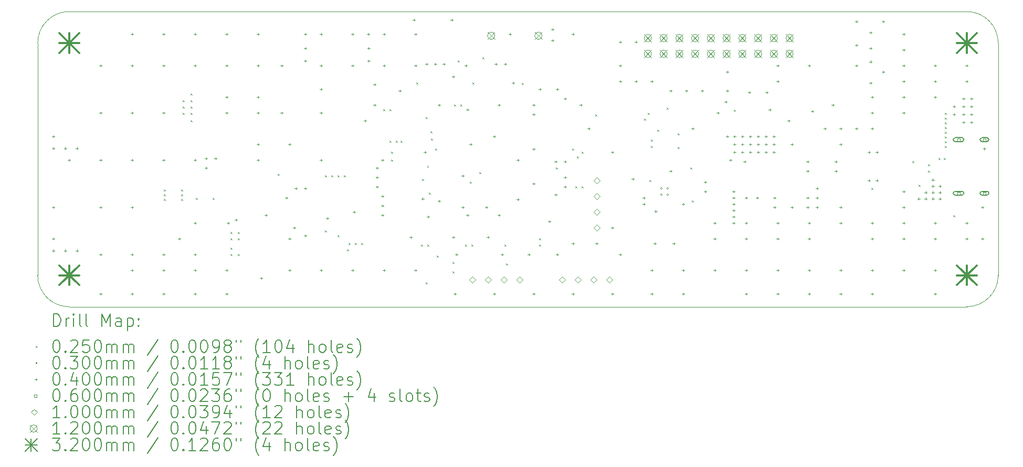
<source format=gbr>
%TF.GenerationSoftware,KiCad,Pcbnew,7.0.8*%
%TF.CreationDate,2024-02-04T20:23:09+01:00*%
%TF.ProjectId,schneidbrett,7363686e-6569-4646-9272-6574742e6b69,rev?*%
%TF.SameCoordinates,Original*%
%TF.FileFunction,Drillmap*%
%TF.FilePolarity,Positive*%
%FSLAX45Y45*%
G04 Gerber Fmt 4.5, Leading zero omitted, Abs format (unit mm)*
G04 Created by KiCad (PCBNEW 7.0.8) date 2024-02-04 20:23:09*
%MOMM*%
%LPD*%
G01*
G04 APERTURE LIST*
%ADD10C,0.100000*%
%ADD11C,0.200000*%
%ADD12C,0.025000*%
%ADD13C,0.030000*%
%ADD14C,0.040000*%
%ADD15C,0.060000*%
%ADD16C,0.120000*%
%ADD17C,0.320000*%
G04 APERTURE END LIST*
D10*
X7620000Y-7510000D02*
X7620000Y-11256500D01*
X8128000Y-11764500D02*
X22606000Y-11764500D01*
X22606000Y-11764500D02*
G75*
G03*
X23114000Y-11256500I0J508000D01*
G01*
X22606000Y-7002000D02*
X8128000Y-7002000D01*
X8128000Y-7002000D02*
G75*
G03*
X7620000Y-7510000I0J-508000D01*
G01*
X23114000Y-11256500D02*
X23114000Y-7510000D01*
X7620000Y-11256500D02*
G75*
G03*
X8128000Y-11764500I508000J0D01*
G01*
X23114000Y-7510000D02*
G75*
G03*
X22606000Y-7002000I-508000J0D01*
G01*
D11*
D12*
X9652200Y-9868100D02*
X9677200Y-9893100D01*
X9677200Y-9868100D02*
X9652200Y-9893100D01*
X9652200Y-9944300D02*
X9677200Y-9969300D01*
X9677200Y-9944300D02*
X9652200Y-9969300D01*
X9652200Y-10020500D02*
X9677200Y-10045500D01*
X9677200Y-10020500D02*
X9652200Y-10045500D01*
X9931600Y-9868100D02*
X9956600Y-9893100D01*
X9956600Y-9868100D02*
X9931600Y-9893100D01*
X9931600Y-9944300D02*
X9956600Y-9969300D01*
X9956600Y-9944300D02*
X9931600Y-9969300D01*
X9931600Y-10020500D02*
X9956600Y-10045500D01*
X9956600Y-10020500D02*
X9931600Y-10045500D01*
X9957000Y-8433000D02*
X9982000Y-8458000D01*
X9982000Y-8433000D02*
X9957000Y-8458000D01*
X9957000Y-8534600D02*
X9982000Y-8559600D01*
X9982000Y-8534600D02*
X9957000Y-8559600D01*
X9957000Y-8636200D02*
X9982000Y-8661200D01*
X9982000Y-8636200D02*
X9957000Y-8661200D01*
X10084000Y-8318700D02*
X10109000Y-8343700D01*
X10109000Y-8318700D02*
X10084000Y-8343700D01*
X10084000Y-8433000D02*
X10109000Y-8458000D01*
X10109000Y-8433000D02*
X10084000Y-8458000D01*
X10084000Y-8534600D02*
X10109000Y-8559600D01*
X10109000Y-8534600D02*
X10084000Y-8559600D01*
X10084000Y-8636200D02*
X10109000Y-8661200D01*
X10109000Y-8636200D02*
X10084000Y-8661200D01*
X10084000Y-8750500D02*
X10109000Y-8775500D01*
X10109000Y-8750500D02*
X10084000Y-8775500D01*
X10172900Y-10007800D02*
X10197900Y-10032800D01*
X10197900Y-10007800D02*
X10172900Y-10032800D01*
X10439600Y-10007800D02*
X10464600Y-10032800D01*
X10464600Y-10007800D02*
X10439600Y-10032800D01*
X10731700Y-10553900D02*
X10756700Y-10578900D01*
X10756700Y-10553900D02*
X10731700Y-10578900D01*
X10731700Y-10655500D02*
X10756700Y-10680500D01*
X10756700Y-10655500D02*
X10731700Y-10680500D01*
X10731700Y-10807900D02*
X10756700Y-10832900D01*
X10756700Y-10807900D02*
X10731700Y-10832900D01*
X10731700Y-10909500D02*
X10756700Y-10934500D01*
X10756700Y-10909500D02*
X10731700Y-10934500D01*
X10846000Y-10553900D02*
X10871000Y-10578900D01*
X10871000Y-10553900D02*
X10846000Y-10578900D01*
X10846000Y-10655500D02*
X10871000Y-10680500D01*
X10871000Y-10655500D02*
X10846000Y-10680500D01*
X10846000Y-10909500D02*
X10871000Y-10934500D01*
X10871000Y-10909500D02*
X10846000Y-10934500D01*
X11493700Y-9614100D02*
X11518700Y-9639100D01*
X11518700Y-9614100D02*
X11493700Y-9639100D01*
X12255700Y-9639500D02*
X12280700Y-9664500D01*
X12280700Y-9639500D02*
X12255700Y-9664500D01*
X12255700Y-10528500D02*
X12280700Y-10553500D01*
X12280700Y-10528500D02*
X12255700Y-10553500D01*
X12357300Y-9639500D02*
X12382300Y-9664500D01*
X12382300Y-9639500D02*
X12357300Y-9664500D01*
X12458900Y-9639500D02*
X12483900Y-9664500D01*
X12483900Y-9639500D02*
X12458900Y-9664500D01*
X12458900Y-10604700D02*
X12483900Y-10629700D01*
X12483900Y-10604700D02*
X12458900Y-10629700D01*
X12560500Y-9639500D02*
X12585500Y-9664500D01*
X12585500Y-9639500D02*
X12560500Y-9664500D01*
X12611300Y-10833300D02*
X12636300Y-10858300D01*
X12636300Y-10833300D02*
X12611300Y-10858300D01*
X12636700Y-10731700D02*
X12661700Y-10756700D01*
X12661700Y-10731700D02*
X12636700Y-10756700D01*
X12738300Y-10731700D02*
X12763300Y-10756700D01*
X12763300Y-10731700D02*
X12738300Y-10756700D01*
X12839900Y-10731700D02*
X12864900Y-10756700D01*
X12864900Y-10731700D02*
X12839900Y-10756700D01*
X13195500Y-8572700D02*
X13220500Y-8597700D01*
X13220500Y-8572700D02*
X13195500Y-8597700D01*
X13297100Y-8572700D02*
X13322100Y-8597700D01*
X13322100Y-8572700D02*
X13297100Y-8597700D01*
X13297100Y-9080700D02*
X13322100Y-9105700D01*
X13322100Y-9080700D02*
X13297100Y-9105700D01*
X13322500Y-9258500D02*
X13347500Y-9283500D01*
X13347500Y-9258500D02*
X13322500Y-9283500D01*
X13322500Y-9385500D02*
X13347500Y-9410500D01*
X13347500Y-9385500D02*
X13322500Y-9410500D01*
X13398700Y-9080700D02*
X13423700Y-9105700D01*
X13423700Y-9080700D02*
X13398700Y-9105700D01*
X13474900Y-9080700D02*
X13499900Y-9105700D01*
X13499900Y-9080700D02*
X13474900Y-9105700D01*
X13728900Y-8140900D02*
X13753900Y-8165900D01*
X13753900Y-8140900D02*
X13728900Y-8165900D01*
X13805100Y-10757100D02*
X13830100Y-10782100D01*
X13830100Y-10757100D02*
X13805100Y-10782100D01*
X13817800Y-9703000D02*
X13842800Y-9728000D01*
X13842800Y-9703000D02*
X13817800Y-9728000D01*
X13881300Y-8699700D02*
X13906300Y-8724700D01*
X13906300Y-8699700D02*
X13881300Y-8724700D01*
X13881300Y-11366700D02*
X13906300Y-11391700D01*
X13906300Y-11366700D02*
X13881300Y-11391700D01*
X13899896Y-9493737D02*
X13924896Y-9518737D01*
X13924896Y-9493737D02*
X13899896Y-9518737D01*
X13906700Y-10757100D02*
X13931700Y-10782100D01*
X13931700Y-10757100D02*
X13906700Y-10782100D01*
X13932100Y-9918900D02*
X13957100Y-9943900D01*
X13957100Y-9918900D02*
X13932100Y-9943900D01*
X13957500Y-8928300D02*
X13982500Y-8953300D01*
X13982500Y-8928300D02*
X13957500Y-8953300D01*
X13960023Y-9052777D02*
X13985023Y-9077777D01*
X13985023Y-9052777D02*
X13960023Y-9077777D01*
X14033700Y-9207700D02*
X14058700Y-9232700D01*
X14058700Y-9207700D02*
X14033700Y-9232700D01*
X14059100Y-10934900D02*
X14084100Y-10959900D01*
X14084100Y-10934900D02*
X14059100Y-10959900D01*
X14313100Y-11036500D02*
X14338100Y-11061500D01*
X14338100Y-11036500D02*
X14313100Y-11061500D01*
X14313100Y-11188900D02*
X14338100Y-11213900D01*
X14338100Y-11188900D02*
X14313100Y-11213900D01*
X14338500Y-8496500D02*
X14363500Y-8521500D01*
X14363500Y-8496500D02*
X14338500Y-8521500D01*
X14391498Y-7787498D02*
X14416498Y-7812498D01*
X14416498Y-7787498D02*
X14391498Y-7812498D01*
X14440100Y-8496500D02*
X14465100Y-8521500D01*
X14465100Y-8496500D02*
X14440100Y-8521500D01*
X14516300Y-10757100D02*
X14541300Y-10782100D01*
X14541300Y-10757100D02*
X14516300Y-10782100D01*
X14592500Y-9741100D02*
X14617500Y-9766100D01*
X14617500Y-9741100D02*
X14592500Y-9766100D01*
X14617900Y-10757100D02*
X14642900Y-10782100D01*
X14642900Y-10757100D02*
X14617900Y-10782100D01*
X14630600Y-8140900D02*
X14655600Y-8165900D01*
X14655600Y-8140900D02*
X14630600Y-8165900D01*
X14744900Y-9588700D02*
X14769900Y-9613700D01*
X14769900Y-9588700D02*
X14744900Y-9613700D01*
X14795700Y-7734500D02*
X14820700Y-7759500D01*
X14820700Y-7734500D02*
X14795700Y-7759500D01*
X15151300Y-10757100D02*
X15176300Y-10782100D01*
X15176300Y-10757100D02*
X15151300Y-10782100D01*
X15176700Y-11061900D02*
X15201700Y-11086900D01*
X15201700Y-11061900D02*
X15176700Y-11086900D01*
X15430700Y-8153600D02*
X15455700Y-8178600D01*
X15455700Y-8153600D02*
X15430700Y-8178600D01*
X15710100Y-10655500D02*
X15735100Y-10680500D01*
X15735100Y-10655500D02*
X15710100Y-10680500D01*
X15710100Y-10757100D02*
X15735100Y-10782100D01*
X15735100Y-10757100D02*
X15710100Y-10782100D01*
X15976800Y-9512500D02*
X16001800Y-9537500D01*
X16001800Y-9512500D02*
X15976800Y-9537500D01*
X16243500Y-9207700D02*
X16268500Y-9232700D01*
X16268500Y-9207700D02*
X16243500Y-9232700D01*
X16294300Y-9817300D02*
X16319300Y-9842300D01*
X16319300Y-9817300D02*
X16294300Y-9842300D01*
X16319700Y-9334700D02*
X16344700Y-9359700D01*
X16344700Y-9334700D02*
X16319700Y-9359700D01*
X16395900Y-9258500D02*
X16420900Y-9283500D01*
X16420900Y-9258500D02*
X16395900Y-9283500D01*
X16395900Y-9817300D02*
X16420900Y-9842300D01*
X16420900Y-9817300D02*
X16395900Y-9842300D01*
X16611800Y-8661600D02*
X16636800Y-8686600D01*
X16636800Y-8661600D02*
X16611800Y-8686600D01*
X17399200Y-8725100D02*
X17424200Y-8750100D01*
X17424200Y-8725100D02*
X17399200Y-8750100D01*
X17462700Y-8636200D02*
X17487700Y-8661200D01*
X17487700Y-8636200D02*
X17462700Y-8661200D01*
X17488100Y-9715700D02*
X17513100Y-9740700D01*
X17513100Y-9715700D02*
X17488100Y-9740700D01*
X17513500Y-9068000D02*
X17538500Y-9093000D01*
X17538500Y-9068000D02*
X17513500Y-9093000D01*
X17513500Y-9169600D02*
X17538500Y-9194600D01*
X17538500Y-9169600D02*
X17513500Y-9194600D01*
X17615100Y-8902900D02*
X17640100Y-8927900D01*
X17640100Y-8902900D02*
X17615100Y-8927900D01*
X17767500Y-8547300D02*
X17792500Y-8572300D01*
X17792500Y-8547300D02*
X17767500Y-8572300D01*
X17945300Y-8966400D02*
X17970300Y-8991400D01*
X17970300Y-8966400D02*
X17945300Y-8991400D01*
X17945300Y-9182300D02*
X17970300Y-9207300D01*
X17970300Y-9182300D02*
X17945300Y-9207300D01*
X18148500Y-9512500D02*
X18173500Y-9537500D01*
X18173500Y-9512500D02*
X18148500Y-9537500D01*
X18173900Y-10045900D02*
X18198900Y-10070900D01*
X18198900Y-10045900D02*
X18173900Y-10070900D01*
X18847000Y-8585400D02*
X18872000Y-8610400D01*
X18872000Y-8585400D02*
X18847000Y-8610400D01*
X21069500Y-9842700D02*
X21094500Y-9867700D01*
X21094500Y-9842700D02*
X21069500Y-9867700D01*
X21729900Y-9410900D02*
X21754900Y-9435900D01*
X21754900Y-9410900D02*
X21729900Y-9435900D01*
X21831500Y-9791900D02*
X21856500Y-9816900D01*
X21856500Y-9791900D02*
X21831500Y-9816900D01*
X21983900Y-9461700D02*
X22008900Y-9486700D01*
X22008900Y-9461700D02*
X21983900Y-9486700D01*
X21983900Y-9563300D02*
X22008900Y-9588300D01*
X22008900Y-9563300D02*
X21983900Y-9588300D01*
X22149000Y-9360100D02*
X22174000Y-9385100D01*
X22174000Y-9360100D02*
X22149000Y-9385100D01*
X22237900Y-9360100D02*
X22262900Y-9385100D01*
X22262900Y-9360100D02*
X22237900Y-9385100D01*
X22250600Y-8636200D02*
X22275600Y-8661200D01*
X22275600Y-8636200D02*
X22250600Y-8661200D01*
X22250600Y-8712400D02*
X22275600Y-8737400D01*
X22275600Y-8712400D02*
X22250600Y-8737400D01*
X22250600Y-8788600D02*
X22275600Y-8813600D01*
X22275600Y-8788600D02*
X22250600Y-8813600D01*
X22250600Y-8864800D02*
X22275600Y-8889800D01*
X22275600Y-8864800D02*
X22250600Y-8889800D01*
X22250600Y-8941000D02*
X22275600Y-8966000D01*
X22275600Y-8941000D02*
X22250600Y-8966000D01*
X22250600Y-9017200D02*
X22275600Y-9042200D01*
X22275600Y-9017200D02*
X22250600Y-9042200D01*
X22250600Y-9093400D02*
X22275600Y-9118400D01*
X22275600Y-9093400D02*
X22250600Y-9118400D01*
X22250600Y-9169600D02*
X22275600Y-9194600D01*
X22275600Y-9169600D02*
X22250600Y-9194600D01*
X22390300Y-10287200D02*
X22415300Y-10312200D01*
X22415300Y-10287200D02*
X22390300Y-10312200D01*
D13*
X17693400Y-9855200D02*
G75*
G03*
X17693400Y-9855200I-15000J0D01*
G01*
X17693400Y-9956800D02*
G75*
G03*
X17693400Y-9956800I-15000J0D01*
G01*
X17795000Y-9855200D02*
G75*
G03*
X17795000Y-9855200I-15000J0D01*
G01*
X17795000Y-9956800D02*
G75*
G03*
X17795000Y-9956800I-15000J0D01*
G01*
D14*
X7874000Y-8997000D02*
X7874000Y-9037000D01*
X7854000Y-9017000D02*
X7894000Y-9017000D01*
X7874000Y-9187500D02*
X7874000Y-9227500D01*
X7854000Y-9207500D02*
X7894000Y-9207500D01*
X7874000Y-10140000D02*
X7874000Y-10180000D01*
X7854000Y-10160000D02*
X7894000Y-10160000D01*
X7874000Y-10648000D02*
X7874000Y-10688000D01*
X7854000Y-10668000D02*
X7894000Y-10668000D01*
X7874000Y-10838500D02*
X7874000Y-10878500D01*
X7854000Y-10858500D02*
X7894000Y-10858500D01*
X8064500Y-9187500D02*
X8064500Y-9227500D01*
X8044500Y-9207500D02*
X8084500Y-9207500D01*
X8064500Y-10838500D02*
X8064500Y-10878500D01*
X8044500Y-10858500D02*
X8084500Y-10858500D01*
X8128000Y-9378000D02*
X8128000Y-9418000D01*
X8108000Y-9398000D02*
X8148000Y-9398000D01*
X8255000Y-9187500D02*
X8255000Y-9227500D01*
X8235000Y-9207500D02*
X8275000Y-9207500D01*
X8255000Y-10838500D02*
X8255000Y-10878500D01*
X8235000Y-10858500D02*
X8275000Y-10858500D01*
X8636000Y-7854000D02*
X8636000Y-7894000D01*
X8616000Y-7874000D02*
X8656000Y-7874000D01*
X8636000Y-8616000D02*
X8636000Y-8656000D01*
X8616000Y-8636000D02*
X8656000Y-8636000D01*
X8636000Y-9378000D02*
X8636000Y-9418000D01*
X8616000Y-9398000D02*
X8656000Y-9398000D01*
X8636000Y-10140000D02*
X8636000Y-10180000D01*
X8616000Y-10160000D02*
X8656000Y-10160000D01*
X8636000Y-10902000D02*
X8636000Y-10942000D01*
X8616000Y-10922000D02*
X8656000Y-10922000D01*
X8636000Y-11537000D02*
X8636000Y-11577000D01*
X8616000Y-11557000D02*
X8656000Y-11557000D01*
X9144000Y-7346000D02*
X9144000Y-7386000D01*
X9124000Y-7366000D02*
X9164000Y-7366000D01*
X9144000Y-7854000D02*
X9144000Y-7894000D01*
X9124000Y-7874000D02*
X9164000Y-7874000D01*
X9144000Y-8616000D02*
X9144000Y-8656000D01*
X9124000Y-8636000D02*
X9164000Y-8636000D01*
X9144000Y-9378000D02*
X9144000Y-9418000D01*
X9124000Y-9398000D02*
X9164000Y-9398000D01*
X9144000Y-10140000D02*
X9144000Y-10180000D01*
X9124000Y-10160000D02*
X9164000Y-10160000D01*
X9144000Y-10902000D02*
X9144000Y-10942000D01*
X9124000Y-10922000D02*
X9164000Y-10922000D01*
X9144000Y-11156000D02*
X9144000Y-11196000D01*
X9124000Y-11176000D02*
X9164000Y-11176000D01*
X9144000Y-11537000D02*
X9144000Y-11577000D01*
X9124000Y-11557000D02*
X9164000Y-11557000D01*
X9652000Y-7346000D02*
X9652000Y-7386000D01*
X9632000Y-7366000D02*
X9672000Y-7366000D01*
X9652000Y-7854000D02*
X9652000Y-7894000D01*
X9632000Y-7874000D02*
X9672000Y-7874000D01*
X9652000Y-8616000D02*
X9652000Y-8656000D01*
X9632000Y-8636000D02*
X9672000Y-8636000D01*
X9652000Y-9378000D02*
X9652000Y-9418000D01*
X9632000Y-9398000D02*
X9672000Y-9398000D01*
X9652000Y-10902000D02*
X9652000Y-10942000D01*
X9632000Y-10922000D02*
X9672000Y-10922000D01*
X9652000Y-11156000D02*
X9652000Y-11196000D01*
X9632000Y-11176000D02*
X9672000Y-11176000D01*
X9652000Y-11537000D02*
X9652000Y-11577000D01*
X9632000Y-11557000D02*
X9672000Y-11557000D01*
X9906000Y-10648000D02*
X9906000Y-10688000D01*
X9886000Y-10668000D02*
X9926000Y-10668000D01*
X10160000Y-7346000D02*
X10160000Y-7386000D01*
X10140000Y-7366000D02*
X10180000Y-7366000D01*
X10160000Y-7854000D02*
X10160000Y-7894000D01*
X10140000Y-7874000D02*
X10180000Y-7874000D01*
X10160000Y-9378000D02*
X10160000Y-9418000D01*
X10140000Y-9398000D02*
X10180000Y-9398000D01*
X10160000Y-10394000D02*
X10160000Y-10434000D01*
X10140000Y-10414000D02*
X10180000Y-10414000D01*
X10160000Y-10902000D02*
X10160000Y-10942000D01*
X10140000Y-10922000D02*
X10180000Y-10922000D01*
X10160000Y-11156000D02*
X10160000Y-11196000D01*
X10140000Y-11176000D02*
X10180000Y-11176000D01*
X10160000Y-11537000D02*
X10160000Y-11577000D01*
X10140000Y-11557000D02*
X10180000Y-11557000D01*
X10337800Y-9352600D02*
X10337800Y-9392600D01*
X10317800Y-9372600D02*
X10357800Y-9372600D01*
X10337800Y-9505000D02*
X10337800Y-9545000D01*
X10317800Y-9525000D02*
X10357800Y-9525000D01*
X10490200Y-9352600D02*
X10490200Y-9392600D01*
X10470200Y-9372600D02*
X10510200Y-9372600D01*
X10668000Y-7346000D02*
X10668000Y-7386000D01*
X10648000Y-7366000D02*
X10688000Y-7366000D01*
X10668000Y-7854000D02*
X10668000Y-7894000D01*
X10648000Y-7874000D02*
X10688000Y-7874000D01*
X10668000Y-8362000D02*
X10668000Y-8402000D01*
X10648000Y-8382000D02*
X10688000Y-8382000D01*
X10668000Y-8616000D02*
X10668000Y-8656000D01*
X10648000Y-8636000D02*
X10688000Y-8636000D01*
X10668000Y-11156000D02*
X10668000Y-11196000D01*
X10648000Y-11176000D02*
X10688000Y-11176000D01*
X10668000Y-11537000D02*
X10668000Y-11577000D01*
X10648000Y-11557000D02*
X10688000Y-11557000D01*
X10693400Y-10394000D02*
X10693400Y-10434000D01*
X10673400Y-10414000D02*
X10713400Y-10414000D01*
X10820400Y-10343200D02*
X10820400Y-10383200D01*
X10800400Y-10363200D02*
X10840400Y-10363200D01*
X11176000Y-7346000D02*
X11176000Y-7386000D01*
X11156000Y-7366000D02*
X11196000Y-7366000D01*
X11176000Y-7854000D02*
X11176000Y-7894000D01*
X11156000Y-7874000D02*
X11196000Y-7874000D01*
X11176000Y-8362000D02*
X11176000Y-8402000D01*
X11156000Y-8382000D02*
X11196000Y-8382000D01*
X11176000Y-8616000D02*
X11176000Y-8656000D01*
X11156000Y-8636000D02*
X11196000Y-8636000D01*
X11176000Y-9124000D02*
X11176000Y-9164000D01*
X11156000Y-9144000D02*
X11196000Y-9144000D01*
X11176000Y-9378000D02*
X11176000Y-9418000D01*
X11156000Y-9398000D02*
X11196000Y-9398000D01*
X11226800Y-11283000D02*
X11226800Y-11323000D01*
X11206800Y-11303000D02*
X11246800Y-11303000D01*
X11303000Y-10267000D02*
X11303000Y-10307000D01*
X11283000Y-10287000D02*
X11323000Y-10287000D01*
X11557000Y-7854000D02*
X11557000Y-7894000D01*
X11537000Y-7874000D02*
X11577000Y-7874000D01*
X11557000Y-8616000D02*
X11557000Y-8656000D01*
X11537000Y-8636000D02*
X11577000Y-8636000D01*
X11633200Y-9987600D02*
X11633200Y-10027600D01*
X11613200Y-10007600D02*
X11653200Y-10007600D01*
X11684000Y-9124000D02*
X11684000Y-9164000D01*
X11664000Y-9144000D02*
X11704000Y-9144000D01*
X11684000Y-10648000D02*
X11684000Y-10688000D01*
X11664000Y-10668000D02*
X11704000Y-10668000D01*
X11684000Y-11156000D02*
X11684000Y-11196000D01*
X11664000Y-11176000D02*
X11704000Y-11176000D01*
X11760200Y-10470200D02*
X11760200Y-10510200D01*
X11740200Y-10490200D02*
X11780200Y-10490200D01*
X11785600Y-9835200D02*
X11785600Y-9875200D01*
X11765600Y-9855200D02*
X11805600Y-9855200D01*
X11938000Y-7346000D02*
X11938000Y-7386000D01*
X11918000Y-7366000D02*
X11958000Y-7366000D01*
X11938000Y-7574600D02*
X11938000Y-7614600D01*
X11918000Y-7594600D02*
X11958000Y-7594600D01*
X11938000Y-7777800D02*
X11938000Y-7817800D01*
X11918000Y-7797800D02*
X11958000Y-7797800D01*
X11938000Y-9835200D02*
X11938000Y-9875200D01*
X11918000Y-9855200D02*
X11958000Y-9855200D01*
X11938000Y-10597200D02*
X11938000Y-10637200D01*
X11918000Y-10617200D02*
X11958000Y-10617200D01*
X12192000Y-7346000D02*
X12192000Y-7386000D01*
X12172000Y-7366000D02*
X12212000Y-7366000D01*
X12192000Y-7854000D02*
X12192000Y-7894000D01*
X12172000Y-7874000D02*
X12212000Y-7874000D01*
X12192000Y-8235000D02*
X12192000Y-8275000D01*
X12172000Y-8255000D02*
X12212000Y-8255000D01*
X12192000Y-8616000D02*
X12192000Y-8656000D01*
X12172000Y-8636000D02*
X12212000Y-8636000D01*
X12192000Y-9378000D02*
X12192000Y-9418000D01*
X12172000Y-9398000D02*
X12212000Y-9398000D01*
X12192000Y-11156000D02*
X12192000Y-11196000D01*
X12172000Y-11176000D02*
X12212000Y-11176000D01*
X12293600Y-10317800D02*
X12293600Y-10357800D01*
X12273600Y-10337800D02*
X12313600Y-10337800D01*
X12700000Y-7346000D02*
X12700000Y-7386000D01*
X12680000Y-7366000D02*
X12720000Y-7366000D01*
X12700000Y-7854000D02*
X12700000Y-7894000D01*
X12680000Y-7874000D02*
X12720000Y-7874000D01*
X12700000Y-11156000D02*
X12700000Y-11196000D01*
X12680000Y-11176000D02*
X12720000Y-11176000D01*
X12725400Y-10216200D02*
X12725400Y-10256200D01*
X12705400Y-10236200D02*
X12745400Y-10236200D01*
X12903200Y-8743000D02*
X12903200Y-8783000D01*
X12883200Y-8763000D02*
X12923200Y-8763000D01*
X12954000Y-7346000D02*
X12954000Y-7386000D01*
X12934000Y-7366000D02*
X12974000Y-7366000D01*
X12957600Y-7574600D02*
X12957600Y-7614600D01*
X12937600Y-7594600D02*
X12977600Y-7594600D01*
X12957600Y-7777800D02*
X12957600Y-7817800D01*
X12937600Y-7797800D02*
X12977600Y-7797800D01*
X13055600Y-8158800D02*
X13055600Y-8198800D01*
X13035600Y-8178800D02*
X13075600Y-8178800D01*
X13055600Y-8489000D02*
X13055600Y-8529000D01*
X13035600Y-8509000D02*
X13075600Y-8509000D01*
X13093700Y-9505000D02*
X13093700Y-9545000D01*
X13073700Y-9525000D02*
X13113700Y-9525000D01*
X13093700Y-9657400D02*
X13093700Y-9697400D01*
X13073700Y-9677400D02*
X13113700Y-9677400D01*
X13093700Y-9809800D02*
X13093700Y-9849800D01*
X13073700Y-9829800D02*
X13113700Y-9829800D01*
X13182600Y-9378000D02*
X13182600Y-9418000D01*
X13162600Y-9398000D02*
X13202600Y-9398000D01*
X13182600Y-9962200D02*
X13182600Y-10002200D01*
X13162600Y-9982200D02*
X13202600Y-9982200D01*
X13182600Y-10114600D02*
X13182600Y-10154600D01*
X13162600Y-10134600D02*
X13202600Y-10134600D01*
X13182600Y-10267000D02*
X13182600Y-10307000D01*
X13162600Y-10287000D02*
X13202600Y-10287000D01*
X13208000Y-7346000D02*
X13208000Y-7386000D01*
X13188000Y-7366000D02*
X13228000Y-7366000D01*
X13208000Y-7854000D02*
X13208000Y-7894000D01*
X13188000Y-7874000D02*
X13228000Y-7874000D01*
X13208000Y-11156000D02*
X13208000Y-11196000D01*
X13188000Y-11176000D02*
X13228000Y-11176000D01*
X13462000Y-8260400D02*
X13462000Y-8300400D01*
X13442000Y-8280400D02*
X13482000Y-8280400D01*
X13639800Y-10622600D02*
X13639800Y-10662600D01*
X13619800Y-10642600D02*
X13659800Y-10642600D01*
X13690600Y-7117400D02*
X13690600Y-7157400D01*
X13670600Y-7137400D02*
X13710600Y-7137400D01*
X13716000Y-7346000D02*
X13716000Y-7386000D01*
X13696000Y-7366000D02*
X13736000Y-7366000D01*
X13716000Y-7854000D02*
X13716000Y-7894000D01*
X13696000Y-7874000D02*
X13736000Y-7874000D01*
X13716000Y-11156000D02*
X13716000Y-11196000D01*
X13696000Y-11176000D02*
X13736000Y-11176000D01*
X13830300Y-10000300D02*
X13830300Y-10040300D01*
X13810300Y-10020300D02*
X13850300Y-10020300D01*
X13868400Y-9251000D02*
X13868400Y-9291000D01*
X13848400Y-9271000D02*
X13888400Y-9271000D01*
X13893800Y-7828600D02*
X13893800Y-7868600D01*
X13873800Y-7848600D02*
X13913800Y-7848600D01*
X13919200Y-10292400D02*
X13919200Y-10332400D01*
X13899200Y-10312400D02*
X13939200Y-10312400D01*
X14033500Y-7828600D02*
X14033500Y-7868600D01*
X14013500Y-7848600D02*
X14053500Y-7848600D01*
X14097000Y-8489000D02*
X14097000Y-8529000D01*
X14077000Y-8509000D02*
X14117000Y-8509000D01*
X14097000Y-10038400D02*
X14097000Y-10078400D01*
X14077000Y-10058400D02*
X14117000Y-10058400D01*
X14173200Y-7828600D02*
X14173200Y-7868600D01*
X14153200Y-7848600D02*
X14193200Y-7848600D01*
X14300200Y-7117400D02*
X14300200Y-7157400D01*
X14280200Y-7137400D02*
X14320200Y-7137400D01*
X14325600Y-8031800D02*
X14325600Y-8071800D01*
X14305600Y-8051800D02*
X14345600Y-8051800D01*
X14325600Y-10622600D02*
X14325600Y-10662600D01*
X14305600Y-10642600D02*
X14345600Y-10642600D01*
X14351000Y-11537000D02*
X14351000Y-11577000D01*
X14331000Y-11557000D02*
X14371000Y-11557000D01*
X14376400Y-10902000D02*
X14376400Y-10942000D01*
X14356400Y-10922000D02*
X14396400Y-10922000D01*
X14478000Y-9632000D02*
X14478000Y-9672000D01*
X14458000Y-9652000D02*
X14498000Y-9652000D01*
X14478000Y-10140000D02*
X14478000Y-10180000D01*
X14458000Y-10160000D02*
X14498000Y-10160000D01*
X14528800Y-7854000D02*
X14528800Y-7894000D01*
X14508800Y-7874000D02*
X14548800Y-7874000D01*
X14554200Y-8565200D02*
X14554200Y-8605200D01*
X14534200Y-8585200D02*
X14574200Y-8585200D01*
X14554200Y-10267000D02*
X14554200Y-10307000D01*
X14534200Y-10287000D02*
X14574200Y-10287000D01*
X14605000Y-9124000D02*
X14605000Y-9164000D01*
X14585000Y-9144000D02*
X14625000Y-9144000D01*
X14859000Y-10140000D02*
X14859000Y-10180000D01*
X14839000Y-10160000D02*
X14879000Y-10160000D01*
X14884400Y-10622600D02*
X14884400Y-10662600D01*
X14864400Y-10642600D02*
X14904400Y-10642600D01*
X14986000Y-8997000D02*
X14986000Y-9037000D01*
X14966000Y-9017000D02*
X15006000Y-9017000D01*
X14986000Y-11537000D02*
X14986000Y-11577000D01*
X14966000Y-11557000D02*
X15006000Y-11557000D01*
X15011400Y-7828600D02*
X15011400Y-7868600D01*
X14991400Y-7848600D02*
X15031400Y-7848600D01*
X15062200Y-8489000D02*
X15062200Y-8529000D01*
X15042200Y-8509000D02*
X15082200Y-8509000D01*
X15062200Y-10267000D02*
X15062200Y-10307000D01*
X15042200Y-10287000D02*
X15082200Y-10287000D01*
X15113000Y-10902000D02*
X15113000Y-10942000D01*
X15093000Y-10922000D02*
X15133000Y-10922000D01*
X15163800Y-7828600D02*
X15163800Y-7868600D01*
X15143800Y-7848600D02*
X15183800Y-7848600D01*
X15240000Y-7346000D02*
X15240000Y-7386000D01*
X15220000Y-7366000D02*
X15260000Y-7366000D01*
X15290800Y-8133400D02*
X15290800Y-8173400D01*
X15270800Y-8153400D02*
X15310800Y-8153400D01*
X15367000Y-9378000D02*
X15367000Y-9418000D01*
X15347000Y-9398000D02*
X15387000Y-9398000D01*
X15367000Y-10013000D02*
X15367000Y-10053000D01*
X15347000Y-10033000D02*
X15387000Y-10033000D01*
X15544800Y-10902000D02*
X15544800Y-10942000D01*
X15524800Y-10922000D02*
X15564800Y-10922000D01*
X15621000Y-8489000D02*
X15621000Y-8529000D01*
X15601000Y-8509000D02*
X15641000Y-8509000D01*
X15621000Y-8641400D02*
X15621000Y-8681400D01*
X15601000Y-8661400D02*
X15641000Y-8661400D01*
X15621000Y-9200200D02*
X15621000Y-9240200D01*
X15601000Y-9220200D02*
X15641000Y-9220200D01*
X15621000Y-9759000D02*
X15621000Y-9799000D01*
X15601000Y-9779000D02*
X15641000Y-9779000D01*
X15621000Y-11537000D02*
X15621000Y-11577000D01*
X15601000Y-11557000D02*
X15641000Y-11557000D01*
X15722600Y-8235000D02*
X15722600Y-8275000D01*
X15702600Y-8255000D02*
X15742600Y-8255000D01*
X15875000Y-10368600D02*
X15875000Y-10408600D01*
X15855000Y-10388600D02*
X15895000Y-10388600D01*
X15925800Y-7269800D02*
X15925800Y-7309800D01*
X15905800Y-7289800D02*
X15945800Y-7289800D01*
X15925800Y-7447600D02*
X15925800Y-7487600D01*
X15905800Y-7467600D02*
X15945800Y-7467600D01*
X15976600Y-9403400D02*
X15976600Y-9443400D01*
X15956600Y-9423400D02*
X15996600Y-9423400D01*
X15976600Y-9936800D02*
X15976600Y-9976800D01*
X15956600Y-9956800D02*
X15996600Y-9956800D01*
X16002000Y-8235000D02*
X16002000Y-8275000D01*
X15982000Y-8255000D02*
X16022000Y-8255000D01*
X16002000Y-10902000D02*
X16002000Y-10942000D01*
X15982000Y-10922000D02*
X16022000Y-10922000D01*
X16129000Y-8387400D02*
X16129000Y-8427400D01*
X16109000Y-8407400D02*
X16149000Y-8407400D01*
X16129000Y-9403400D02*
X16129000Y-9443400D01*
X16109000Y-9423400D02*
X16149000Y-9423400D01*
X16129000Y-9657400D02*
X16129000Y-9697400D01*
X16109000Y-9677400D02*
X16149000Y-9677400D01*
X16129000Y-9809800D02*
X16129000Y-9849800D01*
X16109000Y-9829800D02*
X16149000Y-9829800D01*
X16256000Y-7346000D02*
X16256000Y-7386000D01*
X16236000Y-7366000D02*
X16276000Y-7366000D01*
X16256000Y-10724200D02*
X16256000Y-10764200D01*
X16236000Y-10744200D02*
X16276000Y-10744200D01*
X16256000Y-11537000D02*
X16256000Y-11577000D01*
X16236000Y-11557000D02*
X16276000Y-11557000D01*
X16383000Y-8489000D02*
X16383000Y-8529000D01*
X16363000Y-8509000D02*
X16403000Y-8509000D01*
X16510000Y-8870000D02*
X16510000Y-8910000D01*
X16490000Y-8890000D02*
X16530000Y-8890000D01*
X16637000Y-10724200D02*
X16637000Y-10764200D01*
X16617000Y-10744200D02*
X16657000Y-10744200D01*
X16891000Y-9251000D02*
X16891000Y-9291000D01*
X16871000Y-9271000D02*
X16911000Y-9271000D01*
X16891000Y-10470200D02*
X16891000Y-10510200D01*
X16871000Y-10490200D02*
X16911000Y-10490200D01*
X16891000Y-11537000D02*
X16891000Y-11577000D01*
X16871000Y-11557000D02*
X16911000Y-11557000D01*
X17018000Y-7473000D02*
X17018000Y-7513000D01*
X16998000Y-7493000D02*
X17038000Y-7493000D01*
X17018000Y-7854000D02*
X17018000Y-7894000D01*
X16998000Y-7874000D02*
X17038000Y-7874000D01*
X17018000Y-8108000D02*
X17018000Y-8148000D01*
X16998000Y-8128000D02*
X17038000Y-8128000D01*
X17018000Y-10902000D02*
X17018000Y-10942000D01*
X16998000Y-10922000D02*
X17038000Y-10922000D01*
X17221200Y-9682800D02*
X17221200Y-9722800D01*
X17201200Y-9702800D02*
X17241200Y-9702800D01*
X17272000Y-7473000D02*
X17272000Y-7513000D01*
X17252000Y-7493000D02*
X17292000Y-7493000D01*
X17272000Y-8108000D02*
X17272000Y-8148000D01*
X17252000Y-8128000D02*
X17292000Y-8128000D01*
X17399000Y-9987600D02*
X17399000Y-10027600D01*
X17379000Y-10007600D02*
X17419000Y-10007600D01*
X17399000Y-10089200D02*
X17399000Y-10129200D01*
X17379000Y-10109200D02*
X17419000Y-10109200D01*
X17526000Y-8108000D02*
X17526000Y-8148000D01*
X17506000Y-8128000D02*
X17546000Y-8128000D01*
X17526000Y-11156000D02*
X17526000Y-11196000D01*
X17506000Y-11176000D02*
X17546000Y-11176000D01*
X17526000Y-11537000D02*
X17526000Y-11577000D01*
X17506000Y-11557000D02*
X17546000Y-11557000D01*
X17576800Y-10724200D02*
X17576800Y-10764200D01*
X17556800Y-10744200D02*
X17596800Y-10744200D01*
X17589500Y-10203500D02*
X17589500Y-10243500D01*
X17569500Y-10223500D02*
X17609500Y-10223500D01*
X17830800Y-8260400D02*
X17830800Y-8300400D01*
X17810800Y-8280400D02*
X17850800Y-8280400D01*
X17830800Y-9555800D02*
X17830800Y-9595800D01*
X17810800Y-9575800D02*
X17850800Y-9575800D01*
X17881600Y-10724200D02*
X17881600Y-10764200D01*
X17861600Y-10744200D02*
X17901600Y-10744200D01*
X18034000Y-10089200D02*
X18034000Y-10129200D01*
X18014000Y-10109200D02*
X18054000Y-10109200D01*
X18034000Y-11156000D02*
X18034000Y-11196000D01*
X18014000Y-11176000D02*
X18054000Y-11176000D01*
X18034000Y-11537000D02*
X18034000Y-11577000D01*
X18014000Y-11557000D02*
X18054000Y-11557000D01*
X18084800Y-8260400D02*
X18084800Y-8300400D01*
X18064800Y-8280400D02*
X18104800Y-8280400D01*
X18186400Y-8870000D02*
X18186400Y-8910000D01*
X18166400Y-8890000D02*
X18206400Y-8890000D01*
X18338800Y-8260400D02*
X18338800Y-8300400D01*
X18318800Y-8280400D02*
X18358800Y-8280400D01*
X18389600Y-9733600D02*
X18389600Y-9773600D01*
X18369600Y-9753600D02*
X18409600Y-9753600D01*
X18389600Y-9886000D02*
X18389600Y-9926000D01*
X18369600Y-9906000D02*
X18409600Y-9906000D01*
X18542000Y-10394000D02*
X18542000Y-10434000D01*
X18522000Y-10414000D02*
X18562000Y-10414000D01*
X18542000Y-10648000D02*
X18542000Y-10688000D01*
X18522000Y-10668000D02*
X18562000Y-10668000D01*
X18542000Y-11156000D02*
X18542000Y-11196000D01*
X18522000Y-11176000D02*
X18562000Y-11176000D01*
X18592800Y-8616000D02*
X18592800Y-8656000D01*
X18572800Y-8636000D02*
X18612800Y-8636000D01*
X18719800Y-8438200D02*
X18719800Y-8478200D01*
X18699800Y-8458200D02*
X18739800Y-8458200D01*
X18745200Y-7955600D02*
X18745200Y-7995600D01*
X18725200Y-7975600D02*
X18765200Y-7975600D01*
X18745200Y-8260400D02*
X18745200Y-8300400D01*
X18725200Y-8280400D02*
X18765200Y-8280400D01*
X18745200Y-8997000D02*
X18745200Y-9037000D01*
X18725200Y-9017000D02*
X18765200Y-9017000D01*
X18796000Y-9378000D02*
X18796000Y-9418000D01*
X18776000Y-9398000D02*
X18816000Y-9398000D01*
X18846800Y-9886000D02*
X18846800Y-9926000D01*
X18826800Y-9906000D02*
X18866800Y-9906000D01*
X18846800Y-9987600D02*
X18846800Y-10027600D01*
X18826800Y-10007600D02*
X18866800Y-10007600D01*
X18846800Y-10089200D02*
X18846800Y-10129200D01*
X18826800Y-10109200D02*
X18866800Y-10109200D01*
X18846800Y-10190800D02*
X18846800Y-10230800D01*
X18826800Y-10210800D02*
X18866800Y-10210800D01*
X18846800Y-10292400D02*
X18846800Y-10332400D01*
X18826800Y-10312400D02*
X18866800Y-10312400D01*
X18846800Y-10394000D02*
X18846800Y-10434000D01*
X18826800Y-10414000D02*
X18866800Y-10414000D01*
X18859500Y-8997000D02*
X18859500Y-9037000D01*
X18839500Y-9017000D02*
X18879500Y-9017000D01*
X18859500Y-9124000D02*
X18859500Y-9164000D01*
X18839500Y-9144000D02*
X18879500Y-9144000D01*
X18859500Y-9251000D02*
X18859500Y-9291000D01*
X18839500Y-9271000D02*
X18879500Y-9271000D01*
X18986500Y-8997000D02*
X18986500Y-9037000D01*
X18966500Y-9017000D02*
X19006500Y-9017000D01*
X18986500Y-9124000D02*
X18986500Y-9164000D01*
X18966500Y-9144000D02*
X19006500Y-9144000D01*
X18986500Y-9251000D02*
X18986500Y-9291000D01*
X18966500Y-9271000D02*
X19006500Y-9271000D01*
X19024600Y-9403400D02*
X19024600Y-9443400D01*
X19004600Y-9423400D02*
X19044600Y-9423400D01*
X19050000Y-9987600D02*
X19050000Y-10027600D01*
X19030000Y-10007600D02*
X19070000Y-10007600D01*
X19050000Y-10394000D02*
X19050000Y-10434000D01*
X19030000Y-10414000D02*
X19070000Y-10414000D01*
X19050000Y-10648000D02*
X19050000Y-10688000D01*
X19030000Y-10668000D02*
X19070000Y-10668000D01*
X19050000Y-11156000D02*
X19050000Y-11196000D01*
X19030000Y-11176000D02*
X19070000Y-11176000D01*
X19050000Y-11537000D02*
X19050000Y-11577000D01*
X19030000Y-11557000D02*
X19070000Y-11557000D01*
X19100800Y-8285800D02*
X19100800Y-8325800D01*
X19080800Y-8305800D02*
X19120800Y-8305800D01*
X19113500Y-8997000D02*
X19113500Y-9037000D01*
X19093500Y-9017000D02*
X19133500Y-9017000D01*
X19113500Y-9124000D02*
X19113500Y-9164000D01*
X19093500Y-9144000D02*
X19133500Y-9144000D01*
X19113500Y-9251000D02*
X19113500Y-9291000D01*
X19093500Y-9271000D02*
X19133500Y-9271000D01*
X19227800Y-9987600D02*
X19227800Y-10027600D01*
X19207800Y-10007600D02*
X19247800Y-10007600D01*
X19240500Y-8997000D02*
X19240500Y-9037000D01*
X19220500Y-9017000D02*
X19260500Y-9017000D01*
X19240500Y-9124000D02*
X19240500Y-9164000D01*
X19220500Y-9144000D02*
X19260500Y-9144000D01*
X19240500Y-9251000D02*
X19240500Y-9291000D01*
X19220500Y-9271000D02*
X19260500Y-9271000D01*
X19367500Y-8997000D02*
X19367500Y-9037000D01*
X19347500Y-9017000D02*
X19387500Y-9017000D01*
X19367500Y-9124000D02*
X19367500Y-9164000D01*
X19347500Y-9144000D02*
X19387500Y-9144000D01*
X19367500Y-9251000D02*
X19367500Y-9291000D01*
X19347500Y-9271000D02*
X19387500Y-9271000D01*
X19380200Y-8285800D02*
X19380200Y-8325800D01*
X19360200Y-8305800D02*
X19400200Y-8305800D01*
X19431000Y-8565200D02*
X19431000Y-8605200D01*
X19411000Y-8585200D02*
X19451000Y-8585200D01*
X19494500Y-8997000D02*
X19494500Y-9037000D01*
X19474500Y-9017000D02*
X19514500Y-9017000D01*
X19494500Y-9124000D02*
X19494500Y-9164000D01*
X19474500Y-9144000D02*
X19514500Y-9144000D01*
X19494500Y-9251000D02*
X19494500Y-9291000D01*
X19474500Y-9271000D02*
X19514500Y-9271000D01*
X19507200Y-9987600D02*
X19507200Y-10027600D01*
X19487200Y-10007600D02*
X19527200Y-10007600D01*
X19507200Y-10140000D02*
X19507200Y-10180000D01*
X19487200Y-10160000D02*
X19527200Y-10160000D01*
X19558000Y-7854000D02*
X19558000Y-7894000D01*
X19538000Y-7874000D02*
X19578000Y-7874000D01*
X19558000Y-8108000D02*
X19558000Y-8148000D01*
X19538000Y-8128000D02*
X19578000Y-8128000D01*
X19558000Y-10394000D02*
X19558000Y-10434000D01*
X19538000Y-10414000D02*
X19578000Y-10414000D01*
X19558000Y-10648000D02*
X19558000Y-10688000D01*
X19538000Y-10668000D02*
X19578000Y-10668000D01*
X19558000Y-11156000D02*
X19558000Y-11196000D01*
X19538000Y-11176000D02*
X19578000Y-11176000D01*
X19558000Y-11537000D02*
X19558000Y-11577000D01*
X19538000Y-11557000D02*
X19578000Y-11557000D01*
X19735800Y-8743000D02*
X19735800Y-8783000D01*
X19715800Y-8763000D02*
X19755800Y-8763000D01*
X19786600Y-9124000D02*
X19786600Y-9164000D01*
X19766600Y-9144000D02*
X19806600Y-9144000D01*
X19786600Y-10140000D02*
X19786600Y-10180000D01*
X19766600Y-10160000D02*
X19806600Y-10160000D01*
X20040600Y-9403400D02*
X20040600Y-9443400D01*
X20020600Y-9423400D02*
X20060600Y-9423400D01*
X20040600Y-9555800D02*
X20040600Y-9595800D01*
X20020600Y-9575800D02*
X20060600Y-9575800D01*
X20040600Y-9987600D02*
X20040600Y-10027600D01*
X20020600Y-10007600D02*
X20060600Y-10007600D01*
X20040600Y-10140000D02*
X20040600Y-10180000D01*
X20020600Y-10160000D02*
X20060600Y-10160000D01*
X20066000Y-7854000D02*
X20066000Y-7894000D01*
X20046000Y-7874000D02*
X20086000Y-7874000D01*
X20066000Y-10394000D02*
X20066000Y-10434000D01*
X20046000Y-10414000D02*
X20086000Y-10414000D01*
X20066000Y-10648000D02*
X20066000Y-10688000D01*
X20046000Y-10668000D02*
X20086000Y-10668000D01*
X20066000Y-11156000D02*
X20066000Y-11196000D01*
X20046000Y-11176000D02*
X20086000Y-11176000D01*
X20066000Y-11537000D02*
X20066000Y-11577000D01*
X20046000Y-11557000D02*
X20086000Y-11557000D01*
X20116800Y-8590600D02*
X20116800Y-8630600D01*
X20096800Y-8610600D02*
X20136800Y-8610600D01*
X20193000Y-9835200D02*
X20193000Y-9875200D01*
X20173000Y-9855200D02*
X20213000Y-9855200D01*
X20193000Y-9987600D02*
X20193000Y-10027600D01*
X20173000Y-10007600D02*
X20213000Y-10007600D01*
X20193000Y-10140000D02*
X20193000Y-10180000D01*
X20173000Y-10160000D02*
X20213000Y-10160000D01*
X20320000Y-8870000D02*
X20320000Y-8910000D01*
X20300000Y-8890000D02*
X20340000Y-8890000D01*
X20447000Y-8489000D02*
X20447000Y-8529000D01*
X20427000Y-8509000D02*
X20467000Y-8509000D01*
X20497800Y-9403400D02*
X20497800Y-9443400D01*
X20477800Y-9423400D02*
X20517800Y-9423400D01*
X20497800Y-9555800D02*
X20497800Y-9595800D01*
X20477800Y-9575800D02*
X20517800Y-9575800D01*
X20574000Y-8870000D02*
X20574000Y-8910000D01*
X20554000Y-8890000D02*
X20594000Y-8890000D01*
X20574000Y-9124000D02*
X20574000Y-9164000D01*
X20554000Y-9144000D02*
X20594000Y-9144000D01*
X20574000Y-10140000D02*
X20574000Y-10180000D01*
X20554000Y-10160000D02*
X20594000Y-10160000D01*
X20574000Y-10394000D02*
X20574000Y-10434000D01*
X20554000Y-10414000D02*
X20594000Y-10414000D01*
X20574000Y-11156000D02*
X20574000Y-11196000D01*
X20554000Y-11176000D02*
X20594000Y-11176000D01*
X20574000Y-11537000D02*
X20574000Y-11577000D01*
X20554000Y-11557000D02*
X20594000Y-11557000D01*
X20828000Y-7142800D02*
X20828000Y-7182800D01*
X20808000Y-7162800D02*
X20848000Y-7162800D01*
X20828000Y-7523800D02*
X20828000Y-7563800D01*
X20808000Y-7543800D02*
X20848000Y-7543800D01*
X20828000Y-7854000D02*
X20828000Y-7894000D01*
X20808000Y-7874000D02*
X20848000Y-7874000D01*
X20828000Y-8870000D02*
X20828000Y-8910000D01*
X20808000Y-8890000D02*
X20848000Y-8890000D01*
X21031200Y-9251000D02*
X21031200Y-9291000D01*
X21011200Y-9271000D02*
X21051200Y-9271000D01*
X21031200Y-9708200D02*
X21031200Y-9748200D01*
X21011200Y-9728200D02*
X21051200Y-9728200D01*
X21056600Y-7320600D02*
X21056600Y-7360600D01*
X21036600Y-7340600D02*
X21076600Y-7340600D01*
X21056600Y-7574600D02*
X21056600Y-7614600D01*
X21036600Y-7594600D02*
X21076600Y-7594600D01*
X21056600Y-7790500D02*
X21056600Y-7830500D01*
X21036600Y-7810500D02*
X21076600Y-7810500D01*
X21056600Y-8133400D02*
X21056600Y-8173400D01*
X21036600Y-8153400D02*
X21076600Y-8153400D01*
X21082000Y-8362000D02*
X21082000Y-8402000D01*
X21062000Y-8382000D02*
X21102000Y-8382000D01*
X21082000Y-8616000D02*
X21082000Y-8656000D01*
X21062000Y-8636000D02*
X21102000Y-8636000D01*
X21082000Y-8870000D02*
X21082000Y-8910000D01*
X21062000Y-8890000D02*
X21102000Y-8890000D01*
X21082000Y-10394000D02*
X21082000Y-10434000D01*
X21062000Y-10414000D02*
X21102000Y-10414000D01*
X21082000Y-10648000D02*
X21082000Y-10688000D01*
X21062000Y-10668000D02*
X21102000Y-10668000D01*
X21082000Y-11156000D02*
X21082000Y-11196000D01*
X21062000Y-11176000D02*
X21102000Y-11176000D01*
X21082000Y-11537000D02*
X21082000Y-11577000D01*
X21062000Y-11557000D02*
X21102000Y-11557000D01*
X21158200Y-9251000D02*
X21158200Y-9291000D01*
X21138200Y-9271000D02*
X21178200Y-9271000D01*
X21158200Y-9708200D02*
X21158200Y-9748200D01*
X21138200Y-9728200D02*
X21178200Y-9728200D01*
X21259800Y-7142800D02*
X21259800Y-7182800D01*
X21239800Y-7162800D02*
X21279800Y-7162800D01*
X21259800Y-7955600D02*
X21259800Y-7995600D01*
X21239800Y-7975600D02*
X21279800Y-7975600D01*
X21590000Y-7346000D02*
X21590000Y-7386000D01*
X21570000Y-7366000D02*
X21610000Y-7366000D01*
X21590000Y-7600000D02*
X21590000Y-7640000D01*
X21570000Y-7620000D02*
X21610000Y-7620000D01*
X21590000Y-7854000D02*
X21590000Y-7894000D01*
X21570000Y-7874000D02*
X21610000Y-7874000D01*
X21590000Y-8108000D02*
X21590000Y-8148000D01*
X21570000Y-8128000D02*
X21610000Y-8128000D01*
X21590000Y-8362000D02*
X21590000Y-8402000D01*
X21570000Y-8382000D02*
X21610000Y-8382000D01*
X21590000Y-8616000D02*
X21590000Y-8656000D01*
X21570000Y-8636000D02*
X21610000Y-8636000D01*
X21590000Y-9886000D02*
X21590000Y-9926000D01*
X21570000Y-9906000D02*
X21610000Y-9906000D01*
X21590000Y-10140000D02*
X21590000Y-10180000D01*
X21570000Y-10160000D02*
X21610000Y-10160000D01*
X21590000Y-10394000D02*
X21590000Y-10434000D01*
X21570000Y-10414000D02*
X21610000Y-10414000D01*
X21590000Y-10648000D02*
X21590000Y-10688000D01*
X21570000Y-10668000D02*
X21610000Y-10668000D01*
X21590000Y-11156000D02*
X21590000Y-11196000D01*
X21570000Y-11176000D02*
X21610000Y-11176000D01*
X21831300Y-10000300D02*
X21831300Y-10040300D01*
X21811300Y-10020300D02*
X21851300Y-10020300D01*
X21945600Y-9898700D02*
X21945600Y-9938700D01*
X21925600Y-9918700D02*
X21965600Y-9918700D01*
X21945600Y-10000300D02*
X21945600Y-10040300D01*
X21925600Y-10020300D02*
X21965600Y-10020300D01*
X22059900Y-9695500D02*
X22059900Y-9735500D01*
X22039900Y-9715500D02*
X22079900Y-9715500D01*
X22059900Y-9797100D02*
X22059900Y-9837100D01*
X22039900Y-9817100D02*
X22079900Y-9817100D01*
X22059900Y-9898700D02*
X22059900Y-9938700D01*
X22039900Y-9918700D02*
X22079900Y-9918700D01*
X22059900Y-10000300D02*
X22059900Y-10040300D01*
X22039900Y-10020300D02*
X22079900Y-10020300D01*
X22098000Y-7854000D02*
X22098000Y-7894000D01*
X22078000Y-7874000D02*
X22118000Y-7874000D01*
X22098000Y-8108000D02*
X22098000Y-8148000D01*
X22078000Y-8128000D02*
X22118000Y-8128000D01*
X22098000Y-8362000D02*
X22098000Y-8402000D01*
X22078000Y-8382000D02*
X22118000Y-8382000D01*
X22098000Y-10394000D02*
X22098000Y-10434000D01*
X22078000Y-10414000D02*
X22118000Y-10414000D01*
X22098000Y-10648000D02*
X22098000Y-10688000D01*
X22078000Y-10668000D02*
X22118000Y-10668000D01*
X22098000Y-11156000D02*
X22098000Y-11196000D01*
X22078000Y-11176000D02*
X22118000Y-11176000D01*
X22098000Y-11537000D02*
X22098000Y-11577000D01*
X22078000Y-11557000D02*
X22118000Y-11557000D01*
X22174200Y-9797100D02*
X22174200Y-9837100D01*
X22154200Y-9817100D02*
X22194200Y-9817100D01*
X22174200Y-9898700D02*
X22174200Y-9938700D01*
X22154200Y-9918700D02*
X22194200Y-9918700D01*
X22174200Y-10000300D02*
X22174200Y-10040300D01*
X22154200Y-10020300D02*
X22194200Y-10020300D01*
X22402800Y-8514400D02*
X22402800Y-8554400D01*
X22382800Y-8534400D02*
X22422800Y-8534400D01*
X22402800Y-8641400D02*
X22402800Y-8681400D01*
X22382800Y-8661400D02*
X22422800Y-8661400D01*
X22555200Y-8387400D02*
X22555200Y-8427400D01*
X22535200Y-8407400D02*
X22575200Y-8407400D01*
X22555200Y-8514400D02*
X22555200Y-8554400D01*
X22535200Y-8534400D02*
X22575200Y-8534400D01*
X22555200Y-8641400D02*
X22555200Y-8681400D01*
X22535200Y-8661400D02*
X22575200Y-8661400D01*
X22555200Y-8768400D02*
X22555200Y-8808400D01*
X22535200Y-8788400D02*
X22575200Y-8788400D01*
X22606000Y-7854000D02*
X22606000Y-7894000D01*
X22586000Y-7874000D02*
X22626000Y-7874000D01*
X22606000Y-8108000D02*
X22606000Y-8148000D01*
X22586000Y-8128000D02*
X22626000Y-8128000D01*
X22606000Y-10394000D02*
X22606000Y-10434000D01*
X22586000Y-10414000D02*
X22626000Y-10414000D01*
X22606000Y-10648000D02*
X22606000Y-10688000D01*
X22586000Y-10668000D02*
X22626000Y-10668000D01*
X22682200Y-8387400D02*
X22682200Y-8427400D01*
X22662200Y-8407400D02*
X22702200Y-8407400D01*
X22682200Y-8514400D02*
X22682200Y-8554400D01*
X22662200Y-8534400D02*
X22702200Y-8534400D01*
X22682200Y-8641400D02*
X22682200Y-8681400D01*
X22662200Y-8661400D02*
X22702200Y-8661400D01*
X22682200Y-8768400D02*
X22682200Y-8808400D01*
X22662200Y-8788400D02*
X22702200Y-8788400D01*
X22860000Y-10140000D02*
X22860000Y-10180000D01*
X22840000Y-10160000D02*
X22880000Y-10160000D01*
X22860000Y-10648000D02*
X22860000Y-10688000D01*
X22840000Y-10668000D02*
X22880000Y-10668000D01*
X22891300Y-9194300D02*
X22891300Y-9234300D01*
X22871300Y-9214300D02*
X22911300Y-9214300D01*
D15*
X22494513Y-9088813D02*
X22494513Y-9046387D01*
X22452087Y-9046387D01*
X22452087Y-9088813D01*
X22494513Y-9088813D01*
D11*
X22418300Y-9097600D02*
X22528300Y-9097600D01*
X22528300Y-9097600D02*
G75*
G03*
X22528300Y-9037600I0J30000D01*
G01*
X22528300Y-9037600D02*
X22418300Y-9037600D01*
X22418300Y-9037600D02*
G75*
G03*
X22418300Y-9097600I0J-30000D01*
G01*
D15*
X22494513Y-9952813D02*
X22494513Y-9910387D01*
X22452087Y-9910387D01*
X22452087Y-9952813D01*
X22494513Y-9952813D01*
D11*
X22418300Y-9961600D02*
X22528300Y-9961600D01*
X22528300Y-9961600D02*
G75*
G03*
X22528300Y-9901600I0J30000D01*
G01*
X22528300Y-9901600D02*
X22418300Y-9901600D01*
X22418300Y-9901600D02*
G75*
G03*
X22418300Y-9961600I0J-30000D01*
G01*
D15*
X22912513Y-9088813D02*
X22912513Y-9046387D01*
X22870087Y-9046387D01*
X22870087Y-9088813D01*
X22912513Y-9088813D01*
D11*
X22851300Y-9097600D02*
X22931300Y-9097600D01*
X22931300Y-9097600D02*
G75*
G03*
X22931300Y-9037600I0J30000D01*
G01*
X22931300Y-9037600D02*
X22851300Y-9037600D01*
X22851300Y-9037600D02*
G75*
G03*
X22851300Y-9097600I0J-30000D01*
G01*
D15*
X22912513Y-9952813D02*
X22912513Y-9910387D01*
X22870087Y-9910387D01*
X22870087Y-9952813D01*
X22912513Y-9952813D01*
D11*
X22851300Y-9961600D02*
X22931300Y-9961600D01*
X22931300Y-9961600D02*
G75*
G03*
X22931300Y-9901600I0J30000D01*
G01*
X22931300Y-9901600D02*
X22851300Y-9901600D01*
X22851300Y-9901600D02*
G75*
G03*
X22851300Y-9961600I0J-30000D01*
G01*
D10*
X14629400Y-11378400D02*
X14679400Y-11328400D01*
X14629400Y-11278400D01*
X14579400Y-11328400D01*
X14629400Y-11378400D01*
X14883400Y-11378400D02*
X14933400Y-11328400D01*
X14883400Y-11278400D01*
X14833400Y-11328400D01*
X14883400Y-11378400D01*
X15137400Y-11378400D02*
X15187400Y-11328400D01*
X15137400Y-11278400D01*
X15087400Y-11328400D01*
X15137400Y-11378400D01*
X15391400Y-11378400D02*
X15441400Y-11328400D01*
X15391400Y-11278400D01*
X15341400Y-11328400D01*
X15391400Y-11378400D01*
X16078200Y-11378400D02*
X16128200Y-11328400D01*
X16078200Y-11278400D01*
X16028200Y-11328400D01*
X16078200Y-11378400D01*
X16332200Y-11378400D02*
X16382200Y-11328400D01*
X16332200Y-11278400D01*
X16282200Y-11328400D01*
X16332200Y-11378400D01*
X16586200Y-11378400D02*
X16636200Y-11328400D01*
X16586200Y-11278400D01*
X16536200Y-11328400D01*
X16586200Y-11378400D01*
X16637000Y-9777200D02*
X16687000Y-9727200D01*
X16637000Y-9677200D01*
X16587000Y-9727200D01*
X16637000Y-9777200D01*
X16637000Y-10031200D02*
X16687000Y-9981200D01*
X16637000Y-9931200D01*
X16587000Y-9981200D01*
X16637000Y-10031200D01*
X16637000Y-10285200D02*
X16687000Y-10235200D01*
X16637000Y-10185200D01*
X16587000Y-10235200D01*
X16637000Y-10285200D01*
X16637000Y-10539200D02*
X16687000Y-10489200D01*
X16637000Y-10439200D01*
X16587000Y-10489200D01*
X16637000Y-10539200D01*
X16840200Y-11378400D02*
X16890200Y-11328400D01*
X16840200Y-11278400D01*
X16790200Y-11328400D01*
X16840200Y-11378400D01*
D16*
X14875200Y-7331400D02*
X14995200Y-7451400D01*
X14995200Y-7331400D02*
X14875200Y-7451400D01*
X14995200Y-7391400D02*
G75*
G03*
X14995200Y-7391400I-60000J0D01*
G01*
X15637200Y-7331400D02*
X15757200Y-7451400D01*
X15757200Y-7331400D02*
X15637200Y-7451400D01*
X15757200Y-7391400D02*
G75*
G03*
X15757200Y-7391400I-60000J0D01*
G01*
X17402500Y-7369500D02*
X17522500Y-7489500D01*
X17522500Y-7369500D02*
X17402500Y-7489500D01*
X17522500Y-7429500D02*
G75*
G03*
X17522500Y-7429500I-60000J0D01*
G01*
X17402500Y-7623500D02*
X17522500Y-7743500D01*
X17522500Y-7623500D02*
X17402500Y-7743500D01*
X17522500Y-7683500D02*
G75*
G03*
X17522500Y-7683500I-60000J0D01*
G01*
X17656500Y-7369500D02*
X17776500Y-7489500D01*
X17776500Y-7369500D02*
X17656500Y-7489500D01*
X17776500Y-7429500D02*
G75*
G03*
X17776500Y-7429500I-60000J0D01*
G01*
X17656500Y-7623500D02*
X17776500Y-7743500D01*
X17776500Y-7623500D02*
X17656500Y-7743500D01*
X17776500Y-7683500D02*
G75*
G03*
X17776500Y-7683500I-60000J0D01*
G01*
X17910500Y-7369500D02*
X18030500Y-7489500D01*
X18030500Y-7369500D02*
X17910500Y-7489500D01*
X18030500Y-7429500D02*
G75*
G03*
X18030500Y-7429500I-60000J0D01*
G01*
X17910500Y-7623500D02*
X18030500Y-7743500D01*
X18030500Y-7623500D02*
X17910500Y-7743500D01*
X18030500Y-7683500D02*
G75*
G03*
X18030500Y-7683500I-60000J0D01*
G01*
X18164500Y-7369500D02*
X18284500Y-7489500D01*
X18284500Y-7369500D02*
X18164500Y-7489500D01*
X18284500Y-7429500D02*
G75*
G03*
X18284500Y-7429500I-60000J0D01*
G01*
X18164500Y-7623500D02*
X18284500Y-7743500D01*
X18284500Y-7623500D02*
X18164500Y-7743500D01*
X18284500Y-7683500D02*
G75*
G03*
X18284500Y-7683500I-60000J0D01*
G01*
X18418500Y-7369500D02*
X18538500Y-7489500D01*
X18538500Y-7369500D02*
X18418500Y-7489500D01*
X18538500Y-7429500D02*
G75*
G03*
X18538500Y-7429500I-60000J0D01*
G01*
X18418500Y-7623500D02*
X18538500Y-7743500D01*
X18538500Y-7623500D02*
X18418500Y-7743500D01*
X18538500Y-7683500D02*
G75*
G03*
X18538500Y-7683500I-60000J0D01*
G01*
X18672500Y-7369500D02*
X18792500Y-7489500D01*
X18792500Y-7369500D02*
X18672500Y-7489500D01*
X18792500Y-7429500D02*
G75*
G03*
X18792500Y-7429500I-60000J0D01*
G01*
X18672500Y-7623500D02*
X18792500Y-7743500D01*
X18792500Y-7623500D02*
X18672500Y-7743500D01*
X18792500Y-7683500D02*
G75*
G03*
X18792500Y-7683500I-60000J0D01*
G01*
X18926500Y-7369500D02*
X19046500Y-7489500D01*
X19046500Y-7369500D02*
X18926500Y-7489500D01*
X19046500Y-7429500D02*
G75*
G03*
X19046500Y-7429500I-60000J0D01*
G01*
X18926500Y-7623500D02*
X19046500Y-7743500D01*
X19046500Y-7623500D02*
X18926500Y-7743500D01*
X19046500Y-7683500D02*
G75*
G03*
X19046500Y-7683500I-60000J0D01*
G01*
X19180500Y-7369500D02*
X19300500Y-7489500D01*
X19300500Y-7369500D02*
X19180500Y-7489500D01*
X19300500Y-7429500D02*
G75*
G03*
X19300500Y-7429500I-60000J0D01*
G01*
X19180500Y-7623500D02*
X19300500Y-7743500D01*
X19300500Y-7623500D02*
X19180500Y-7743500D01*
X19300500Y-7683500D02*
G75*
G03*
X19300500Y-7683500I-60000J0D01*
G01*
X19434500Y-7369500D02*
X19554500Y-7489500D01*
X19554500Y-7369500D02*
X19434500Y-7489500D01*
X19554500Y-7429500D02*
G75*
G03*
X19554500Y-7429500I-60000J0D01*
G01*
X19434500Y-7623500D02*
X19554500Y-7743500D01*
X19554500Y-7623500D02*
X19434500Y-7743500D01*
X19554500Y-7683500D02*
G75*
G03*
X19554500Y-7683500I-60000J0D01*
G01*
X19688500Y-7369500D02*
X19808500Y-7489500D01*
X19808500Y-7369500D02*
X19688500Y-7489500D01*
X19808500Y-7429500D02*
G75*
G03*
X19808500Y-7429500I-60000J0D01*
G01*
X19688500Y-7623500D02*
X19808500Y-7743500D01*
X19808500Y-7623500D02*
X19688500Y-7743500D01*
X19808500Y-7683500D02*
G75*
G03*
X19808500Y-7683500I-60000J0D01*
G01*
D17*
X7968000Y-7350000D02*
X8288000Y-7670000D01*
X8288000Y-7350000D02*
X7968000Y-7670000D01*
X8128000Y-7350000D02*
X8128000Y-7670000D01*
X7968000Y-7510000D02*
X8288000Y-7510000D01*
X7968000Y-11096500D02*
X8288000Y-11416500D01*
X8288000Y-11096500D02*
X7968000Y-11416500D01*
X8128000Y-11096500D02*
X8128000Y-11416500D01*
X7968000Y-11256500D02*
X8288000Y-11256500D01*
X22446000Y-7350000D02*
X22766000Y-7670000D01*
X22766000Y-7350000D02*
X22446000Y-7670000D01*
X22606000Y-7350000D02*
X22606000Y-7670000D01*
X22446000Y-7510000D02*
X22766000Y-7510000D01*
X22446000Y-11096500D02*
X22766000Y-11416500D01*
X22766000Y-11096500D02*
X22446000Y-11416500D01*
X22606000Y-11096500D02*
X22606000Y-11416500D01*
X22446000Y-11256500D02*
X22766000Y-11256500D01*
D11*
X7875777Y-12080984D02*
X7875777Y-11880984D01*
X7875777Y-11880984D02*
X7923396Y-11880984D01*
X7923396Y-11880984D02*
X7951967Y-11890508D01*
X7951967Y-11890508D02*
X7971015Y-11909555D01*
X7971015Y-11909555D02*
X7980539Y-11928603D01*
X7980539Y-11928603D02*
X7990062Y-11966698D01*
X7990062Y-11966698D02*
X7990062Y-11995269D01*
X7990062Y-11995269D02*
X7980539Y-12033365D01*
X7980539Y-12033365D02*
X7971015Y-12052412D01*
X7971015Y-12052412D02*
X7951967Y-12071460D01*
X7951967Y-12071460D02*
X7923396Y-12080984D01*
X7923396Y-12080984D02*
X7875777Y-12080984D01*
X8075777Y-12080984D02*
X8075777Y-11947650D01*
X8075777Y-11985746D02*
X8085301Y-11966698D01*
X8085301Y-11966698D02*
X8094824Y-11957174D01*
X8094824Y-11957174D02*
X8113872Y-11947650D01*
X8113872Y-11947650D02*
X8132920Y-11947650D01*
X8199586Y-12080984D02*
X8199586Y-11947650D01*
X8199586Y-11880984D02*
X8190062Y-11890508D01*
X8190062Y-11890508D02*
X8199586Y-11900031D01*
X8199586Y-11900031D02*
X8209110Y-11890508D01*
X8209110Y-11890508D02*
X8199586Y-11880984D01*
X8199586Y-11880984D02*
X8199586Y-11900031D01*
X8323396Y-12080984D02*
X8304348Y-12071460D01*
X8304348Y-12071460D02*
X8294824Y-12052412D01*
X8294824Y-12052412D02*
X8294824Y-11880984D01*
X8428158Y-12080984D02*
X8409110Y-12071460D01*
X8409110Y-12071460D02*
X8399586Y-12052412D01*
X8399586Y-12052412D02*
X8399586Y-11880984D01*
X8656729Y-12080984D02*
X8656729Y-11880984D01*
X8656729Y-11880984D02*
X8723396Y-12023841D01*
X8723396Y-12023841D02*
X8790063Y-11880984D01*
X8790063Y-11880984D02*
X8790063Y-12080984D01*
X8971015Y-12080984D02*
X8971015Y-11976222D01*
X8971015Y-11976222D02*
X8961491Y-11957174D01*
X8961491Y-11957174D02*
X8942444Y-11947650D01*
X8942444Y-11947650D02*
X8904348Y-11947650D01*
X8904348Y-11947650D02*
X8885301Y-11957174D01*
X8971015Y-12071460D02*
X8951967Y-12080984D01*
X8951967Y-12080984D02*
X8904348Y-12080984D01*
X8904348Y-12080984D02*
X8885301Y-12071460D01*
X8885301Y-12071460D02*
X8875777Y-12052412D01*
X8875777Y-12052412D02*
X8875777Y-12033365D01*
X8875777Y-12033365D02*
X8885301Y-12014317D01*
X8885301Y-12014317D02*
X8904348Y-12004793D01*
X8904348Y-12004793D02*
X8951967Y-12004793D01*
X8951967Y-12004793D02*
X8971015Y-11995269D01*
X9066253Y-11947650D02*
X9066253Y-12147650D01*
X9066253Y-11957174D02*
X9085301Y-11947650D01*
X9085301Y-11947650D02*
X9123396Y-11947650D01*
X9123396Y-11947650D02*
X9142444Y-11957174D01*
X9142444Y-11957174D02*
X9151967Y-11966698D01*
X9151967Y-11966698D02*
X9161491Y-11985746D01*
X9161491Y-11985746D02*
X9161491Y-12042888D01*
X9161491Y-12042888D02*
X9151967Y-12061936D01*
X9151967Y-12061936D02*
X9142444Y-12071460D01*
X9142444Y-12071460D02*
X9123396Y-12080984D01*
X9123396Y-12080984D02*
X9085301Y-12080984D01*
X9085301Y-12080984D02*
X9066253Y-12071460D01*
X9247205Y-12061936D02*
X9256729Y-12071460D01*
X9256729Y-12071460D02*
X9247205Y-12080984D01*
X9247205Y-12080984D02*
X9237682Y-12071460D01*
X9237682Y-12071460D02*
X9247205Y-12061936D01*
X9247205Y-12061936D02*
X9247205Y-12080984D01*
X9247205Y-11957174D02*
X9256729Y-11966698D01*
X9256729Y-11966698D02*
X9247205Y-11976222D01*
X9247205Y-11976222D02*
X9237682Y-11966698D01*
X9237682Y-11966698D02*
X9247205Y-11957174D01*
X9247205Y-11957174D02*
X9247205Y-11976222D01*
D12*
X7590000Y-12397000D02*
X7615000Y-12422000D01*
X7615000Y-12397000D02*
X7590000Y-12422000D01*
D11*
X7913872Y-12300984D02*
X7932920Y-12300984D01*
X7932920Y-12300984D02*
X7951967Y-12310508D01*
X7951967Y-12310508D02*
X7961491Y-12320031D01*
X7961491Y-12320031D02*
X7971015Y-12339079D01*
X7971015Y-12339079D02*
X7980539Y-12377174D01*
X7980539Y-12377174D02*
X7980539Y-12424793D01*
X7980539Y-12424793D02*
X7971015Y-12462888D01*
X7971015Y-12462888D02*
X7961491Y-12481936D01*
X7961491Y-12481936D02*
X7951967Y-12491460D01*
X7951967Y-12491460D02*
X7932920Y-12500984D01*
X7932920Y-12500984D02*
X7913872Y-12500984D01*
X7913872Y-12500984D02*
X7894824Y-12491460D01*
X7894824Y-12491460D02*
X7885301Y-12481936D01*
X7885301Y-12481936D02*
X7875777Y-12462888D01*
X7875777Y-12462888D02*
X7866253Y-12424793D01*
X7866253Y-12424793D02*
X7866253Y-12377174D01*
X7866253Y-12377174D02*
X7875777Y-12339079D01*
X7875777Y-12339079D02*
X7885301Y-12320031D01*
X7885301Y-12320031D02*
X7894824Y-12310508D01*
X7894824Y-12310508D02*
X7913872Y-12300984D01*
X8066253Y-12481936D02*
X8075777Y-12491460D01*
X8075777Y-12491460D02*
X8066253Y-12500984D01*
X8066253Y-12500984D02*
X8056729Y-12491460D01*
X8056729Y-12491460D02*
X8066253Y-12481936D01*
X8066253Y-12481936D02*
X8066253Y-12500984D01*
X8151967Y-12320031D02*
X8161491Y-12310508D01*
X8161491Y-12310508D02*
X8180539Y-12300984D01*
X8180539Y-12300984D02*
X8228158Y-12300984D01*
X8228158Y-12300984D02*
X8247205Y-12310508D01*
X8247205Y-12310508D02*
X8256729Y-12320031D01*
X8256729Y-12320031D02*
X8266253Y-12339079D01*
X8266253Y-12339079D02*
X8266253Y-12358127D01*
X8266253Y-12358127D02*
X8256729Y-12386698D01*
X8256729Y-12386698D02*
X8142443Y-12500984D01*
X8142443Y-12500984D02*
X8266253Y-12500984D01*
X8447205Y-12300984D02*
X8351967Y-12300984D01*
X8351967Y-12300984D02*
X8342443Y-12396222D01*
X8342443Y-12396222D02*
X8351967Y-12386698D01*
X8351967Y-12386698D02*
X8371015Y-12377174D01*
X8371015Y-12377174D02*
X8418634Y-12377174D01*
X8418634Y-12377174D02*
X8437682Y-12386698D01*
X8437682Y-12386698D02*
X8447205Y-12396222D01*
X8447205Y-12396222D02*
X8456729Y-12415269D01*
X8456729Y-12415269D02*
X8456729Y-12462888D01*
X8456729Y-12462888D02*
X8447205Y-12481936D01*
X8447205Y-12481936D02*
X8437682Y-12491460D01*
X8437682Y-12491460D02*
X8418634Y-12500984D01*
X8418634Y-12500984D02*
X8371015Y-12500984D01*
X8371015Y-12500984D02*
X8351967Y-12491460D01*
X8351967Y-12491460D02*
X8342443Y-12481936D01*
X8580539Y-12300984D02*
X8599586Y-12300984D01*
X8599586Y-12300984D02*
X8618634Y-12310508D01*
X8618634Y-12310508D02*
X8628158Y-12320031D01*
X8628158Y-12320031D02*
X8637682Y-12339079D01*
X8637682Y-12339079D02*
X8647205Y-12377174D01*
X8647205Y-12377174D02*
X8647205Y-12424793D01*
X8647205Y-12424793D02*
X8637682Y-12462888D01*
X8637682Y-12462888D02*
X8628158Y-12481936D01*
X8628158Y-12481936D02*
X8618634Y-12491460D01*
X8618634Y-12491460D02*
X8599586Y-12500984D01*
X8599586Y-12500984D02*
X8580539Y-12500984D01*
X8580539Y-12500984D02*
X8561491Y-12491460D01*
X8561491Y-12491460D02*
X8551967Y-12481936D01*
X8551967Y-12481936D02*
X8542444Y-12462888D01*
X8542444Y-12462888D02*
X8532920Y-12424793D01*
X8532920Y-12424793D02*
X8532920Y-12377174D01*
X8532920Y-12377174D02*
X8542444Y-12339079D01*
X8542444Y-12339079D02*
X8551967Y-12320031D01*
X8551967Y-12320031D02*
X8561491Y-12310508D01*
X8561491Y-12310508D02*
X8580539Y-12300984D01*
X8732920Y-12500984D02*
X8732920Y-12367650D01*
X8732920Y-12386698D02*
X8742444Y-12377174D01*
X8742444Y-12377174D02*
X8761491Y-12367650D01*
X8761491Y-12367650D02*
X8790063Y-12367650D01*
X8790063Y-12367650D02*
X8809110Y-12377174D01*
X8809110Y-12377174D02*
X8818634Y-12396222D01*
X8818634Y-12396222D02*
X8818634Y-12500984D01*
X8818634Y-12396222D02*
X8828158Y-12377174D01*
X8828158Y-12377174D02*
X8847205Y-12367650D01*
X8847205Y-12367650D02*
X8875777Y-12367650D01*
X8875777Y-12367650D02*
X8894825Y-12377174D01*
X8894825Y-12377174D02*
X8904348Y-12396222D01*
X8904348Y-12396222D02*
X8904348Y-12500984D01*
X8999586Y-12500984D02*
X8999586Y-12367650D01*
X8999586Y-12386698D02*
X9009110Y-12377174D01*
X9009110Y-12377174D02*
X9028158Y-12367650D01*
X9028158Y-12367650D02*
X9056729Y-12367650D01*
X9056729Y-12367650D02*
X9075777Y-12377174D01*
X9075777Y-12377174D02*
X9085301Y-12396222D01*
X9085301Y-12396222D02*
X9085301Y-12500984D01*
X9085301Y-12396222D02*
X9094825Y-12377174D01*
X9094825Y-12377174D02*
X9113872Y-12367650D01*
X9113872Y-12367650D02*
X9142444Y-12367650D01*
X9142444Y-12367650D02*
X9161491Y-12377174D01*
X9161491Y-12377174D02*
X9171015Y-12396222D01*
X9171015Y-12396222D02*
X9171015Y-12500984D01*
X9561491Y-12291460D02*
X9390063Y-12548603D01*
X9818634Y-12300984D02*
X9837682Y-12300984D01*
X9837682Y-12300984D02*
X9856729Y-12310508D01*
X9856729Y-12310508D02*
X9866253Y-12320031D01*
X9866253Y-12320031D02*
X9875777Y-12339079D01*
X9875777Y-12339079D02*
X9885301Y-12377174D01*
X9885301Y-12377174D02*
X9885301Y-12424793D01*
X9885301Y-12424793D02*
X9875777Y-12462888D01*
X9875777Y-12462888D02*
X9866253Y-12481936D01*
X9866253Y-12481936D02*
X9856729Y-12491460D01*
X9856729Y-12491460D02*
X9837682Y-12500984D01*
X9837682Y-12500984D02*
X9818634Y-12500984D01*
X9818634Y-12500984D02*
X9799587Y-12491460D01*
X9799587Y-12491460D02*
X9790063Y-12481936D01*
X9790063Y-12481936D02*
X9780539Y-12462888D01*
X9780539Y-12462888D02*
X9771015Y-12424793D01*
X9771015Y-12424793D02*
X9771015Y-12377174D01*
X9771015Y-12377174D02*
X9780539Y-12339079D01*
X9780539Y-12339079D02*
X9790063Y-12320031D01*
X9790063Y-12320031D02*
X9799587Y-12310508D01*
X9799587Y-12310508D02*
X9818634Y-12300984D01*
X9971015Y-12481936D02*
X9980539Y-12491460D01*
X9980539Y-12491460D02*
X9971015Y-12500984D01*
X9971015Y-12500984D02*
X9961491Y-12491460D01*
X9961491Y-12491460D02*
X9971015Y-12481936D01*
X9971015Y-12481936D02*
X9971015Y-12500984D01*
X10104348Y-12300984D02*
X10123396Y-12300984D01*
X10123396Y-12300984D02*
X10142444Y-12310508D01*
X10142444Y-12310508D02*
X10151968Y-12320031D01*
X10151968Y-12320031D02*
X10161491Y-12339079D01*
X10161491Y-12339079D02*
X10171015Y-12377174D01*
X10171015Y-12377174D02*
X10171015Y-12424793D01*
X10171015Y-12424793D02*
X10161491Y-12462888D01*
X10161491Y-12462888D02*
X10151968Y-12481936D01*
X10151968Y-12481936D02*
X10142444Y-12491460D01*
X10142444Y-12491460D02*
X10123396Y-12500984D01*
X10123396Y-12500984D02*
X10104348Y-12500984D01*
X10104348Y-12500984D02*
X10085301Y-12491460D01*
X10085301Y-12491460D02*
X10075777Y-12481936D01*
X10075777Y-12481936D02*
X10066253Y-12462888D01*
X10066253Y-12462888D02*
X10056729Y-12424793D01*
X10056729Y-12424793D02*
X10056729Y-12377174D01*
X10056729Y-12377174D02*
X10066253Y-12339079D01*
X10066253Y-12339079D02*
X10075777Y-12320031D01*
X10075777Y-12320031D02*
X10085301Y-12310508D01*
X10085301Y-12310508D02*
X10104348Y-12300984D01*
X10294825Y-12300984D02*
X10313872Y-12300984D01*
X10313872Y-12300984D02*
X10332920Y-12310508D01*
X10332920Y-12310508D02*
X10342444Y-12320031D01*
X10342444Y-12320031D02*
X10351968Y-12339079D01*
X10351968Y-12339079D02*
X10361491Y-12377174D01*
X10361491Y-12377174D02*
X10361491Y-12424793D01*
X10361491Y-12424793D02*
X10351968Y-12462888D01*
X10351968Y-12462888D02*
X10342444Y-12481936D01*
X10342444Y-12481936D02*
X10332920Y-12491460D01*
X10332920Y-12491460D02*
X10313872Y-12500984D01*
X10313872Y-12500984D02*
X10294825Y-12500984D01*
X10294825Y-12500984D02*
X10275777Y-12491460D01*
X10275777Y-12491460D02*
X10266253Y-12481936D01*
X10266253Y-12481936D02*
X10256729Y-12462888D01*
X10256729Y-12462888D02*
X10247206Y-12424793D01*
X10247206Y-12424793D02*
X10247206Y-12377174D01*
X10247206Y-12377174D02*
X10256729Y-12339079D01*
X10256729Y-12339079D02*
X10266253Y-12320031D01*
X10266253Y-12320031D02*
X10275777Y-12310508D01*
X10275777Y-12310508D02*
X10294825Y-12300984D01*
X10456729Y-12500984D02*
X10494825Y-12500984D01*
X10494825Y-12500984D02*
X10513872Y-12491460D01*
X10513872Y-12491460D02*
X10523396Y-12481936D01*
X10523396Y-12481936D02*
X10542444Y-12453365D01*
X10542444Y-12453365D02*
X10551968Y-12415269D01*
X10551968Y-12415269D02*
X10551968Y-12339079D01*
X10551968Y-12339079D02*
X10542444Y-12320031D01*
X10542444Y-12320031D02*
X10532920Y-12310508D01*
X10532920Y-12310508D02*
X10513872Y-12300984D01*
X10513872Y-12300984D02*
X10475777Y-12300984D01*
X10475777Y-12300984D02*
X10456729Y-12310508D01*
X10456729Y-12310508D02*
X10447206Y-12320031D01*
X10447206Y-12320031D02*
X10437682Y-12339079D01*
X10437682Y-12339079D02*
X10437682Y-12386698D01*
X10437682Y-12386698D02*
X10447206Y-12405746D01*
X10447206Y-12405746D02*
X10456729Y-12415269D01*
X10456729Y-12415269D02*
X10475777Y-12424793D01*
X10475777Y-12424793D02*
X10513872Y-12424793D01*
X10513872Y-12424793D02*
X10532920Y-12415269D01*
X10532920Y-12415269D02*
X10542444Y-12405746D01*
X10542444Y-12405746D02*
X10551968Y-12386698D01*
X10666253Y-12386698D02*
X10647206Y-12377174D01*
X10647206Y-12377174D02*
X10637682Y-12367650D01*
X10637682Y-12367650D02*
X10628158Y-12348603D01*
X10628158Y-12348603D02*
X10628158Y-12339079D01*
X10628158Y-12339079D02*
X10637682Y-12320031D01*
X10637682Y-12320031D02*
X10647206Y-12310508D01*
X10647206Y-12310508D02*
X10666253Y-12300984D01*
X10666253Y-12300984D02*
X10704349Y-12300984D01*
X10704349Y-12300984D02*
X10723396Y-12310508D01*
X10723396Y-12310508D02*
X10732920Y-12320031D01*
X10732920Y-12320031D02*
X10742444Y-12339079D01*
X10742444Y-12339079D02*
X10742444Y-12348603D01*
X10742444Y-12348603D02*
X10732920Y-12367650D01*
X10732920Y-12367650D02*
X10723396Y-12377174D01*
X10723396Y-12377174D02*
X10704349Y-12386698D01*
X10704349Y-12386698D02*
X10666253Y-12386698D01*
X10666253Y-12386698D02*
X10647206Y-12396222D01*
X10647206Y-12396222D02*
X10637682Y-12405746D01*
X10637682Y-12405746D02*
X10628158Y-12424793D01*
X10628158Y-12424793D02*
X10628158Y-12462888D01*
X10628158Y-12462888D02*
X10637682Y-12481936D01*
X10637682Y-12481936D02*
X10647206Y-12491460D01*
X10647206Y-12491460D02*
X10666253Y-12500984D01*
X10666253Y-12500984D02*
X10704349Y-12500984D01*
X10704349Y-12500984D02*
X10723396Y-12491460D01*
X10723396Y-12491460D02*
X10732920Y-12481936D01*
X10732920Y-12481936D02*
X10742444Y-12462888D01*
X10742444Y-12462888D02*
X10742444Y-12424793D01*
X10742444Y-12424793D02*
X10732920Y-12405746D01*
X10732920Y-12405746D02*
X10723396Y-12396222D01*
X10723396Y-12396222D02*
X10704349Y-12386698D01*
X10818634Y-12300984D02*
X10818634Y-12339079D01*
X10894825Y-12300984D02*
X10894825Y-12339079D01*
X11190063Y-12577174D02*
X11180539Y-12567650D01*
X11180539Y-12567650D02*
X11161491Y-12539079D01*
X11161491Y-12539079D02*
X11151968Y-12520031D01*
X11151968Y-12520031D02*
X11142444Y-12491460D01*
X11142444Y-12491460D02*
X11132920Y-12443841D01*
X11132920Y-12443841D02*
X11132920Y-12405746D01*
X11132920Y-12405746D02*
X11142444Y-12358127D01*
X11142444Y-12358127D02*
X11151968Y-12329555D01*
X11151968Y-12329555D02*
X11161491Y-12310508D01*
X11161491Y-12310508D02*
X11180539Y-12281936D01*
X11180539Y-12281936D02*
X11190063Y-12272412D01*
X11371015Y-12500984D02*
X11256729Y-12500984D01*
X11313872Y-12500984D02*
X11313872Y-12300984D01*
X11313872Y-12300984D02*
X11294825Y-12329555D01*
X11294825Y-12329555D02*
X11275777Y-12348603D01*
X11275777Y-12348603D02*
X11256729Y-12358127D01*
X11494825Y-12300984D02*
X11513872Y-12300984D01*
X11513872Y-12300984D02*
X11532920Y-12310508D01*
X11532920Y-12310508D02*
X11542444Y-12320031D01*
X11542444Y-12320031D02*
X11551968Y-12339079D01*
X11551968Y-12339079D02*
X11561491Y-12377174D01*
X11561491Y-12377174D02*
X11561491Y-12424793D01*
X11561491Y-12424793D02*
X11551968Y-12462888D01*
X11551968Y-12462888D02*
X11542444Y-12481936D01*
X11542444Y-12481936D02*
X11532920Y-12491460D01*
X11532920Y-12491460D02*
X11513872Y-12500984D01*
X11513872Y-12500984D02*
X11494825Y-12500984D01*
X11494825Y-12500984D02*
X11475777Y-12491460D01*
X11475777Y-12491460D02*
X11466253Y-12481936D01*
X11466253Y-12481936D02*
X11456729Y-12462888D01*
X11456729Y-12462888D02*
X11447206Y-12424793D01*
X11447206Y-12424793D02*
X11447206Y-12377174D01*
X11447206Y-12377174D02*
X11456729Y-12339079D01*
X11456729Y-12339079D02*
X11466253Y-12320031D01*
X11466253Y-12320031D02*
X11475777Y-12310508D01*
X11475777Y-12310508D02*
X11494825Y-12300984D01*
X11732920Y-12367650D02*
X11732920Y-12500984D01*
X11685301Y-12291460D02*
X11637682Y-12434317D01*
X11637682Y-12434317D02*
X11761491Y-12434317D01*
X11990063Y-12500984D02*
X11990063Y-12300984D01*
X12075777Y-12500984D02*
X12075777Y-12396222D01*
X12075777Y-12396222D02*
X12066253Y-12377174D01*
X12066253Y-12377174D02*
X12047206Y-12367650D01*
X12047206Y-12367650D02*
X12018634Y-12367650D01*
X12018634Y-12367650D02*
X11999587Y-12377174D01*
X11999587Y-12377174D02*
X11990063Y-12386698D01*
X12199587Y-12500984D02*
X12180539Y-12491460D01*
X12180539Y-12491460D02*
X12171015Y-12481936D01*
X12171015Y-12481936D02*
X12161491Y-12462888D01*
X12161491Y-12462888D02*
X12161491Y-12405746D01*
X12161491Y-12405746D02*
X12171015Y-12386698D01*
X12171015Y-12386698D02*
X12180539Y-12377174D01*
X12180539Y-12377174D02*
X12199587Y-12367650D01*
X12199587Y-12367650D02*
X12228158Y-12367650D01*
X12228158Y-12367650D02*
X12247206Y-12377174D01*
X12247206Y-12377174D02*
X12256730Y-12386698D01*
X12256730Y-12386698D02*
X12266253Y-12405746D01*
X12266253Y-12405746D02*
X12266253Y-12462888D01*
X12266253Y-12462888D02*
X12256730Y-12481936D01*
X12256730Y-12481936D02*
X12247206Y-12491460D01*
X12247206Y-12491460D02*
X12228158Y-12500984D01*
X12228158Y-12500984D02*
X12199587Y-12500984D01*
X12380539Y-12500984D02*
X12361491Y-12491460D01*
X12361491Y-12491460D02*
X12351968Y-12472412D01*
X12351968Y-12472412D02*
X12351968Y-12300984D01*
X12532920Y-12491460D02*
X12513872Y-12500984D01*
X12513872Y-12500984D02*
X12475777Y-12500984D01*
X12475777Y-12500984D02*
X12456730Y-12491460D01*
X12456730Y-12491460D02*
X12447206Y-12472412D01*
X12447206Y-12472412D02*
X12447206Y-12396222D01*
X12447206Y-12396222D02*
X12456730Y-12377174D01*
X12456730Y-12377174D02*
X12475777Y-12367650D01*
X12475777Y-12367650D02*
X12513872Y-12367650D01*
X12513872Y-12367650D02*
X12532920Y-12377174D01*
X12532920Y-12377174D02*
X12542444Y-12396222D01*
X12542444Y-12396222D02*
X12542444Y-12415269D01*
X12542444Y-12415269D02*
X12447206Y-12434317D01*
X12618634Y-12491460D02*
X12637682Y-12500984D01*
X12637682Y-12500984D02*
X12675777Y-12500984D01*
X12675777Y-12500984D02*
X12694825Y-12491460D01*
X12694825Y-12491460D02*
X12704349Y-12472412D01*
X12704349Y-12472412D02*
X12704349Y-12462888D01*
X12704349Y-12462888D02*
X12694825Y-12443841D01*
X12694825Y-12443841D02*
X12675777Y-12434317D01*
X12675777Y-12434317D02*
X12647206Y-12434317D01*
X12647206Y-12434317D02*
X12628158Y-12424793D01*
X12628158Y-12424793D02*
X12618634Y-12405746D01*
X12618634Y-12405746D02*
X12618634Y-12396222D01*
X12618634Y-12396222D02*
X12628158Y-12377174D01*
X12628158Y-12377174D02*
X12647206Y-12367650D01*
X12647206Y-12367650D02*
X12675777Y-12367650D01*
X12675777Y-12367650D02*
X12694825Y-12377174D01*
X12771015Y-12577174D02*
X12780539Y-12567650D01*
X12780539Y-12567650D02*
X12799587Y-12539079D01*
X12799587Y-12539079D02*
X12809111Y-12520031D01*
X12809111Y-12520031D02*
X12818634Y-12491460D01*
X12818634Y-12491460D02*
X12828158Y-12443841D01*
X12828158Y-12443841D02*
X12828158Y-12405746D01*
X12828158Y-12405746D02*
X12818634Y-12358127D01*
X12818634Y-12358127D02*
X12809111Y-12329555D01*
X12809111Y-12329555D02*
X12799587Y-12310508D01*
X12799587Y-12310508D02*
X12780539Y-12281936D01*
X12780539Y-12281936D02*
X12771015Y-12272412D01*
D13*
X7615000Y-12673500D02*
G75*
G03*
X7615000Y-12673500I-15000J0D01*
G01*
D11*
X7913872Y-12564984D02*
X7932920Y-12564984D01*
X7932920Y-12564984D02*
X7951967Y-12574508D01*
X7951967Y-12574508D02*
X7961491Y-12584031D01*
X7961491Y-12584031D02*
X7971015Y-12603079D01*
X7971015Y-12603079D02*
X7980539Y-12641174D01*
X7980539Y-12641174D02*
X7980539Y-12688793D01*
X7980539Y-12688793D02*
X7971015Y-12726888D01*
X7971015Y-12726888D02*
X7961491Y-12745936D01*
X7961491Y-12745936D02*
X7951967Y-12755460D01*
X7951967Y-12755460D02*
X7932920Y-12764984D01*
X7932920Y-12764984D02*
X7913872Y-12764984D01*
X7913872Y-12764984D02*
X7894824Y-12755460D01*
X7894824Y-12755460D02*
X7885301Y-12745936D01*
X7885301Y-12745936D02*
X7875777Y-12726888D01*
X7875777Y-12726888D02*
X7866253Y-12688793D01*
X7866253Y-12688793D02*
X7866253Y-12641174D01*
X7866253Y-12641174D02*
X7875777Y-12603079D01*
X7875777Y-12603079D02*
X7885301Y-12584031D01*
X7885301Y-12584031D02*
X7894824Y-12574508D01*
X7894824Y-12574508D02*
X7913872Y-12564984D01*
X8066253Y-12745936D02*
X8075777Y-12755460D01*
X8075777Y-12755460D02*
X8066253Y-12764984D01*
X8066253Y-12764984D02*
X8056729Y-12755460D01*
X8056729Y-12755460D02*
X8066253Y-12745936D01*
X8066253Y-12745936D02*
X8066253Y-12764984D01*
X8142443Y-12564984D02*
X8266253Y-12564984D01*
X8266253Y-12564984D02*
X8199586Y-12641174D01*
X8199586Y-12641174D02*
X8228158Y-12641174D01*
X8228158Y-12641174D02*
X8247205Y-12650698D01*
X8247205Y-12650698D02*
X8256729Y-12660222D01*
X8256729Y-12660222D02*
X8266253Y-12679269D01*
X8266253Y-12679269D02*
X8266253Y-12726888D01*
X8266253Y-12726888D02*
X8256729Y-12745936D01*
X8256729Y-12745936D02*
X8247205Y-12755460D01*
X8247205Y-12755460D02*
X8228158Y-12764984D01*
X8228158Y-12764984D02*
X8171015Y-12764984D01*
X8171015Y-12764984D02*
X8151967Y-12755460D01*
X8151967Y-12755460D02*
X8142443Y-12745936D01*
X8390063Y-12564984D02*
X8409110Y-12564984D01*
X8409110Y-12564984D02*
X8428158Y-12574508D01*
X8428158Y-12574508D02*
X8437682Y-12584031D01*
X8437682Y-12584031D02*
X8447205Y-12603079D01*
X8447205Y-12603079D02*
X8456729Y-12641174D01*
X8456729Y-12641174D02*
X8456729Y-12688793D01*
X8456729Y-12688793D02*
X8447205Y-12726888D01*
X8447205Y-12726888D02*
X8437682Y-12745936D01*
X8437682Y-12745936D02*
X8428158Y-12755460D01*
X8428158Y-12755460D02*
X8409110Y-12764984D01*
X8409110Y-12764984D02*
X8390063Y-12764984D01*
X8390063Y-12764984D02*
X8371015Y-12755460D01*
X8371015Y-12755460D02*
X8361491Y-12745936D01*
X8361491Y-12745936D02*
X8351967Y-12726888D01*
X8351967Y-12726888D02*
X8342443Y-12688793D01*
X8342443Y-12688793D02*
X8342443Y-12641174D01*
X8342443Y-12641174D02*
X8351967Y-12603079D01*
X8351967Y-12603079D02*
X8361491Y-12584031D01*
X8361491Y-12584031D02*
X8371015Y-12574508D01*
X8371015Y-12574508D02*
X8390063Y-12564984D01*
X8580539Y-12564984D02*
X8599586Y-12564984D01*
X8599586Y-12564984D02*
X8618634Y-12574508D01*
X8618634Y-12574508D02*
X8628158Y-12584031D01*
X8628158Y-12584031D02*
X8637682Y-12603079D01*
X8637682Y-12603079D02*
X8647205Y-12641174D01*
X8647205Y-12641174D02*
X8647205Y-12688793D01*
X8647205Y-12688793D02*
X8637682Y-12726888D01*
X8637682Y-12726888D02*
X8628158Y-12745936D01*
X8628158Y-12745936D02*
X8618634Y-12755460D01*
X8618634Y-12755460D02*
X8599586Y-12764984D01*
X8599586Y-12764984D02*
X8580539Y-12764984D01*
X8580539Y-12764984D02*
X8561491Y-12755460D01*
X8561491Y-12755460D02*
X8551967Y-12745936D01*
X8551967Y-12745936D02*
X8542444Y-12726888D01*
X8542444Y-12726888D02*
X8532920Y-12688793D01*
X8532920Y-12688793D02*
X8532920Y-12641174D01*
X8532920Y-12641174D02*
X8542444Y-12603079D01*
X8542444Y-12603079D02*
X8551967Y-12584031D01*
X8551967Y-12584031D02*
X8561491Y-12574508D01*
X8561491Y-12574508D02*
X8580539Y-12564984D01*
X8732920Y-12764984D02*
X8732920Y-12631650D01*
X8732920Y-12650698D02*
X8742444Y-12641174D01*
X8742444Y-12641174D02*
X8761491Y-12631650D01*
X8761491Y-12631650D02*
X8790063Y-12631650D01*
X8790063Y-12631650D02*
X8809110Y-12641174D01*
X8809110Y-12641174D02*
X8818634Y-12660222D01*
X8818634Y-12660222D02*
X8818634Y-12764984D01*
X8818634Y-12660222D02*
X8828158Y-12641174D01*
X8828158Y-12641174D02*
X8847205Y-12631650D01*
X8847205Y-12631650D02*
X8875777Y-12631650D01*
X8875777Y-12631650D02*
X8894825Y-12641174D01*
X8894825Y-12641174D02*
X8904348Y-12660222D01*
X8904348Y-12660222D02*
X8904348Y-12764984D01*
X8999586Y-12764984D02*
X8999586Y-12631650D01*
X8999586Y-12650698D02*
X9009110Y-12641174D01*
X9009110Y-12641174D02*
X9028158Y-12631650D01*
X9028158Y-12631650D02*
X9056729Y-12631650D01*
X9056729Y-12631650D02*
X9075777Y-12641174D01*
X9075777Y-12641174D02*
X9085301Y-12660222D01*
X9085301Y-12660222D02*
X9085301Y-12764984D01*
X9085301Y-12660222D02*
X9094825Y-12641174D01*
X9094825Y-12641174D02*
X9113872Y-12631650D01*
X9113872Y-12631650D02*
X9142444Y-12631650D01*
X9142444Y-12631650D02*
X9161491Y-12641174D01*
X9161491Y-12641174D02*
X9171015Y-12660222D01*
X9171015Y-12660222D02*
X9171015Y-12764984D01*
X9561491Y-12555460D02*
X9390063Y-12812603D01*
X9818634Y-12564984D02*
X9837682Y-12564984D01*
X9837682Y-12564984D02*
X9856729Y-12574508D01*
X9856729Y-12574508D02*
X9866253Y-12584031D01*
X9866253Y-12584031D02*
X9875777Y-12603079D01*
X9875777Y-12603079D02*
X9885301Y-12641174D01*
X9885301Y-12641174D02*
X9885301Y-12688793D01*
X9885301Y-12688793D02*
X9875777Y-12726888D01*
X9875777Y-12726888D02*
X9866253Y-12745936D01*
X9866253Y-12745936D02*
X9856729Y-12755460D01*
X9856729Y-12755460D02*
X9837682Y-12764984D01*
X9837682Y-12764984D02*
X9818634Y-12764984D01*
X9818634Y-12764984D02*
X9799587Y-12755460D01*
X9799587Y-12755460D02*
X9790063Y-12745936D01*
X9790063Y-12745936D02*
X9780539Y-12726888D01*
X9780539Y-12726888D02*
X9771015Y-12688793D01*
X9771015Y-12688793D02*
X9771015Y-12641174D01*
X9771015Y-12641174D02*
X9780539Y-12603079D01*
X9780539Y-12603079D02*
X9790063Y-12584031D01*
X9790063Y-12584031D02*
X9799587Y-12574508D01*
X9799587Y-12574508D02*
X9818634Y-12564984D01*
X9971015Y-12745936D02*
X9980539Y-12755460D01*
X9980539Y-12755460D02*
X9971015Y-12764984D01*
X9971015Y-12764984D02*
X9961491Y-12755460D01*
X9961491Y-12755460D02*
X9971015Y-12745936D01*
X9971015Y-12745936D02*
X9971015Y-12764984D01*
X10104348Y-12564984D02*
X10123396Y-12564984D01*
X10123396Y-12564984D02*
X10142444Y-12574508D01*
X10142444Y-12574508D02*
X10151968Y-12584031D01*
X10151968Y-12584031D02*
X10161491Y-12603079D01*
X10161491Y-12603079D02*
X10171015Y-12641174D01*
X10171015Y-12641174D02*
X10171015Y-12688793D01*
X10171015Y-12688793D02*
X10161491Y-12726888D01*
X10161491Y-12726888D02*
X10151968Y-12745936D01*
X10151968Y-12745936D02*
X10142444Y-12755460D01*
X10142444Y-12755460D02*
X10123396Y-12764984D01*
X10123396Y-12764984D02*
X10104348Y-12764984D01*
X10104348Y-12764984D02*
X10085301Y-12755460D01*
X10085301Y-12755460D02*
X10075777Y-12745936D01*
X10075777Y-12745936D02*
X10066253Y-12726888D01*
X10066253Y-12726888D02*
X10056729Y-12688793D01*
X10056729Y-12688793D02*
X10056729Y-12641174D01*
X10056729Y-12641174D02*
X10066253Y-12603079D01*
X10066253Y-12603079D02*
X10075777Y-12584031D01*
X10075777Y-12584031D02*
X10085301Y-12574508D01*
X10085301Y-12574508D02*
X10104348Y-12564984D01*
X10361491Y-12764984D02*
X10247206Y-12764984D01*
X10304348Y-12764984D02*
X10304348Y-12564984D01*
X10304348Y-12564984D02*
X10285301Y-12593555D01*
X10285301Y-12593555D02*
X10266253Y-12612603D01*
X10266253Y-12612603D02*
X10247206Y-12622127D01*
X10551968Y-12764984D02*
X10437682Y-12764984D01*
X10494825Y-12764984D02*
X10494825Y-12564984D01*
X10494825Y-12564984D02*
X10475777Y-12593555D01*
X10475777Y-12593555D02*
X10456729Y-12612603D01*
X10456729Y-12612603D02*
X10437682Y-12622127D01*
X10666253Y-12650698D02*
X10647206Y-12641174D01*
X10647206Y-12641174D02*
X10637682Y-12631650D01*
X10637682Y-12631650D02*
X10628158Y-12612603D01*
X10628158Y-12612603D02*
X10628158Y-12603079D01*
X10628158Y-12603079D02*
X10637682Y-12584031D01*
X10637682Y-12584031D02*
X10647206Y-12574508D01*
X10647206Y-12574508D02*
X10666253Y-12564984D01*
X10666253Y-12564984D02*
X10704349Y-12564984D01*
X10704349Y-12564984D02*
X10723396Y-12574508D01*
X10723396Y-12574508D02*
X10732920Y-12584031D01*
X10732920Y-12584031D02*
X10742444Y-12603079D01*
X10742444Y-12603079D02*
X10742444Y-12612603D01*
X10742444Y-12612603D02*
X10732920Y-12631650D01*
X10732920Y-12631650D02*
X10723396Y-12641174D01*
X10723396Y-12641174D02*
X10704349Y-12650698D01*
X10704349Y-12650698D02*
X10666253Y-12650698D01*
X10666253Y-12650698D02*
X10647206Y-12660222D01*
X10647206Y-12660222D02*
X10637682Y-12669746D01*
X10637682Y-12669746D02*
X10628158Y-12688793D01*
X10628158Y-12688793D02*
X10628158Y-12726888D01*
X10628158Y-12726888D02*
X10637682Y-12745936D01*
X10637682Y-12745936D02*
X10647206Y-12755460D01*
X10647206Y-12755460D02*
X10666253Y-12764984D01*
X10666253Y-12764984D02*
X10704349Y-12764984D01*
X10704349Y-12764984D02*
X10723396Y-12755460D01*
X10723396Y-12755460D02*
X10732920Y-12745936D01*
X10732920Y-12745936D02*
X10742444Y-12726888D01*
X10742444Y-12726888D02*
X10742444Y-12688793D01*
X10742444Y-12688793D02*
X10732920Y-12669746D01*
X10732920Y-12669746D02*
X10723396Y-12660222D01*
X10723396Y-12660222D02*
X10704349Y-12650698D01*
X10818634Y-12564984D02*
X10818634Y-12603079D01*
X10894825Y-12564984D02*
X10894825Y-12603079D01*
X11190063Y-12841174D02*
X11180539Y-12831650D01*
X11180539Y-12831650D02*
X11161491Y-12803079D01*
X11161491Y-12803079D02*
X11151968Y-12784031D01*
X11151968Y-12784031D02*
X11142444Y-12755460D01*
X11142444Y-12755460D02*
X11132920Y-12707841D01*
X11132920Y-12707841D02*
X11132920Y-12669746D01*
X11132920Y-12669746D02*
X11142444Y-12622127D01*
X11142444Y-12622127D02*
X11151968Y-12593555D01*
X11151968Y-12593555D02*
X11161491Y-12574508D01*
X11161491Y-12574508D02*
X11180539Y-12545936D01*
X11180539Y-12545936D02*
X11190063Y-12536412D01*
X11351968Y-12631650D02*
X11351968Y-12764984D01*
X11304348Y-12555460D02*
X11256729Y-12698317D01*
X11256729Y-12698317D02*
X11380539Y-12698317D01*
X11609110Y-12764984D02*
X11609110Y-12564984D01*
X11694825Y-12764984D02*
X11694825Y-12660222D01*
X11694825Y-12660222D02*
X11685301Y-12641174D01*
X11685301Y-12641174D02*
X11666253Y-12631650D01*
X11666253Y-12631650D02*
X11637682Y-12631650D01*
X11637682Y-12631650D02*
X11618634Y-12641174D01*
X11618634Y-12641174D02*
X11609110Y-12650698D01*
X11818634Y-12764984D02*
X11799587Y-12755460D01*
X11799587Y-12755460D02*
X11790063Y-12745936D01*
X11790063Y-12745936D02*
X11780539Y-12726888D01*
X11780539Y-12726888D02*
X11780539Y-12669746D01*
X11780539Y-12669746D02*
X11790063Y-12650698D01*
X11790063Y-12650698D02*
X11799587Y-12641174D01*
X11799587Y-12641174D02*
X11818634Y-12631650D01*
X11818634Y-12631650D02*
X11847206Y-12631650D01*
X11847206Y-12631650D02*
X11866253Y-12641174D01*
X11866253Y-12641174D02*
X11875777Y-12650698D01*
X11875777Y-12650698D02*
X11885301Y-12669746D01*
X11885301Y-12669746D02*
X11885301Y-12726888D01*
X11885301Y-12726888D02*
X11875777Y-12745936D01*
X11875777Y-12745936D02*
X11866253Y-12755460D01*
X11866253Y-12755460D02*
X11847206Y-12764984D01*
X11847206Y-12764984D02*
X11818634Y-12764984D01*
X11999587Y-12764984D02*
X11980539Y-12755460D01*
X11980539Y-12755460D02*
X11971015Y-12736412D01*
X11971015Y-12736412D02*
X11971015Y-12564984D01*
X12151968Y-12755460D02*
X12132920Y-12764984D01*
X12132920Y-12764984D02*
X12094825Y-12764984D01*
X12094825Y-12764984D02*
X12075777Y-12755460D01*
X12075777Y-12755460D02*
X12066253Y-12736412D01*
X12066253Y-12736412D02*
X12066253Y-12660222D01*
X12066253Y-12660222D02*
X12075777Y-12641174D01*
X12075777Y-12641174D02*
X12094825Y-12631650D01*
X12094825Y-12631650D02*
X12132920Y-12631650D01*
X12132920Y-12631650D02*
X12151968Y-12641174D01*
X12151968Y-12641174D02*
X12161491Y-12660222D01*
X12161491Y-12660222D02*
X12161491Y-12679269D01*
X12161491Y-12679269D02*
X12066253Y-12698317D01*
X12237682Y-12755460D02*
X12256730Y-12764984D01*
X12256730Y-12764984D02*
X12294825Y-12764984D01*
X12294825Y-12764984D02*
X12313872Y-12755460D01*
X12313872Y-12755460D02*
X12323396Y-12736412D01*
X12323396Y-12736412D02*
X12323396Y-12726888D01*
X12323396Y-12726888D02*
X12313872Y-12707841D01*
X12313872Y-12707841D02*
X12294825Y-12698317D01*
X12294825Y-12698317D02*
X12266253Y-12698317D01*
X12266253Y-12698317D02*
X12247206Y-12688793D01*
X12247206Y-12688793D02*
X12237682Y-12669746D01*
X12237682Y-12669746D02*
X12237682Y-12660222D01*
X12237682Y-12660222D02*
X12247206Y-12641174D01*
X12247206Y-12641174D02*
X12266253Y-12631650D01*
X12266253Y-12631650D02*
X12294825Y-12631650D01*
X12294825Y-12631650D02*
X12313872Y-12641174D01*
X12390063Y-12841174D02*
X12399587Y-12831650D01*
X12399587Y-12831650D02*
X12418634Y-12803079D01*
X12418634Y-12803079D02*
X12428158Y-12784031D01*
X12428158Y-12784031D02*
X12437682Y-12755460D01*
X12437682Y-12755460D02*
X12447206Y-12707841D01*
X12447206Y-12707841D02*
X12447206Y-12669746D01*
X12447206Y-12669746D02*
X12437682Y-12622127D01*
X12437682Y-12622127D02*
X12428158Y-12593555D01*
X12428158Y-12593555D02*
X12418634Y-12574508D01*
X12418634Y-12574508D02*
X12399587Y-12545936D01*
X12399587Y-12545936D02*
X12390063Y-12536412D01*
D14*
X7595000Y-12917500D02*
X7595000Y-12957500D01*
X7575000Y-12937500D02*
X7615000Y-12937500D01*
D11*
X7913872Y-12828984D02*
X7932920Y-12828984D01*
X7932920Y-12828984D02*
X7951967Y-12838508D01*
X7951967Y-12838508D02*
X7961491Y-12848031D01*
X7961491Y-12848031D02*
X7971015Y-12867079D01*
X7971015Y-12867079D02*
X7980539Y-12905174D01*
X7980539Y-12905174D02*
X7980539Y-12952793D01*
X7980539Y-12952793D02*
X7971015Y-12990888D01*
X7971015Y-12990888D02*
X7961491Y-13009936D01*
X7961491Y-13009936D02*
X7951967Y-13019460D01*
X7951967Y-13019460D02*
X7932920Y-13028984D01*
X7932920Y-13028984D02*
X7913872Y-13028984D01*
X7913872Y-13028984D02*
X7894824Y-13019460D01*
X7894824Y-13019460D02*
X7885301Y-13009936D01*
X7885301Y-13009936D02*
X7875777Y-12990888D01*
X7875777Y-12990888D02*
X7866253Y-12952793D01*
X7866253Y-12952793D02*
X7866253Y-12905174D01*
X7866253Y-12905174D02*
X7875777Y-12867079D01*
X7875777Y-12867079D02*
X7885301Y-12848031D01*
X7885301Y-12848031D02*
X7894824Y-12838508D01*
X7894824Y-12838508D02*
X7913872Y-12828984D01*
X8066253Y-13009936D02*
X8075777Y-13019460D01*
X8075777Y-13019460D02*
X8066253Y-13028984D01*
X8066253Y-13028984D02*
X8056729Y-13019460D01*
X8056729Y-13019460D02*
X8066253Y-13009936D01*
X8066253Y-13009936D02*
X8066253Y-13028984D01*
X8247205Y-12895650D02*
X8247205Y-13028984D01*
X8199586Y-12819460D02*
X8151967Y-12962317D01*
X8151967Y-12962317D02*
X8275777Y-12962317D01*
X8390063Y-12828984D02*
X8409110Y-12828984D01*
X8409110Y-12828984D02*
X8428158Y-12838508D01*
X8428158Y-12838508D02*
X8437682Y-12848031D01*
X8437682Y-12848031D02*
X8447205Y-12867079D01*
X8447205Y-12867079D02*
X8456729Y-12905174D01*
X8456729Y-12905174D02*
X8456729Y-12952793D01*
X8456729Y-12952793D02*
X8447205Y-12990888D01*
X8447205Y-12990888D02*
X8437682Y-13009936D01*
X8437682Y-13009936D02*
X8428158Y-13019460D01*
X8428158Y-13019460D02*
X8409110Y-13028984D01*
X8409110Y-13028984D02*
X8390063Y-13028984D01*
X8390063Y-13028984D02*
X8371015Y-13019460D01*
X8371015Y-13019460D02*
X8361491Y-13009936D01*
X8361491Y-13009936D02*
X8351967Y-12990888D01*
X8351967Y-12990888D02*
X8342443Y-12952793D01*
X8342443Y-12952793D02*
X8342443Y-12905174D01*
X8342443Y-12905174D02*
X8351967Y-12867079D01*
X8351967Y-12867079D02*
X8361491Y-12848031D01*
X8361491Y-12848031D02*
X8371015Y-12838508D01*
X8371015Y-12838508D02*
X8390063Y-12828984D01*
X8580539Y-12828984D02*
X8599586Y-12828984D01*
X8599586Y-12828984D02*
X8618634Y-12838508D01*
X8618634Y-12838508D02*
X8628158Y-12848031D01*
X8628158Y-12848031D02*
X8637682Y-12867079D01*
X8637682Y-12867079D02*
X8647205Y-12905174D01*
X8647205Y-12905174D02*
X8647205Y-12952793D01*
X8647205Y-12952793D02*
X8637682Y-12990888D01*
X8637682Y-12990888D02*
X8628158Y-13009936D01*
X8628158Y-13009936D02*
X8618634Y-13019460D01*
X8618634Y-13019460D02*
X8599586Y-13028984D01*
X8599586Y-13028984D02*
X8580539Y-13028984D01*
X8580539Y-13028984D02*
X8561491Y-13019460D01*
X8561491Y-13019460D02*
X8551967Y-13009936D01*
X8551967Y-13009936D02*
X8542444Y-12990888D01*
X8542444Y-12990888D02*
X8532920Y-12952793D01*
X8532920Y-12952793D02*
X8532920Y-12905174D01*
X8532920Y-12905174D02*
X8542444Y-12867079D01*
X8542444Y-12867079D02*
X8551967Y-12848031D01*
X8551967Y-12848031D02*
X8561491Y-12838508D01*
X8561491Y-12838508D02*
X8580539Y-12828984D01*
X8732920Y-13028984D02*
X8732920Y-12895650D01*
X8732920Y-12914698D02*
X8742444Y-12905174D01*
X8742444Y-12905174D02*
X8761491Y-12895650D01*
X8761491Y-12895650D02*
X8790063Y-12895650D01*
X8790063Y-12895650D02*
X8809110Y-12905174D01*
X8809110Y-12905174D02*
X8818634Y-12924222D01*
X8818634Y-12924222D02*
X8818634Y-13028984D01*
X8818634Y-12924222D02*
X8828158Y-12905174D01*
X8828158Y-12905174D02*
X8847205Y-12895650D01*
X8847205Y-12895650D02*
X8875777Y-12895650D01*
X8875777Y-12895650D02*
X8894825Y-12905174D01*
X8894825Y-12905174D02*
X8904348Y-12924222D01*
X8904348Y-12924222D02*
X8904348Y-13028984D01*
X8999586Y-13028984D02*
X8999586Y-12895650D01*
X8999586Y-12914698D02*
X9009110Y-12905174D01*
X9009110Y-12905174D02*
X9028158Y-12895650D01*
X9028158Y-12895650D02*
X9056729Y-12895650D01*
X9056729Y-12895650D02*
X9075777Y-12905174D01*
X9075777Y-12905174D02*
X9085301Y-12924222D01*
X9085301Y-12924222D02*
X9085301Y-13028984D01*
X9085301Y-12924222D02*
X9094825Y-12905174D01*
X9094825Y-12905174D02*
X9113872Y-12895650D01*
X9113872Y-12895650D02*
X9142444Y-12895650D01*
X9142444Y-12895650D02*
X9161491Y-12905174D01*
X9161491Y-12905174D02*
X9171015Y-12924222D01*
X9171015Y-12924222D02*
X9171015Y-13028984D01*
X9561491Y-12819460D02*
X9390063Y-13076603D01*
X9818634Y-12828984D02*
X9837682Y-12828984D01*
X9837682Y-12828984D02*
X9856729Y-12838508D01*
X9856729Y-12838508D02*
X9866253Y-12848031D01*
X9866253Y-12848031D02*
X9875777Y-12867079D01*
X9875777Y-12867079D02*
X9885301Y-12905174D01*
X9885301Y-12905174D02*
X9885301Y-12952793D01*
X9885301Y-12952793D02*
X9875777Y-12990888D01*
X9875777Y-12990888D02*
X9866253Y-13009936D01*
X9866253Y-13009936D02*
X9856729Y-13019460D01*
X9856729Y-13019460D02*
X9837682Y-13028984D01*
X9837682Y-13028984D02*
X9818634Y-13028984D01*
X9818634Y-13028984D02*
X9799587Y-13019460D01*
X9799587Y-13019460D02*
X9790063Y-13009936D01*
X9790063Y-13009936D02*
X9780539Y-12990888D01*
X9780539Y-12990888D02*
X9771015Y-12952793D01*
X9771015Y-12952793D02*
X9771015Y-12905174D01*
X9771015Y-12905174D02*
X9780539Y-12867079D01*
X9780539Y-12867079D02*
X9790063Y-12848031D01*
X9790063Y-12848031D02*
X9799587Y-12838508D01*
X9799587Y-12838508D02*
X9818634Y-12828984D01*
X9971015Y-13009936D02*
X9980539Y-13019460D01*
X9980539Y-13019460D02*
X9971015Y-13028984D01*
X9971015Y-13028984D02*
X9961491Y-13019460D01*
X9961491Y-13019460D02*
X9971015Y-13009936D01*
X9971015Y-13009936D02*
X9971015Y-13028984D01*
X10104348Y-12828984D02*
X10123396Y-12828984D01*
X10123396Y-12828984D02*
X10142444Y-12838508D01*
X10142444Y-12838508D02*
X10151968Y-12848031D01*
X10151968Y-12848031D02*
X10161491Y-12867079D01*
X10161491Y-12867079D02*
X10171015Y-12905174D01*
X10171015Y-12905174D02*
X10171015Y-12952793D01*
X10171015Y-12952793D02*
X10161491Y-12990888D01*
X10161491Y-12990888D02*
X10151968Y-13009936D01*
X10151968Y-13009936D02*
X10142444Y-13019460D01*
X10142444Y-13019460D02*
X10123396Y-13028984D01*
X10123396Y-13028984D02*
X10104348Y-13028984D01*
X10104348Y-13028984D02*
X10085301Y-13019460D01*
X10085301Y-13019460D02*
X10075777Y-13009936D01*
X10075777Y-13009936D02*
X10066253Y-12990888D01*
X10066253Y-12990888D02*
X10056729Y-12952793D01*
X10056729Y-12952793D02*
X10056729Y-12905174D01*
X10056729Y-12905174D02*
X10066253Y-12867079D01*
X10066253Y-12867079D02*
X10075777Y-12848031D01*
X10075777Y-12848031D02*
X10085301Y-12838508D01*
X10085301Y-12838508D02*
X10104348Y-12828984D01*
X10361491Y-13028984D02*
X10247206Y-13028984D01*
X10304348Y-13028984D02*
X10304348Y-12828984D01*
X10304348Y-12828984D02*
X10285301Y-12857555D01*
X10285301Y-12857555D02*
X10266253Y-12876603D01*
X10266253Y-12876603D02*
X10247206Y-12886127D01*
X10542444Y-12828984D02*
X10447206Y-12828984D01*
X10447206Y-12828984D02*
X10437682Y-12924222D01*
X10437682Y-12924222D02*
X10447206Y-12914698D01*
X10447206Y-12914698D02*
X10466253Y-12905174D01*
X10466253Y-12905174D02*
X10513872Y-12905174D01*
X10513872Y-12905174D02*
X10532920Y-12914698D01*
X10532920Y-12914698D02*
X10542444Y-12924222D01*
X10542444Y-12924222D02*
X10551968Y-12943269D01*
X10551968Y-12943269D02*
X10551968Y-12990888D01*
X10551968Y-12990888D02*
X10542444Y-13009936D01*
X10542444Y-13009936D02*
X10532920Y-13019460D01*
X10532920Y-13019460D02*
X10513872Y-13028984D01*
X10513872Y-13028984D02*
X10466253Y-13028984D01*
X10466253Y-13028984D02*
X10447206Y-13019460D01*
X10447206Y-13019460D02*
X10437682Y-13009936D01*
X10618634Y-12828984D02*
X10751968Y-12828984D01*
X10751968Y-12828984D02*
X10666253Y-13028984D01*
X10818634Y-12828984D02*
X10818634Y-12867079D01*
X10894825Y-12828984D02*
X10894825Y-12867079D01*
X11190063Y-13105174D02*
X11180539Y-13095650D01*
X11180539Y-13095650D02*
X11161491Y-13067079D01*
X11161491Y-13067079D02*
X11151968Y-13048031D01*
X11151968Y-13048031D02*
X11142444Y-13019460D01*
X11142444Y-13019460D02*
X11132920Y-12971841D01*
X11132920Y-12971841D02*
X11132920Y-12933746D01*
X11132920Y-12933746D02*
X11142444Y-12886127D01*
X11142444Y-12886127D02*
X11151968Y-12857555D01*
X11151968Y-12857555D02*
X11161491Y-12838508D01*
X11161491Y-12838508D02*
X11180539Y-12809936D01*
X11180539Y-12809936D02*
X11190063Y-12800412D01*
X11247206Y-12828984D02*
X11371015Y-12828984D01*
X11371015Y-12828984D02*
X11304348Y-12905174D01*
X11304348Y-12905174D02*
X11332920Y-12905174D01*
X11332920Y-12905174D02*
X11351968Y-12914698D01*
X11351968Y-12914698D02*
X11361491Y-12924222D01*
X11361491Y-12924222D02*
X11371015Y-12943269D01*
X11371015Y-12943269D02*
X11371015Y-12990888D01*
X11371015Y-12990888D02*
X11361491Y-13009936D01*
X11361491Y-13009936D02*
X11351968Y-13019460D01*
X11351968Y-13019460D02*
X11332920Y-13028984D01*
X11332920Y-13028984D02*
X11275777Y-13028984D01*
X11275777Y-13028984D02*
X11256729Y-13019460D01*
X11256729Y-13019460D02*
X11247206Y-13009936D01*
X11437682Y-12828984D02*
X11561491Y-12828984D01*
X11561491Y-12828984D02*
X11494825Y-12905174D01*
X11494825Y-12905174D02*
X11523396Y-12905174D01*
X11523396Y-12905174D02*
X11542444Y-12914698D01*
X11542444Y-12914698D02*
X11551968Y-12924222D01*
X11551968Y-12924222D02*
X11561491Y-12943269D01*
X11561491Y-12943269D02*
X11561491Y-12990888D01*
X11561491Y-12990888D02*
X11551968Y-13009936D01*
X11551968Y-13009936D02*
X11542444Y-13019460D01*
X11542444Y-13019460D02*
X11523396Y-13028984D01*
X11523396Y-13028984D02*
X11466253Y-13028984D01*
X11466253Y-13028984D02*
X11447206Y-13019460D01*
X11447206Y-13019460D02*
X11437682Y-13009936D01*
X11751968Y-13028984D02*
X11637682Y-13028984D01*
X11694825Y-13028984D02*
X11694825Y-12828984D01*
X11694825Y-12828984D02*
X11675777Y-12857555D01*
X11675777Y-12857555D02*
X11656729Y-12876603D01*
X11656729Y-12876603D02*
X11637682Y-12886127D01*
X11990063Y-13028984D02*
X11990063Y-12828984D01*
X12075777Y-13028984D02*
X12075777Y-12924222D01*
X12075777Y-12924222D02*
X12066253Y-12905174D01*
X12066253Y-12905174D02*
X12047206Y-12895650D01*
X12047206Y-12895650D02*
X12018634Y-12895650D01*
X12018634Y-12895650D02*
X11999587Y-12905174D01*
X11999587Y-12905174D02*
X11990063Y-12914698D01*
X12199587Y-13028984D02*
X12180539Y-13019460D01*
X12180539Y-13019460D02*
X12171015Y-13009936D01*
X12171015Y-13009936D02*
X12161491Y-12990888D01*
X12161491Y-12990888D02*
X12161491Y-12933746D01*
X12161491Y-12933746D02*
X12171015Y-12914698D01*
X12171015Y-12914698D02*
X12180539Y-12905174D01*
X12180539Y-12905174D02*
X12199587Y-12895650D01*
X12199587Y-12895650D02*
X12228158Y-12895650D01*
X12228158Y-12895650D02*
X12247206Y-12905174D01*
X12247206Y-12905174D02*
X12256730Y-12914698D01*
X12256730Y-12914698D02*
X12266253Y-12933746D01*
X12266253Y-12933746D02*
X12266253Y-12990888D01*
X12266253Y-12990888D02*
X12256730Y-13009936D01*
X12256730Y-13009936D02*
X12247206Y-13019460D01*
X12247206Y-13019460D02*
X12228158Y-13028984D01*
X12228158Y-13028984D02*
X12199587Y-13028984D01*
X12380539Y-13028984D02*
X12361491Y-13019460D01*
X12361491Y-13019460D02*
X12351968Y-13000412D01*
X12351968Y-13000412D02*
X12351968Y-12828984D01*
X12532920Y-13019460D02*
X12513872Y-13028984D01*
X12513872Y-13028984D02*
X12475777Y-13028984D01*
X12475777Y-13028984D02*
X12456730Y-13019460D01*
X12456730Y-13019460D02*
X12447206Y-13000412D01*
X12447206Y-13000412D02*
X12447206Y-12924222D01*
X12447206Y-12924222D02*
X12456730Y-12905174D01*
X12456730Y-12905174D02*
X12475777Y-12895650D01*
X12475777Y-12895650D02*
X12513872Y-12895650D01*
X12513872Y-12895650D02*
X12532920Y-12905174D01*
X12532920Y-12905174D02*
X12542444Y-12924222D01*
X12542444Y-12924222D02*
X12542444Y-12943269D01*
X12542444Y-12943269D02*
X12447206Y-12962317D01*
X12618634Y-13019460D02*
X12637682Y-13028984D01*
X12637682Y-13028984D02*
X12675777Y-13028984D01*
X12675777Y-13028984D02*
X12694825Y-13019460D01*
X12694825Y-13019460D02*
X12704349Y-13000412D01*
X12704349Y-13000412D02*
X12704349Y-12990888D01*
X12704349Y-12990888D02*
X12694825Y-12971841D01*
X12694825Y-12971841D02*
X12675777Y-12962317D01*
X12675777Y-12962317D02*
X12647206Y-12962317D01*
X12647206Y-12962317D02*
X12628158Y-12952793D01*
X12628158Y-12952793D02*
X12618634Y-12933746D01*
X12618634Y-12933746D02*
X12618634Y-12924222D01*
X12618634Y-12924222D02*
X12628158Y-12905174D01*
X12628158Y-12905174D02*
X12647206Y-12895650D01*
X12647206Y-12895650D02*
X12675777Y-12895650D01*
X12675777Y-12895650D02*
X12694825Y-12905174D01*
X12771015Y-13105174D02*
X12780539Y-13095650D01*
X12780539Y-13095650D02*
X12799587Y-13067079D01*
X12799587Y-13067079D02*
X12809111Y-13048031D01*
X12809111Y-13048031D02*
X12818634Y-13019460D01*
X12818634Y-13019460D02*
X12828158Y-12971841D01*
X12828158Y-12971841D02*
X12828158Y-12933746D01*
X12828158Y-12933746D02*
X12818634Y-12886127D01*
X12818634Y-12886127D02*
X12809111Y-12857555D01*
X12809111Y-12857555D02*
X12799587Y-12838508D01*
X12799587Y-12838508D02*
X12780539Y-12809936D01*
X12780539Y-12809936D02*
X12771015Y-12800412D01*
D15*
X7606213Y-13222713D02*
X7606213Y-13180287D01*
X7563787Y-13180287D01*
X7563787Y-13222713D01*
X7606213Y-13222713D01*
D11*
X7913872Y-13092984D02*
X7932920Y-13092984D01*
X7932920Y-13092984D02*
X7951967Y-13102508D01*
X7951967Y-13102508D02*
X7961491Y-13112031D01*
X7961491Y-13112031D02*
X7971015Y-13131079D01*
X7971015Y-13131079D02*
X7980539Y-13169174D01*
X7980539Y-13169174D02*
X7980539Y-13216793D01*
X7980539Y-13216793D02*
X7971015Y-13254888D01*
X7971015Y-13254888D02*
X7961491Y-13273936D01*
X7961491Y-13273936D02*
X7951967Y-13283460D01*
X7951967Y-13283460D02*
X7932920Y-13292984D01*
X7932920Y-13292984D02*
X7913872Y-13292984D01*
X7913872Y-13292984D02*
X7894824Y-13283460D01*
X7894824Y-13283460D02*
X7885301Y-13273936D01*
X7885301Y-13273936D02*
X7875777Y-13254888D01*
X7875777Y-13254888D02*
X7866253Y-13216793D01*
X7866253Y-13216793D02*
X7866253Y-13169174D01*
X7866253Y-13169174D02*
X7875777Y-13131079D01*
X7875777Y-13131079D02*
X7885301Y-13112031D01*
X7885301Y-13112031D02*
X7894824Y-13102508D01*
X7894824Y-13102508D02*
X7913872Y-13092984D01*
X8066253Y-13273936D02*
X8075777Y-13283460D01*
X8075777Y-13283460D02*
X8066253Y-13292984D01*
X8066253Y-13292984D02*
X8056729Y-13283460D01*
X8056729Y-13283460D02*
X8066253Y-13273936D01*
X8066253Y-13273936D02*
X8066253Y-13292984D01*
X8247205Y-13092984D02*
X8209110Y-13092984D01*
X8209110Y-13092984D02*
X8190062Y-13102508D01*
X8190062Y-13102508D02*
X8180539Y-13112031D01*
X8180539Y-13112031D02*
X8161491Y-13140603D01*
X8161491Y-13140603D02*
X8151967Y-13178698D01*
X8151967Y-13178698D02*
X8151967Y-13254888D01*
X8151967Y-13254888D02*
X8161491Y-13273936D01*
X8161491Y-13273936D02*
X8171015Y-13283460D01*
X8171015Y-13283460D02*
X8190062Y-13292984D01*
X8190062Y-13292984D02*
X8228158Y-13292984D01*
X8228158Y-13292984D02*
X8247205Y-13283460D01*
X8247205Y-13283460D02*
X8256729Y-13273936D01*
X8256729Y-13273936D02*
X8266253Y-13254888D01*
X8266253Y-13254888D02*
X8266253Y-13207269D01*
X8266253Y-13207269D02*
X8256729Y-13188222D01*
X8256729Y-13188222D02*
X8247205Y-13178698D01*
X8247205Y-13178698D02*
X8228158Y-13169174D01*
X8228158Y-13169174D02*
X8190062Y-13169174D01*
X8190062Y-13169174D02*
X8171015Y-13178698D01*
X8171015Y-13178698D02*
X8161491Y-13188222D01*
X8161491Y-13188222D02*
X8151967Y-13207269D01*
X8390063Y-13092984D02*
X8409110Y-13092984D01*
X8409110Y-13092984D02*
X8428158Y-13102508D01*
X8428158Y-13102508D02*
X8437682Y-13112031D01*
X8437682Y-13112031D02*
X8447205Y-13131079D01*
X8447205Y-13131079D02*
X8456729Y-13169174D01*
X8456729Y-13169174D02*
X8456729Y-13216793D01*
X8456729Y-13216793D02*
X8447205Y-13254888D01*
X8447205Y-13254888D02*
X8437682Y-13273936D01*
X8437682Y-13273936D02*
X8428158Y-13283460D01*
X8428158Y-13283460D02*
X8409110Y-13292984D01*
X8409110Y-13292984D02*
X8390063Y-13292984D01*
X8390063Y-13292984D02*
X8371015Y-13283460D01*
X8371015Y-13283460D02*
X8361491Y-13273936D01*
X8361491Y-13273936D02*
X8351967Y-13254888D01*
X8351967Y-13254888D02*
X8342443Y-13216793D01*
X8342443Y-13216793D02*
X8342443Y-13169174D01*
X8342443Y-13169174D02*
X8351967Y-13131079D01*
X8351967Y-13131079D02*
X8361491Y-13112031D01*
X8361491Y-13112031D02*
X8371015Y-13102508D01*
X8371015Y-13102508D02*
X8390063Y-13092984D01*
X8580539Y-13092984D02*
X8599586Y-13092984D01*
X8599586Y-13092984D02*
X8618634Y-13102508D01*
X8618634Y-13102508D02*
X8628158Y-13112031D01*
X8628158Y-13112031D02*
X8637682Y-13131079D01*
X8637682Y-13131079D02*
X8647205Y-13169174D01*
X8647205Y-13169174D02*
X8647205Y-13216793D01*
X8647205Y-13216793D02*
X8637682Y-13254888D01*
X8637682Y-13254888D02*
X8628158Y-13273936D01*
X8628158Y-13273936D02*
X8618634Y-13283460D01*
X8618634Y-13283460D02*
X8599586Y-13292984D01*
X8599586Y-13292984D02*
X8580539Y-13292984D01*
X8580539Y-13292984D02*
X8561491Y-13283460D01*
X8561491Y-13283460D02*
X8551967Y-13273936D01*
X8551967Y-13273936D02*
X8542444Y-13254888D01*
X8542444Y-13254888D02*
X8532920Y-13216793D01*
X8532920Y-13216793D02*
X8532920Y-13169174D01*
X8532920Y-13169174D02*
X8542444Y-13131079D01*
X8542444Y-13131079D02*
X8551967Y-13112031D01*
X8551967Y-13112031D02*
X8561491Y-13102508D01*
X8561491Y-13102508D02*
X8580539Y-13092984D01*
X8732920Y-13292984D02*
X8732920Y-13159650D01*
X8732920Y-13178698D02*
X8742444Y-13169174D01*
X8742444Y-13169174D02*
X8761491Y-13159650D01*
X8761491Y-13159650D02*
X8790063Y-13159650D01*
X8790063Y-13159650D02*
X8809110Y-13169174D01*
X8809110Y-13169174D02*
X8818634Y-13188222D01*
X8818634Y-13188222D02*
X8818634Y-13292984D01*
X8818634Y-13188222D02*
X8828158Y-13169174D01*
X8828158Y-13169174D02*
X8847205Y-13159650D01*
X8847205Y-13159650D02*
X8875777Y-13159650D01*
X8875777Y-13159650D02*
X8894825Y-13169174D01*
X8894825Y-13169174D02*
X8904348Y-13188222D01*
X8904348Y-13188222D02*
X8904348Y-13292984D01*
X8999586Y-13292984D02*
X8999586Y-13159650D01*
X8999586Y-13178698D02*
X9009110Y-13169174D01*
X9009110Y-13169174D02*
X9028158Y-13159650D01*
X9028158Y-13159650D02*
X9056729Y-13159650D01*
X9056729Y-13159650D02*
X9075777Y-13169174D01*
X9075777Y-13169174D02*
X9085301Y-13188222D01*
X9085301Y-13188222D02*
X9085301Y-13292984D01*
X9085301Y-13188222D02*
X9094825Y-13169174D01*
X9094825Y-13169174D02*
X9113872Y-13159650D01*
X9113872Y-13159650D02*
X9142444Y-13159650D01*
X9142444Y-13159650D02*
X9161491Y-13169174D01*
X9161491Y-13169174D02*
X9171015Y-13188222D01*
X9171015Y-13188222D02*
X9171015Y-13292984D01*
X9561491Y-13083460D02*
X9390063Y-13340603D01*
X9818634Y-13092984D02*
X9837682Y-13092984D01*
X9837682Y-13092984D02*
X9856729Y-13102508D01*
X9856729Y-13102508D02*
X9866253Y-13112031D01*
X9866253Y-13112031D02*
X9875777Y-13131079D01*
X9875777Y-13131079D02*
X9885301Y-13169174D01*
X9885301Y-13169174D02*
X9885301Y-13216793D01*
X9885301Y-13216793D02*
X9875777Y-13254888D01*
X9875777Y-13254888D02*
X9866253Y-13273936D01*
X9866253Y-13273936D02*
X9856729Y-13283460D01*
X9856729Y-13283460D02*
X9837682Y-13292984D01*
X9837682Y-13292984D02*
X9818634Y-13292984D01*
X9818634Y-13292984D02*
X9799587Y-13283460D01*
X9799587Y-13283460D02*
X9790063Y-13273936D01*
X9790063Y-13273936D02*
X9780539Y-13254888D01*
X9780539Y-13254888D02*
X9771015Y-13216793D01*
X9771015Y-13216793D02*
X9771015Y-13169174D01*
X9771015Y-13169174D02*
X9780539Y-13131079D01*
X9780539Y-13131079D02*
X9790063Y-13112031D01*
X9790063Y-13112031D02*
X9799587Y-13102508D01*
X9799587Y-13102508D02*
X9818634Y-13092984D01*
X9971015Y-13273936D02*
X9980539Y-13283460D01*
X9980539Y-13283460D02*
X9971015Y-13292984D01*
X9971015Y-13292984D02*
X9961491Y-13283460D01*
X9961491Y-13283460D02*
X9971015Y-13273936D01*
X9971015Y-13273936D02*
X9971015Y-13292984D01*
X10104348Y-13092984D02*
X10123396Y-13092984D01*
X10123396Y-13092984D02*
X10142444Y-13102508D01*
X10142444Y-13102508D02*
X10151968Y-13112031D01*
X10151968Y-13112031D02*
X10161491Y-13131079D01*
X10161491Y-13131079D02*
X10171015Y-13169174D01*
X10171015Y-13169174D02*
X10171015Y-13216793D01*
X10171015Y-13216793D02*
X10161491Y-13254888D01*
X10161491Y-13254888D02*
X10151968Y-13273936D01*
X10151968Y-13273936D02*
X10142444Y-13283460D01*
X10142444Y-13283460D02*
X10123396Y-13292984D01*
X10123396Y-13292984D02*
X10104348Y-13292984D01*
X10104348Y-13292984D02*
X10085301Y-13283460D01*
X10085301Y-13283460D02*
X10075777Y-13273936D01*
X10075777Y-13273936D02*
X10066253Y-13254888D01*
X10066253Y-13254888D02*
X10056729Y-13216793D01*
X10056729Y-13216793D02*
X10056729Y-13169174D01*
X10056729Y-13169174D02*
X10066253Y-13131079D01*
X10066253Y-13131079D02*
X10075777Y-13112031D01*
X10075777Y-13112031D02*
X10085301Y-13102508D01*
X10085301Y-13102508D02*
X10104348Y-13092984D01*
X10247206Y-13112031D02*
X10256729Y-13102508D01*
X10256729Y-13102508D02*
X10275777Y-13092984D01*
X10275777Y-13092984D02*
X10323396Y-13092984D01*
X10323396Y-13092984D02*
X10342444Y-13102508D01*
X10342444Y-13102508D02*
X10351968Y-13112031D01*
X10351968Y-13112031D02*
X10361491Y-13131079D01*
X10361491Y-13131079D02*
X10361491Y-13150127D01*
X10361491Y-13150127D02*
X10351968Y-13178698D01*
X10351968Y-13178698D02*
X10237682Y-13292984D01*
X10237682Y-13292984D02*
X10361491Y-13292984D01*
X10428158Y-13092984D02*
X10551968Y-13092984D01*
X10551968Y-13092984D02*
X10485301Y-13169174D01*
X10485301Y-13169174D02*
X10513872Y-13169174D01*
X10513872Y-13169174D02*
X10532920Y-13178698D01*
X10532920Y-13178698D02*
X10542444Y-13188222D01*
X10542444Y-13188222D02*
X10551968Y-13207269D01*
X10551968Y-13207269D02*
X10551968Y-13254888D01*
X10551968Y-13254888D02*
X10542444Y-13273936D01*
X10542444Y-13273936D02*
X10532920Y-13283460D01*
X10532920Y-13283460D02*
X10513872Y-13292984D01*
X10513872Y-13292984D02*
X10456729Y-13292984D01*
X10456729Y-13292984D02*
X10437682Y-13283460D01*
X10437682Y-13283460D02*
X10428158Y-13273936D01*
X10723396Y-13092984D02*
X10685301Y-13092984D01*
X10685301Y-13092984D02*
X10666253Y-13102508D01*
X10666253Y-13102508D02*
X10656729Y-13112031D01*
X10656729Y-13112031D02*
X10637682Y-13140603D01*
X10637682Y-13140603D02*
X10628158Y-13178698D01*
X10628158Y-13178698D02*
X10628158Y-13254888D01*
X10628158Y-13254888D02*
X10637682Y-13273936D01*
X10637682Y-13273936D02*
X10647206Y-13283460D01*
X10647206Y-13283460D02*
X10666253Y-13292984D01*
X10666253Y-13292984D02*
X10704349Y-13292984D01*
X10704349Y-13292984D02*
X10723396Y-13283460D01*
X10723396Y-13283460D02*
X10732920Y-13273936D01*
X10732920Y-13273936D02*
X10742444Y-13254888D01*
X10742444Y-13254888D02*
X10742444Y-13207269D01*
X10742444Y-13207269D02*
X10732920Y-13188222D01*
X10732920Y-13188222D02*
X10723396Y-13178698D01*
X10723396Y-13178698D02*
X10704349Y-13169174D01*
X10704349Y-13169174D02*
X10666253Y-13169174D01*
X10666253Y-13169174D02*
X10647206Y-13178698D01*
X10647206Y-13178698D02*
X10637682Y-13188222D01*
X10637682Y-13188222D02*
X10628158Y-13207269D01*
X10818634Y-13092984D02*
X10818634Y-13131079D01*
X10894825Y-13092984D02*
X10894825Y-13131079D01*
X11190063Y-13369174D02*
X11180539Y-13359650D01*
X11180539Y-13359650D02*
X11161491Y-13331079D01*
X11161491Y-13331079D02*
X11151968Y-13312031D01*
X11151968Y-13312031D02*
X11142444Y-13283460D01*
X11142444Y-13283460D02*
X11132920Y-13235841D01*
X11132920Y-13235841D02*
X11132920Y-13197746D01*
X11132920Y-13197746D02*
X11142444Y-13150127D01*
X11142444Y-13150127D02*
X11151968Y-13121555D01*
X11151968Y-13121555D02*
X11161491Y-13102508D01*
X11161491Y-13102508D02*
X11180539Y-13073936D01*
X11180539Y-13073936D02*
X11190063Y-13064412D01*
X11304348Y-13092984D02*
X11323396Y-13092984D01*
X11323396Y-13092984D02*
X11342444Y-13102508D01*
X11342444Y-13102508D02*
X11351968Y-13112031D01*
X11351968Y-13112031D02*
X11361491Y-13131079D01*
X11361491Y-13131079D02*
X11371015Y-13169174D01*
X11371015Y-13169174D02*
X11371015Y-13216793D01*
X11371015Y-13216793D02*
X11361491Y-13254888D01*
X11361491Y-13254888D02*
X11351968Y-13273936D01*
X11351968Y-13273936D02*
X11342444Y-13283460D01*
X11342444Y-13283460D02*
X11323396Y-13292984D01*
X11323396Y-13292984D02*
X11304348Y-13292984D01*
X11304348Y-13292984D02*
X11285301Y-13283460D01*
X11285301Y-13283460D02*
X11275777Y-13273936D01*
X11275777Y-13273936D02*
X11266253Y-13254888D01*
X11266253Y-13254888D02*
X11256729Y-13216793D01*
X11256729Y-13216793D02*
X11256729Y-13169174D01*
X11256729Y-13169174D02*
X11266253Y-13131079D01*
X11266253Y-13131079D02*
X11275777Y-13112031D01*
X11275777Y-13112031D02*
X11285301Y-13102508D01*
X11285301Y-13102508D02*
X11304348Y-13092984D01*
X11609110Y-13292984D02*
X11609110Y-13092984D01*
X11694825Y-13292984D02*
X11694825Y-13188222D01*
X11694825Y-13188222D02*
X11685301Y-13169174D01*
X11685301Y-13169174D02*
X11666253Y-13159650D01*
X11666253Y-13159650D02*
X11637682Y-13159650D01*
X11637682Y-13159650D02*
X11618634Y-13169174D01*
X11618634Y-13169174D02*
X11609110Y-13178698D01*
X11818634Y-13292984D02*
X11799587Y-13283460D01*
X11799587Y-13283460D02*
X11790063Y-13273936D01*
X11790063Y-13273936D02*
X11780539Y-13254888D01*
X11780539Y-13254888D02*
X11780539Y-13197746D01*
X11780539Y-13197746D02*
X11790063Y-13178698D01*
X11790063Y-13178698D02*
X11799587Y-13169174D01*
X11799587Y-13169174D02*
X11818634Y-13159650D01*
X11818634Y-13159650D02*
X11847206Y-13159650D01*
X11847206Y-13159650D02*
X11866253Y-13169174D01*
X11866253Y-13169174D02*
X11875777Y-13178698D01*
X11875777Y-13178698D02*
X11885301Y-13197746D01*
X11885301Y-13197746D02*
X11885301Y-13254888D01*
X11885301Y-13254888D02*
X11875777Y-13273936D01*
X11875777Y-13273936D02*
X11866253Y-13283460D01*
X11866253Y-13283460D02*
X11847206Y-13292984D01*
X11847206Y-13292984D02*
X11818634Y-13292984D01*
X11999587Y-13292984D02*
X11980539Y-13283460D01*
X11980539Y-13283460D02*
X11971015Y-13264412D01*
X11971015Y-13264412D02*
X11971015Y-13092984D01*
X12151968Y-13283460D02*
X12132920Y-13292984D01*
X12132920Y-13292984D02*
X12094825Y-13292984D01*
X12094825Y-13292984D02*
X12075777Y-13283460D01*
X12075777Y-13283460D02*
X12066253Y-13264412D01*
X12066253Y-13264412D02*
X12066253Y-13188222D01*
X12066253Y-13188222D02*
X12075777Y-13169174D01*
X12075777Y-13169174D02*
X12094825Y-13159650D01*
X12094825Y-13159650D02*
X12132920Y-13159650D01*
X12132920Y-13159650D02*
X12151968Y-13169174D01*
X12151968Y-13169174D02*
X12161491Y-13188222D01*
X12161491Y-13188222D02*
X12161491Y-13207269D01*
X12161491Y-13207269D02*
X12066253Y-13226317D01*
X12237682Y-13283460D02*
X12256730Y-13292984D01*
X12256730Y-13292984D02*
X12294825Y-13292984D01*
X12294825Y-13292984D02*
X12313872Y-13283460D01*
X12313872Y-13283460D02*
X12323396Y-13264412D01*
X12323396Y-13264412D02*
X12323396Y-13254888D01*
X12323396Y-13254888D02*
X12313872Y-13235841D01*
X12313872Y-13235841D02*
X12294825Y-13226317D01*
X12294825Y-13226317D02*
X12266253Y-13226317D01*
X12266253Y-13226317D02*
X12247206Y-13216793D01*
X12247206Y-13216793D02*
X12237682Y-13197746D01*
X12237682Y-13197746D02*
X12237682Y-13188222D01*
X12237682Y-13188222D02*
X12247206Y-13169174D01*
X12247206Y-13169174D02*
X12266253Y-13159650D01*
X12266253Y-13159650D02*
X12294825Y-13159650D01*
X12294825Y-13159650D02*
X12313872Y-13169174D01*
X12561492Y-13216793D02*
X12713873Y-13216793D01*
X12637682Y-13292984D02*
X12637682Y-13140603D01*
X13047206Y-13159650D02*
X13047206Y-13292984D01*
X12999587Y-13083460D02*
X12951968Y-13226317D01*
X12951968Y-13226317D02*
X13075777Y-13226317D01*
X13294825Y-13283460D02*
X13313873Y-13292984D01*
X13313873Y-13292984D02*
X13351968Y-13292984D01*
X13351968Y-13292984D02*
X13371015Y-13283460D01*
X13371015Y-13283460D02*
X13380539Y-13264412D01*
X13380539Y-13264412D02*
X13380539Y-13254888D01*
X13380539Y-13254888D02*
X13371015Y-13235841D01*
X13371015Y-13235841D02*
X13351968Y-13226317D01*
X13351968Y-13226317D02*
X13323396Y-13226317D01*
X13323396Y-13226317D02*
X13304349Y-13216793D01*
X13304349Y-13216793D02*
X13294825Y-13197746D01*
X13294825Y-13197746D02*
X13294825Y-13188222D01*
X13294825Y-13188222D02*
X13304349Y-13169174D01*
X13304349Y-13169174D02*
X13323396Y-13159650D01*
X13323396Y-13159650D02*
X13351968Y-13159650D01*
X13351968Y-13159650D02*
X13371015Y-13169174D01*
X13494825Y-13292984D02*
X13475777Y-13283460D01*
X13475777Y-13283460D02*
X13466254Y-13264412D01*
X13466254Y-13264412D02*
X13466254Y-13092984D01*
X13599587Y-13292984D02*
X13580539Y-13283460D01*
X13580539Y-13283460D02*
X13571015Y-13273936D01*
X13571015Y-13273936D02*
X13561492Y-13254888D01*
X13561492Y-13254888D02*
X13561492Y-13197746D01*
X13561492Y-13197746D02*
X13571015Y-13178698D01*
X13571015Y-13178698D02*
X13580539Y-13169174D01*
X13580539Y-13169174D02*
X13599587Y-13159650D01*
X13599587Y-13159650D02*
X13628158Y-13159650D01*
X13628158Y-13159650D02*
X13647206Y-13169174D01*
X13647206Y-13169174D02*
X13656730Y-13178698D01*
X13656730Y-13178698D02*
X13666254Y-13197746D01*
X13666254Y-13197746D02*
X13666254Y-13254888D01*
X13666254Y-13254888D02*
X13656730Y-13273936D01*
X13656730Y-13273936D02*
X13647206Y-13283460D01*
X13647206Y-13283460D02*
X13628158Y-13292984D01*
X13628158Y-13292984D02*
X13599587Y-13292984D01*
X13723396Y-13159650D02*
X13799587Y-13159650D01*
X13751968Y-13092984D02*
X13751968Y-13264412D01*
X13751968Y-13264412D02*
X13761492Y-13283460D01*
X13761492Y-13283460D02*
X13780539Y-13292984D01*
X13780539Y-13292984D02*
X13799587Y-13292984D01*
X13856730Y-13283460D02*
X13875777Y-13292984D01*
X13875777Y-13292984D02*
X13913873Y-13292984D01*
X13913873Y-13292984D02*
X13932920Y-13283460D01*
X13932920Y-13283460D02*
X13942444Y-13264412D01*
X13942444Y-13264412D02*
X13942444Y-13254888D01*
X13942444Y-13254888D02*
X13932920Y-13235841D01*
X13932920Y-13235841D02*
X13913873Y-13226317D01*
X13913873Y-13226317D02*
X13885301Y-13226317D01*
X13885301Y-13226317D02*
X13866254Y-13216793D01*
X13866254Y-13216793D02*
X13856730Y-13197746D01*
X13856730Y-13197746D02*
X13856730Y-13188222D01*
X13856730Y-13188222D02*
X13866254Y-13169174D01*
X13866254Y-13169174D02*
X13885301Y-13159650D01*
X13885301Y-13159650D02*
X13913873Y-13159650D01*
X13913873Y-13159650D02*
X13932920Y-13169174D01*
X14009111Y-13369174D02*
X14018635Y-13359650D01*
X14018635Y-13359650D02*
X14037682Y-13331079D01*
X14037682Y-13331079D02*
X14047206Y-13312031D01*
X14047206Y-13312031D02*
X14056730Y-13283460D01*
X14056730Y-13283460D02*
X14066254Y-13235841D01*
X14066254Y-13235841D02*
X14066254Y-13197746D01*
X14066254Y-13197746D02*
X14056730Y-13150127D01*
X14056730Y-13150127D02*
X14047206Y-13121555D01*
X14047206Y-13121555D02*
X14037682Y-13102508D01*
X14037682Y-13102508D02*
X14018635Y-13073936D01*
X14018635Y-13073936D02*
X14009111Y-13064412D01*
D10*
X7565000Y-13515500D02*
X7615000Y-13465500D01*
X7565000Y-13415500D01*
X7515000Y-13465500D01*
X7565000Y-13515500D01*
D11*
X7980539Y-13556984D02*
X7866253Y-13556984D01*
X7923396Y-13556984D02*
X7923396Y-13356984D01*
X7923396Y-13356984D02*
X7904348Y-13385555D01*
X7904348Y-13385555D02*
X7885301Y-13404603D01*
X7885301Y-13404603D02*
X7866253Y-13414127D01*
X8066253Y-13537936D02*
X8075777Y-13547460D01*
X8075777Y-13547460D02*
X8066253Y-13556984D01*
X8066253Y-13556984D02*
X8056729Y-13547460D01*
X8056729Y-13547460D02*
X8066253Y-13537936D01*
X8066253Y-13537936D02*
X8066253Y-13556984D01*
X8199586Y-13356984D02*
X8218634Y-13356984D01*
X8218634Y-13356984D02*
X8237682Y-13366508D01*
X8237682Y-13366508D02*
X8247205Y-13376031D01*
X8247205Y-13376031D02*
X8256729Y-13395079D01*
X8256729Y-13395079D02*
X8266253Y-13433174D01*
X8266253Y-13433174D02*
X8266253Y-13480793D01*
X8266253Y-13480793D02*
X8256729Y-13518888D01*
X8256729Y-13518888D02*
X8247205Y-13537936D01*
X8247205Y-13537936D02*
X8237682Y-13547460D01*
X8237682Y-13547460D02*
X8218634Y-13556984D01*
X8218634Y-13556984D02*
X8199586Y-13556984D01*
X8199586Y-13556984D02*
X8180539Y-13547460D01*
X8180539Y-13547460D02*
X8171015Y-13537936D01*
X8171015Y-13537936D02*
X8161491Y-13518888D01*
X8161491Y-13518888D02*
X8151967Y-13480793D01*
X8151967Y-13480793D02*
X8151967Y-13433174D01*
X8151967Y-13433174D02*
X8161491Y-13395079D01*
X8161491Y-13395079D02*
X8171015Y-13376031D01*
X8171015Y-13376031D02*
X8180539Y-13366508D01*
X8180539Y-13366508D02*
X8199586Y-13356984D01*
X8390063Y-13356984D02*
X8409110Y-13356984D01*
X8409110Y-13356984D02*
X8428158Y-13366508D01*
X8428158Y-13366508D02*
X8437682Y-13376031D01*
X8437682Y-13376031D02*
X8447205Y-13395079D01*
X8447205Y-13395079D02*
X8456729Y-13433174D01*
X8456729Y-13433174D02*
X8456729Y-13480793D01*
X8456729Y-13480793D02*
X8447205Y-13518888D01*
X8447205Y-13518888D02*
X8437682Y-13537936D01*
X8437682Y-13537936D02*
X8428158Y-13547460D01*
X8428158Y-13547460D02*
X8409110Y-13556984D01*
X8409110Y-13556984D02*
X8390063Y-13556984D01*
X8390063Y-13556984D02*
X8371015Y-13547460D01*
X8371015Y-13547460D02*
X8361491Y-13537936D01*
X8361491Y-13537936D02*
X8351967Y-13518888D01*
X8351967Y-13518888D02*
X8342443Y-13480793D01*
X8342443Y-13480793D02*
X8342443Y-13433174D01*
X8342443Y-13433174D02*
X8351967Y-13395079D01*
X8351967Y-13395079D02*
X8361491Y-13376031D01*
X8361491Y-13376031D02*
X8371015Y-13366508D01*
X8371015Y-13366508D02*
X8390063Y-13356984D01*
X8580539Y-13356984D02*
X8599586Y-13356984D01*
X8599586Y-13356984D02*
X8618634Y-13366508D01*
X8618634Y-13366508D02*
X8628158Y-13376031D01*
X8628158Y-13376031D02*
X8637682Y-13395079D01*
X8637682Y-13395079D02*
X8647205Y-13433174D01*
X8647205Y-13433174D02*
X8647205Y-13480793D01*
X8647205Y-13480793D02*
X8637682Y-13518888D01*
X8637682Y-13518888D02*
X8628158Y-13537936D01*
X8628158Y-13537936D02*
X8618634Y-13547460D01*
X8618634Y-13547460D02*
X8599586Y-13556984D01*
X8599586Y-13556984D02*
X8580539Y-13556984D01*
X8580539Y-13556984D02*
X8561491Y-13547460D01*
X8561491Y-13547460D02*
X8551967Y-13537936D01*
X8551967Y-13537936D02*
X8542444Y-13518888D01*
X8542444Y-13518888D02*
X8532920Y-13480793D01*
X8532920Y-13480793D02*
X8532920Y-13433174D01*
X8532920Y-13433174D02*
X8542444Y-13395079D01*
X8542444Y-13395079D02*
X8551967Y-13376031D01*
X8551967Y-13376031D02*
X8561491Y-13366508D01*
X8561491Y-13366508D02*
X8580539Y-13356984D01*
X8732920Y-13556984D02*
X8732920Y-13423650D01*
X8732920Y-13442698D02*
X8742444Y-13433174D01*
X8742444Y-13433174D02*
X8761491Y-13423650D01*
X8761491Y-13423650D02*
X8790063Y-13423650D01*
X8790063Y-13423650D02*
X8809110Y-13433174D01*
X8809110Y-13433174D02*
X8818634Y-13452222D01*
X8818634Y-13452222D02*
X8818634Y-13556984D01*
X8818634Y-13452222D02*
X8828158Y-13433174D01*
X8828158Y-13433174D02*
X8847205Y-13423650D01*
X8847205Y-13423650D02*
X8875777Y-13423650D01*
X8875777Y-13423650D02*
X8894825Y-13433174D01*
X8894825Y-13433174D02*
X8904348Y-13452222D01*
X8904348Y-13452222D02*
X8904348Y-13556984D01*
X8999586Y-13556984D02*
X8999586Y-13423650D01*
X8999586Y-13442698D02*
X9009110Y-13433174D01*
X9009110Y-13433174D02*
X9028158Y-13423650D01*
X9028158Y-13423650D02*
X9056729Y-13423650D01*
X9056729Y-13423650D02*
X9075777Y-13433174D01*
X9075777Y-13433174D02*
X9085301Y-13452222D01*
X9085301Y-13452222D02*
X9085301Y-13556984D01*
X9085301Y-13452222D02*
X9094825Y-13433174D01*
X9094825Y-13433174D02*
X9113872Y-13423650D01*
X9113872Y-13423650D02*
X9142444Y-13423650D01*
X9142444Y-13423650D02*
X9161491Y-13433174D01*
X9161491Y-13433174D02*
X9171015Y-13452222D01*
X9171015Y-13452222D02*
X9171015Y-13556984D01*
X9561491Y-13347460D02*
X9390063Y-13604603D01*
X9818634Y-13356984D02*
X9837682Y-13356984D01*
X9837682Y-13356984D02*
X9856729Y-13366508D01*
X9856729Y-13366508D02*
X9866253Y-13376031D01*
X9866253Y-13376031D02*
X9875777Y-13395079D01*
X9875777Y-13395079D02*
X9885301Y-13433174D01*
X9885301Y-13433174D02*
X9885301Y-13480793D01*
X9885301Y-13480793D02*
X9875777Y-13518888D01*
X9875777Y-13518888D02*
X9866253Y-13537936D01*
X9866253Y-13537936D02*
X9856729Y-13547460D01*
X9856729Y-13547460D02*
X9837682Y-13556984D01*
X9837682Y-13556984D02*
X9818634Y-13556984D01*
X9818634Y-13556984D02*
X9799587Y-13547460D01*
X9799587Y-13547460D02*
X9790063Y-13537936D01*
X9790063Y-13537936D02*
X9780539Y-13518888D01*
X9780539Y-13518888D02*
X9771015Y-13480793D01*
X9771015Y-13480793D02*
X9771015Y-13433174D01*
X9771015Y-13433174D02*
X9780539Y-13395079D01*
X9780539Y-13395079D02*
X9790063Y-13376031D01*
X9790063Y-13376031D02*
X9799587Y-13366508D01*
X9799587Y-13366508D02*
X9818634Y-13356984D01*
X9971015Y-13537936D02*
X9980539Y-13547460D01*
X9980539Y-13547460D02*
X9971015Y-13556984D01*
X9971015Y-13556984D02*
X9961491Y-13547460D01*
X9961491Y-13547460D02*
X9971015Y-13537936D01*
X9971015Y-13537936D02*
X9971015Y-13556984D01*
X10104348Y-13356984D02*
X10123396Y-13356984D01*
X10123396Y-13356984D02*
X10142444Y-13366508D01*
X10142444Y-13366508D02*
X10151968Y-13376031D01*
X10151968Y-13376031D02*
X10161491Y-13395079D01*
X10161491Y-13395079D02*
X10171015Y-13433174D01*
X10171015Y-13433174D02*
X10171015Y-13480793D01*
X10171015Y-13480793D02*
X10161491Y-13518888D01*
X10161491Y-13518888D02*
X10151968Y-13537936D01*
X10151968Y-13537936D02*
X10142444Y-13547460D01*
X10142444Y-13547460D02*
X10123396Y-13556984D01*
X10123396Y-13556984D02*
X10104348Y-13556984D01*
X10104348Y-13556984D02*
X10085301Y-13547460D01*
X10085301Y-13547460D02*
X10075777Y-13537936D01*
X10075777Y-13537936D02*
X10066253Y-13518888D01*
X10066253Y-13518888D02*
X10056729Y-13480793D01*
X10056729Y-13480793D02*
X10056729Y-13433174D01*
X10056729Y-13433174D02*
X10066253Y-13395079D01*
X10066253Y-13395079D02*
X10075777Y-13376031D01*
X10075777Y-13376031D02*
X10085301Y-13366508D01*
X10085301Y-13366508D02*
X10104348Y-13356984D01*
X10237682Y-13356984D02*
X10361491Y-13356984D01*
X10361491Y-13356984D02*
X10294825Y-13433174D01*
X10294825Y-13433174D02*
X10323396Y-13433174D01*
X10323396Y-13433174D02*
X10342444Y-13442698D01*
X10342444Y-13442698D02*
X10351968Y-13452222D01*
X10351968Y-13452222D02*
X10361491Y-13471269D01*
X10361491Y-13471269D02*
X10361491Y-13518888D01*
X10361491Y-13518888D02*
X10351968Y-13537936D01*
X10351968Y-13537936D02*
X10342444Y-13547460D01*
X10342444Y-13547460D02*
X10323396Y-13556984D01*
X10323396Y-13556984D02*
X10266253Y-13556984D01*
X10266253Y-13556984D02*
X10247206Y-13547460D01*
X10247206Y-13547460D02*
X10237682Y-13537936D01*
X10456729Y-13556984D02*
X10494825Y-13556984D01*
X10494825Y-13556984D02*
X10513872Y-13547460D01*
X10513872Y-13547460D02*
X10523396Y-13537936D01*
X10523396Y-13537936D02*
X10542444Y-13509365D01*
X10542444Y-13509365D02*
X10551968Y-13471269D01*
X10551968Y-13471269D02*
X10551968Y-13395079D01*
X10551968Y-13395079D02*
X10542444Y-13376031D01*
X10542444Y-13376031D02*
X10532920Y-13366508D01*
X10532920Y-13366508D02*
X10513872Y-13356984D01*
X10513872Y-13356984D02*
X10475777Y-13356984D01*
X10475777Y-13356984D02*
X10456729Y-13366508D01*
X10456729Y-13366508D02*
X10447206Y-13376031D01*
X10447206Y-13376031D02*
X10437682Y-13395079D01*
X10437682Y-13395079D02*
X10437682Y-13442698D01*
X10437682Y-13442698D02*
X10447206Y-13461746D01*
X10447206Y-13461746D02*
X10456729Y-13471269D01*
X10456729Y-13471269D02*
X10475777Y-13480793D01*
X10475777Y-13480793D02*
X10513872Y-13480793D01*
X10513872Y-13480793D02*
X10532920Y-13471269D01*
X10532920Y-13471269D02*
X10542444Y-13461746D01*
X10542444Y-13461746D02*
X10551968Y-13442698D01*
X10723396Y-13423650D02*
X10723396Y-13556984D01*
X10675777Y-13347460D02*
X10628158Y-13490317D01*
X10628158Y-13490317D02*
X10751968Y-13490317D01*
X10818634Y-13356984D02*
X10818634Y-13395079D01*
X10894825Y-13356984D02*
X10894825Y-13395079D01*
X11190063Y-13633174D02*
X11180539Y-13623650D01*
X11180539Y-13623650D02*
X11161491Y-13595079D01*
X11161491Y-13595079D02*
X11151968Y-13576031D01*
X11151968Y-13576031D02*
X11142444Y-13547460D01*
X11142444Y-13547460D02*
X11132920Y-13499841D01*
X11132920Y-13499841D02*
X11132920Y-13461746D01*
X11132920Y-13461746D02*
X11142444Y-13414127D01*
X11142444Y-13414127D02*
X11151968Y-13385555D01*
X11151968Y-13385555D02*
X11161491Y-13366508D01*
X11161491Y-13366508D02*
X11180539Y-13337936D01*
X11180539Y-13337936D02*
X11190063Y-13328412D01*
X11371015Y-13556984D02*
X11256729Y-13556984D01*
X11313872Y-13556984D02*
X11313872Y-13356984D01*
X11313872Y-13356984D02*
X11294825Y-13385555D01*
X11294825Y-13385555D02*
X11275777Y-13404603D01*
X11275777Y-13404603D02*
X11256729Y-13414127D01*
X11447206Y-13376031D02*
X11456729Y-13366508D01*
X11456729Y-13366508D02*
X11475777Y-13356984D01*
X11475777Y-13356984D02*
X11523396Y-13356984D01*
X11523396Y-13356984D02*
X11542444Y-13366508D01*
X11542444Y-13366508D02*
X11551968Y-13376031D01*
X11551968Y-13376031D02*
X11561491Y-13395079D01*
X11561491Y-13395079D02*
X11561491Y-13414127D01*
X11561491Y-13414127D02*
X11551968Y-13442698D01*
X11551968Y-13442698D02*
X11437682Y-13556984D01*
X11437682Y-13556984D02*
X11561491Y-13556984D01*
X11799587Y-13556984D02*
X11799587Y-13356984D01*
X11885301Y-13556984D02*
X11885301Y-13452222D01*
X11885301Y-13452222D02*
X11875777Y-13433174D01*
X11875777Y-13433174D02*
X11856730Y-13423650D01*
X11856730Y-13423650D02*
X11828158Y-13423650D01*
X11828158Y-13423650D02*
X11809110Y-13433174D01*
X11809110Y-13433174D02*
X11799587Y-13442698D01*
X12009110Y-13556984D02*
X11990063Y-13547460D01*
X11990063Y-13547460D02*
X11980539Y-13537936D01*
X11980539Y-13537936D02*
X11971015Y-13518888D01*
X11971015Y-13518888D02*
X11971015Y-13461746D01*
X11971015Y-13461746D02*
X11980539Y-13442698D01*
X11980539Y-13442698D02*
X11990063Y-13433174D01*
X11990063Y-13433174D02*
X12009110Y-13423650D01*
X12009110Y-13423650D02*
X12037682Y-13423650D01*
X12037682Y-13423650D02*
X12056730Y-13433174D01*
X12056730Y-13433174D02*
X12066253Y-13442698D01*
X12066253Y-13442698D02*
X12075777Y-13461746D01*
X12075777Y-13461746D02*
X12075777Y-13518888D01*
X12075777Y-13518888D02*
X12066253Y-13537936D01*
X12066253Y-13537936D02*
X12056730Y-13547460D01*
X12056730Y-13547460D02*
X12037682Y-13556984D01*
X12037682Y-13556984D02*
X12009110Y-13556984D01*
X12190063Y-13556984D02*
X12171015Y-13547460D01*
X12171015Y-13547460D02*
X12161491Y-13528412D01*
X12161491Y-13528412D02*
X12161491Y-13356984D01*
X12342444Y-13547460D02*
X12323396Y-13556984D01*
X12323396Y-13556984D02*
X12285301Y-13556984D01*
X12285301Y-13556984D02*
X12266253Y-13547460D01*
X12266253Y-13547460D02*
X12256730Y-13528412D01*
X12256730Y-13528412D02*
X12256730Y-13452222D01*
X12256730Y-13452222D02*
X12266253Y-13433174D01*
X12266253Y-13433174D02*
X12285301Y-13423650D01*
X12285301Y-13423650D02*
X12323396Y-13423650D01*
X12323396Y-13423650D02*
X12342444Y-13433174D01*
X12342444Y-13433174D02*
X12351968Y-13452222D01*
X12351968Y-13452222D02*
X12351968Y-13471269D01*
X12351968Y-13471269D02*
X12256730Y-13490317D01*
X12428158Y-13547460D02*
X12447206Y-13556984D01*
X12447206Y-13556984D02*
X12485301Y-13556984D01*
X12485301Y-13556984D02*
X12504349Y-13547460D01*
X12504349Y-13547460D02*
X12513872Y-13528412D01*
X12513872Y-13528412D02*
X12513872Y-13518888D01*
X12513872Y-13518888D02*
X12504349Y-13499841D01*
X12504349Y-13499841D02*
X12485301Y-13490317D01*
X12485301Y-13490317D02*
X12456730Y-13490317D01*
X12456730Y-13490317D02*
X12437682Y-13480793D01*
X12437682Y-13480793D02*
X12428158Y-13461746D01*
X12428158Y-13461746D02*
X12428158Y-13452222D01*
X12428158Y-13452222D02*
X12437682Y-13433174D01*
X12437682Y-13433174D02*
X12456730Y-13423650D01*
X12456730Y-13423650D02*
X12485301Y-13423650D01*
X12485301Y-13423650D02*
X12504349Y-13433174D01*
X12580539Y-13633174D02*
X12590063Y-13623650D01*
X12590063Y-13623650D02*
X12609111Y-13595079D01*
X12609111Y-13595079D02*
X12618634Y-13576031D01*
X12618634Y-13576031D02*
X12628158Y-13547460D01*
X12628158Y-13547460D02*
X12637682Y-13499841D01*
X12637682Y-13499841D02*
X12637682Y-13461746D01*
X12637682Y-13461746D02*
X12628158Y-13414127D01*
X12628158Y-13414127D02*
X12618634Y-13385555D01*
X12618634Y-13385555D02*
X12609111Y-13366508D01*
X12609111Y-13366508D02*
X12590063Y-13337936D01*
X12590063Y-13337936D02*
X12580539Y-13328412D01*
D16*
X7495000Y-13669500D02*
X7615000Y-13789500D01*
X7615000Y-13669500D02*
X7495000Y-13789500D01*
X7615000Y-13729500D02*
G75*
G03*
X7615000Y-13729500I-60000J0D01*
G01*
D11*
X7980539Y-13820984D02*
X7866253Y-13820984D01*
X7923396Y-13820984D02*
X7923396Y-13620984D01*
X7923396Y-13620984D02*
X7904348Y-13649555D01*
X7904348Y-13649555D02*
X7885301Y-13668603D01*
X7885301Y-13668603D02*
X7866253Y-13678127D01*
X8066253Y-13801936D02*
X8075777Y-13811460D01*
X8075777Y-13811460D02*
X8066253Y-13820984D01*
X8066253Y-13820984D02*
X8056729Y-13811460D01*
X8056729Y-13811460D02*
X8066253Y-13801936D01*
X8066253Y-13801936D02*
X8066253Y-13820984D01*
X8151967Y-13640031D02*
X8161491Y-13630508D01*
X8161491Y-13630508D02*
X8180539Y-13620984D01*
X8180539Y-13620984D02*
X8228158Y-13620984D01*
X8228158Y-13620984D02*
X8247205Y-13630508D01*
X8247205Y-13630508D02*
X8256729Y-13640031D01*
X8256729Y-13640031D02*
X8266253Y-13659079D01*
X8266253Y-13659079D02*
X8266253Y-13678127D01*
X8266253Y-13678127D02*
X8256729Y-13706698D01*
X8256729Y-13706698D02*
X8142443Y-13820984D01*
X8142443Y-13820984D02*
X8266253Y-13820984D01*
X8390063Y-13620984D02*
X8409110Y-13620984D01*
X8409110Y-13620984D02*
X8428158Y-13630508D01*
X8428158Y-13630508D02*
X8437682Y-13640031D01*
X8437682Y-13640031D02*
X8447205Y-13659079D01*
X8447205Y-13659079D02*
X8456729Y-13697174D01*
X8456729Y-13697174D02*
X8456729Y-13744793D01*
X8456729Y-13744793D02*
X8447205Y-13782888D01*
X8447205Y-13782888D02*
X8437682Y-13801936D01*
X8437682Y-13801936D02*
X8428158Y-13811460D01*
X8428158Y-13811460D02*
X8409110Y-13820984D01*
X8409110Y-13820984D02*
X8390063Y-13820984D01*
X8390063Y-13820984D02*
X8371015Y-13811460D01*
X8371015Y-13811460D02*
X8361491Y-13801936D01*
X8361491Y-13801936D02*
X8351967Y-13782888D01*
X8351967Y-13782888D02*
X8342443Y-13744793D01*
X8342443Y-13744793D02*
X8342443Y-13697174D01*
X8342443Y-13697174D02*
X8351967Y-13659079D01*
X8351967Y-13659079D02*
X8361491Y-13640031D01*
X8361491Y-13640031D02*
X8371015Y-13630508D01*
X8371015Y-13630508D02*
X8390063Y-13620984D01*
X8580539Y-13620984D02*
X8599586Y-13620984D01*
X8599586Y-13620984D02*
X8618634Y-13630508D01*
X8618634Y-13630508D02*
X8628158Y-13640031D01*
X8628158Y-13640031D02*
X8637682Y-13659079D01*
X8637682Y-13659079D02*
X8647205Y-13697174D01*
X8647205Y-13697174D02*
X8647205Y-13744793D01*
X8647205Y-13744793D02*
X8637682Y-13782888D01*
X8637682Y-13782888D02*
X8628158Y-13801936D01*
X8628158Y-13801936D02*
X8618634Y-13811460D01*
X8618634Y-13811460D02*
X8599586Y-13820984D01*
X8599586Y-13820984D02*
X8580539Y-13820984D01*
X8580539Y-13820984D02*
X8561491Y-13811460D01*
X8561491Y-13811460D02*
X8551967Y-13801936D01*
X8551967Y-13801936D02*
X8542444Y-13782888D01*
X8542444Y-13782888D02*
X8532920Y-13744793D01*
X8532920Y-13744793D02*
X8532920Y-13697174D01*
X8532920Y-13697174D02*
X8542444Y-13659079D01*
X8542444Y-13659079D02*
X8551967Y-13640031D01*
X8551967Y-13640031D02*
X8561491Y-13630508D01*
X8561491Y-13630508D02*
X8580539Y-13620984D01*
X8732920Y-13820984D02*
X8732920Y-13687650D01*
X8732920Y-13706698D02*
X8742444Y-13697174D01*
X8742444Y-13697174D02*
X8761491Y-13687650D01*
X8761491Y-13687650D02*
X8790063Y-13687650D01*
X8790063Y-13687650D02*
X8809110Y-13697174D01*
X8809110Y-13697174D02*
X8818634Y-13716222D01*
X8818634Y-13716222D02*
X8818634Y-13820984D01*
X8818634Y-13716222D02*
X8828158Y-13697174D01*
X8828158Y-13697174D02*
X8847205Y-13687650D01*
X8847205Y-13687650D02*
X8875777Y-13687650D01*
X8875777Y-13687650D02*
X8894825Y-13697174D01*
X8894825Y-13697174D02*
X8904348Y-13716222D01*
X8904348Y-13716222D02*
X8904348Y-13820984D01*
X8999586Y-13820984D02*
X8999586Y-13687650D01*
X8999586Y-13706698D02*
X9009110Y-13697174D01*
X9009110Y-13697174D02*
X9028158Y-13687650D01*
X9028158Y-13687650D02*
X9056729Y-13687650D01*
X9056729Y-13687650D02*
X9075777Y-13697174D01*
X9075777Y-13697174D02*
X9085301Y-13716222D01*
X9085301Y-13716222D02*
X9085301Y-13820984D01*
X9085301Y-13716222D02*
X9094825Y-13697174D01*
X9094825Y-13697174D02*
X9113872Y-13687650D01*
X9113872Y-13687650D02*
X9142444Y-13687650D01*
X9142444Y-13687650D02*
X9161491Y-13697174D01*
X9161491Y-13697174D02*
X9171015Y-13716222D01*
X9171015Y-13716222D02*
X9171015Y-13820984D01*
X9561491Y-13611460D02*
X9390063Y-13868603D01*
X9818634Y-13620984D02*
X9837682Y-13620984D01*
X9837682Y-13620984D02*
X9856729Y-13630508D01*
X9856729Y-13630508D02*
X9866253Y-13640031D01*
X9866253Y-13640031D02*
X9875777Y-13659079D01*
X9875777Y-13659079D02*
X9885301Y-13697174D01*
X9885301Y-13697174D02*
X9885301Y-13744793D01*
X9885301Y-13744793D02*
X9875777Y-13782888D01*
X9875777Y-13782888D02*
X9866253Y-13801936D01*
X9866253Y-13801936D02*
X9856729Y-13811460D01*
X9856729Y-13811460D02*
X9837682Y-13820984D01*
X9837682Y-13820984D02*
X9818634Y-13820984D01*
X9818634Y-13820984D02*
X9799587Y-13811460D01*
X9799587Y-13811460D02*
X9790063Y-13801936D01*
X9790063Y-13801936D02*
X9780539Y-13782888D01*
X9780539Y-13782888D02*
X9771015Y-13744793D01*
X9771015Y-13744793D02*
X9771015Y-13697174D01*
X9771015Y-13697174D02*
X9780539Y-13659079D01*
X9780539Y-13659079D02*
X9790063Y-13640031D01*
X9790063Y-13640031D02*
X9799587Y-13630508D01*
X9799587Y-13630508D02*
X9818634Y-13620984D01*
X9971015Y-13801936D02*
X9980539Y-13811460D01*
X9980539Y-13811460D02*
X9971015Y-13820984D01*
X9971015Y-13820984D02*
X9961491Y-13811460D01*
X9961491Y-13811460D02*
X9971015Y-13801936D01*
X9971015Y-13801936D02*
X9971015Y-13820984D01*
X10104348Y-13620984D02*
X10123396Y-13620984D01*
X10123396Y-13620984D02*
X10142444Y-13630508D01*
X10142444Y-13630508D02*
X10151968Y-13640031D01*
X10151968Y-13640031D02*
X10161491Y-13659079D01*
X10161491Y-13659079D02*
X10171015Y-13697174D01*
X10171015Y-13697174D02*
X10171015Y-13744793D01*
X10171015Y-13744793D02*
X10161491Y-13782888D01*
X10161491Y-13782888D02*
X10151968Y-13801936D01*
X10151968Y-13801936D02*
X10142444Y-13811460D01*
X10142444Y-13811460D02*
X10123396Y-13820984D01*
X10123396Y-13820984D02*
X10104348Y-13820984D01*
X10104348Y-13820984D02*
X10085301Y-13811460D01*
X10085301Y-13811460D02*
X10075777Y-13801936D01*
X10075777Y-13801936D02*
X10066253Y-13782888D01*
X10066253Y-13782888D02*
X10056729Y-13744793D01*
X10056729Y-13744793D02*
X10056729Y-13697174D01*
X10056729Y-13697174D02*
X10066253Y-13659079D01*
X10066253Y-13659079D02*
X10075777Y-13640031D01*
X10075777Y-13640031D02*
X10085301Y-13630508D01*
X10085301Y-13630508D02*
X10104348Y-13620984D01*
X10342444Y-13687650D02*
X10342444Y-13820984D01*
X10294825Y-13611460D02*
X10247206Y-13754317D01*
X10247206Y-13754317D02*
X10371015Y-13754317D01*
X10428158Y-13620984D02*
X10561491Y-13620984D01*
X10561491Y-13620984D02*
X10475777Y-13820984D01*
X10628158Y-13640031D02*
X10637682Y-13630508D01*
X10637682Y-13630508D02*
X10656729Y-13620984D01*
X10656729Y-13620984D02*
X10704349Y-13620984D01*
X10704349Y-13620984D02*
X10723396Y-13630508D01*
X10723396Y-13630508D02*
X10732920Y-13640031D01*
X10732920Y-13640031D02*
X10742444Y-13659079D01*
X10742444Y-13659079D02*
X10742444Y-13678127D01*
X10742444Y-13678127D02*
X10732920Y-13706698D01*
X10732920Y-13706698D02*
X10618634Y-13820984D01*
X10618634Y-13820984D02*
X10742444Y-13820984D01*
X10818634Y-13620984D02*
X10818634Y-13659079D01*
X10894825Y-13620984D02*
X10894825Y-13659079D01*
X11190063Y-13897174D02*
X11180539Y-13887650D01*
X11180539Y-13887650D02*
X11161491Y-13859079D01*
X11161491Y-13859079D02*
X11151968Y-13840031D01*
X11151968Y-13840031D02*
X11142444Y-13811460D01*
X11142444Y-13811460D02*
X11132920Y-13763841D01*
X11132920Y-13763841D02*
X11132920Y-13725746D01*
X11132920Y-13725746D02*
X11142444Y-13678127D01*
X11142444Y-13678127D02*
X11151968Y-13649555D01*
X11151968Y-13649555D02*
X11161491Y-13630508D01*
X11161491Y-13630508D02*
X11180539Y-13601936D01*
X11180539Y-13601936D02*
X11190063Y-13592412D01*
X11256729Y-13640031D02*
X11266253Y-13630508D01*
X11266253Y-13630508D02*
X11285301Y-13620984D01*
X11285301Y-13620984D02*
X11332920Y-13620984D01*
X11332920Y-13620984D02*
X11351968Y-13630508D01*
X11351968Y-13630508D02*
X11361491Y-13640031D01*
X11361491Y-13640031D02*
X11371015Y-13659079D01*
X11371015Y-13659079D02*
X11371015Y-13678127D01*
X11371015Y-13678127D02*
X11361491Y-13706698D01*
X11361491Y-13706698D02*
X11247206Y-13820984D01*
X11247206Y-13820984D02*
X11371015Y-13820984D01*
X11447206Y-13640031D02*
X11456729Y-13630508D01*
X11456729Y-13630508D02*
X11475777Y-13620984D01*
X11475777Y-13620984D02*
X11523396Y-13620984D01*
X11523396Y-13620984D02*
X11542444Y-13630508D01*
X11542444Y-13630508D02*
X11551968Y-13640031D01*
X11551968Y-13640031D02*
X11561491Y-13659079D01*
X11561491Y-13659079D02*
X11561491Y-13678127D01*
X11561491Y-13678127D02*
X11551968Y-13706698D01*
X11551968Y-13706698D02*
X11437682Y-13820984D01*
X11437682Y-13820984D02*
X11561491Y-13820984D01*
X11799587Y-13820984D02*
X11799587Y-13620984D01*
X11885301Y-13820984D02*
X11885301Y-13716222D01*
X11885301Y-13716222D02*
X11875777Y-13697174D01*
X11875777Y-13697174D02*
X11856730Y-13687650D01*
X11856730Y-13687650D02*
X11828158Y-13687650D01*
X11828158Y-13687650D02*
X11809110Y-13697174D01*
X11809110Y-13697174D02*
X11799587Y-13706698D01*
X12009110Y-13820984D02*
X11990063Y-13811460D01*
X11990063Y-13811460D02*
X11980539Y-13801936D01*
X11980539Y-13801936D02*
X11971015Y-13782888D01*
X11971015Y-13782888D02*
X11971015Y-13725746D01*
X11971015Y-13725746D02*
X11980539Y-13706698D01*
X11980539Y-13706698D02*
X11990063Y-13697174D01*
X11990063Y-13697174D02*
X12009110Y-13687650D01*
X12009110Y-13687650D02*
X12037682Y-13687650D01*
X12037682Y-13687650D02*
X12056730Y-13697174D01*
X12056730Y-13697174D02*
X12066253Y-13706698D01*
X12066253Y-13706698D02*
X12075777Y-13725746D01*
X12075777Y-13725746D02*
X12075777Y-13782888D01*
X12075777Y-13782888D02*
X12066253Y-13801936D01*
X12066253Y-13801936D02*
X12056730Y-13811460D01*
X12056730Y-13811460D02*
X12037682Y-13820984D01*
X12037682Y-13820984D02*
X12009110Y-13820984D01*
X12190063Y-13820984D02*
X12171015Y-13811460D01*
X12171015Y-13811460D02*
X12161491Y-13792412D01*
X12161491Y-13792412D02*
X12161491Y-13620984D01*
X12342444Y-13811460D02*
X12323396Y-13820984D01*
X12323396Y-13820984D02*
X12285301Y-13820984D01*
X12285301Y-13820984D02*
X12266253Y-13811460D01*
X12266253Y-13811460D02*
X12256730Y-13792412D01*
X12256730Y-13792412D02*
X12256730Y-13716222D01*
X12256730Y-13716222D02*
X12266253Y-13697174D01*
X12266253Y-13697174D02*
X12285301Y-13687650D01*
X12285301Y-13687650D02*
X12323396Y-13687650D01*
X12323396Y-13687650D02*
X12342444Y-13697174D01*
X12342444Y-13697174D02*
X12351968Y-13716222D01*
X12351968Y-13716222D02*
X12351968Y-13735269D01*
X12351968Y-13735269D02*
X12256730Y-13754317D01*
X12428158Y-13811460D02*
X12447206Y-13820984D01*
X12447206Y-13820984D02*
X12485301Y-13820984D01*
X12485301Y-13820984D02*
X12504349Y-13811460D01*
X12504349Y-13811460D02*
X12513872Y-13792412D01*
X12513872Y-13792412D02*
X12513872Y-13782888D01*
X12513872Y-13782888D02*
X12504349Y-13763841D01*
X12504349Y-13763841D02*
X12485301Y-13754317D01*
X12485301Y-13754317D02*
X12456730Y-13754317D01*
X12456730Y-13754317D02*
X12437682Y-13744793D01*
X12437682Y-13744793D02*
X12428158Y-13725746D01*
X12428158Y-13725746D02*
X12428158Y-13716222D01*
X12428158Y-13716222D02*
X12437682Y-13697174D01*
X12437682Y-13697174D02*
X12456730Y-13687650D01*
X12456730Y-13687650D02*
X12485301Y-13687650D01*
X12485301Y-13687650D02*
X12504349Y-13697174D01*
X12580539Y-13897174D02*
X12590063Y-13887650D01*
X12590063Y-13887650D02*
X12609111Y-13859079D01*
X12609111Y-13859079D02*
X12618634Y-13840031D01*
X12618634Y-13840031D02*
X12628158Y-13811460D01*
X12628158Y-13811460D02*
X12637682Y-13763841D01*
X12637682Y-13763841D02*
X12637682Y-13725746D01*
X12637682Y-13725746D02*
X12628158Y-13678127D01*
X12628158Y-13678127D02*
X12618634Y-13649555D01*
X12618634Y-13649555D02*
X12609111Y-13630508D01*
X12609111Y-13630508D02*
X12590063Y-13601936D01*
X12590063Y-13601936D02*
X12580539Y-13592412D01*
X7415000Y-13893500D02*
X7615000Y-14093500D01*
X7615000Y-13893500D02*
X7415000Y-14093500D01*
X7515000Y-13893500D02*
X7515000Y-14093500D01*
X7415000Y-13993500D02*
X7615000Y-13993500D01*
X7856729Y-13884984D02*
X7980539Y-13884984D01*
X7980539Y-13884984D02*
X7913872Y-13961174D01*
X7913872Y-13961174D02*
X7942443Y-13961174D01*
X7942443Y-13961174D02*
X7961491Y-13970698D01*
X7961491Y-13970698D02*
X7971015Y-13980222D01*
X7971015Y-13980222D02*
X7980539Y-13999269D01*
X7980539Y-13999269D02*
X7980539Y-14046888D01*
X7980539Y-14046888D02*
X7971015Y-14065936D01*
X7971015Y-14065936D02*
X7961491Y-14075460D01*
X7961491Y-14075460D02*
X7942443Y-14084984D01*
X7942443Y-14084984D02*
X7885301Y-14084984D01*
X7885301Y-14084984D02*
X7866253Y-14075460D01*
X7866253Y-14075460D02*
X7856729Y-14065936D01*
X8066253Y-14065936D02*
X8075777Y-14075460D01*
X8075777Y-14075460D02*
X8066253Y-14084984D01*
X8066253Y-14084984D02*
X8056729Y-14075460D01*
X8056729Y-14075460D02*
X8066253Y-14065936D01*
X8066253Y-14065936D02*
X8066253Y-14084984D01*
X8151967Y-13904031D02*
X8161491Y-13894508D01*
X8161491Y-13894508D02*
X8180539Y-13884984D01*
X8180539Y-13884984D02*
X8228158Y-13884984D01*
X8228158Y-13884984D02*
X8247205Y-13894508D01*
X8247205Y-13894508D02*
X8256729Y-13904031D01*
X8256729Y-13904031D02*
X8266253Y-13923079D01*
X8266253Y-13923079D02*
X8266253Y-13942127D01*
X8266253Y-13942127D02*
X8256729Y-13970698D01*
X8256729Y-13970698D02*
X8142443Y-14084984D01*
X8142443Y-14084984D02*
X8266253Y-14084984D01*
X8390063Y-13884984D02*
X8409110Y-13884984D01*
X8409110Y-13884984D02*
X8428158Y-13894508D01*
X8428158Y-13894508D02*
X8437682Y-13904031D01*
X8437682Y-13904031D02*
X8447205Y-13923079D01*
X8447205Y-13923079D02*
X8456729Y-13961174D01*
X8456729Y-13961174D02*
X8456729Y-14008793D01*
X8456729Y-14008793D02*
X8447205Y-14046888D01*
X8447205Y-14046888D02*
X8437682Y-14065936D01*
X8437682Y-14065936D02*
X8428158Y-14075460D01*
X8428158Y-14075460D02*
X8409110Y-14084984D01*
X8409110Y-14084984D02*
X8390063Y-14084984D01*
X8390063Y-14084984D02*
X8371015Y-14075460D01*
X8371015Y-14075460D02*
X8361491Y-14065936D01*
X8361491Y-14065936D02*
X8351967Y-14046888D01*
X8351967Y-14046888D02*
X8342443Y-14008793D01*
X8342443Y-14008793D02*
X8342443Y-13961174D01*
X8342443Y-13961174D02*
X8351967Y-13923079D01*
X8351967Y-13923079D02*
X8361491Y-13904031D01*
X8361491Y-13904031D02*
X8371015Y-13894508D01*
X8371015Y-13894508D02*
X8390063Y-13884984D01*
X8580539Y-13884984D02*
X8599586Y-13884984D01*
X8599586Y-13884984D02*
X8618634Y-13894508D01*
X8618634Y-13894508D02*
X8628158Y-13904031D01*
X8628158Y-13904031D02*
X8637682Y-13923079D01*
X8637682Y-13923079D02*
X8647205Y-13961174D01*
X8647205Y-13961174D02*
X8647205Y-14008793D01*
X8647205Y-14008793D02*
X8637682Y-14046888D01*
X8637682Y-14046888D02*
X8628158Y-14065936D01*
X8628158Y-14065936D02*
X8618634Y-14075460D01*
X8618634Y-14075460D02*
X8599586Y-14084984D01*
X8599586Y-14084984D02*
X8580539Y-14084984D01*
X8580539Y-14084984D02*
X8561491Y-14075460D01*
X8561491Y-14075460D02*
X8551967Y-14065936D01*
X8551967Y-14065936D02*
X8542444Y-14046888D01*
X8542444Y-14046888D02*
X8532920Y-14008793D01*
X8532920Y-14008793D02*
X8532920Y-13961174D01*
X8532920Y-13961174D02*
X8542444Y-13923079D01*
X8542444Y-13923079D02*
X8551967Y-13904031D01*
X8551967Y-13904031D02*
X8561491Y-13894508D01*
X8561491Y-13894508D02*
X8580539Y-13884984D01*
X8732920Y-14084984D02*
X8732920Y-13951650D01*
X8732920Y-13970698D02*
X8742444Y-13961174D01*
X8742444Y-13961174D02*
X8761491Y-13951650D01*
X8761491Y-13951650D02*
X8790063Y-13951650D01*
X8790063Y-13951650D02*
X8809110Y-13961174D01*
X8809110Y-13961174D02*
X8818634Y-13980222D01*
X8818634Y-13980222D02*
X8818634Y-14084984D01*
X8818634Y-13980222D02*
X8828158Y-13961174D01*
X8828158Y-13961174D02*
X8847205Y-13951650D01*
X8847205Y-13951650D02*
X8875777Y-13951650D01*
X8875777Y-13951650D02*
X8894825Y-13961174D01*
X8894825Y-13961174D02*
X8904348Y-13980222D01*
X8904348Y-13980222D02*
X8904348Y-14084984D01*
X8999586Y-14084984D02*
X8999586Y-13951650D01*
X8999586Y-13970698D02*
X9009110Y-13961174D01*
X9009110Y-13961174D02*
X9028158Y-13951650D01*
X9028158Y-13951650D02*
X9056729Y-13951650D01*
X9056729Y-13951650D02*
X9075777Y-13961174D01*
X9075777Y-13961174D02*
X9085301Y-13980222D01*
X9085301Y-13980222D02*
X9085301Y-14084984D01*
X9085301Y-13980222D02*
X9094825Y-13961174D01*
X9094825Y-13961174D02*
X9113872Y-13951650D01*
X9113872Y-13951650D02*
X9142444Y-13951650D01*
X9142444Y-13951650D02*
X9161491Y-13961174D01*
X9161491Y-13961174D02*
X9171015Y-13980222D01*
X9171015Y-13980222D02*
X9171015Y-14084984D01*
X9561491Y-13875460D02*
X9390063Y-14132603D01*
X9818634Y-13884984D02*
X9837682Y-13884984D01*
X9837682Y-13884984D02*
X9856729Y-13894508D01*
X9856729Y-13894508D02*
X9866253Y-13904031D01*
X9866253Y-13904031D02*
X9875777Y-13923079D01*
X9875777Y-13923079D02*
X9885301Y-13961174D01*
X9885301Y-13961174D02*
X9885301Y-14008793D01*
X9885301Y-14008793D02*
X9875777Y-14046888D01*
X9875777Y-14046888D02*
X9866253Y-14065936D01*
X9866253Y-14065936D02*
X9856729Y-14075460D01*
X9856729Y-14075460D02*
X9837682Y-14084984D01*
X9837682Y-14084984D02*
X9818634Y-14084984D01*
X9818634Y-14084984D02*
X9799587Y-14075460D01*
X9799587Y-14075460D02*
X9790063Y-14065936D01*
X9790063Y-14065936D02*
X9780539Y-14046888D01*
X9780539Y-14046888D02*
X9771015Y-14008793D01*
X9771015Y-14008793D02*
X9771015Y-13961174D01*
X9771015Y-13961174D02*
X9780539Y-13923079D01*
X9780539Y-13923079D02*
X9790063Y-13904031D01*
X9790063Y-13904031D02*
X9799587Y-13894508D01*
X9799587Y-13894508D02*
X9818634Y-13884984D01*
X9971015Y-14065936D02*
X9980539Y-14075460D01*
X9980539Y-14075460D02*
X9971015Y-14084984D01*
X9971015Y-14084984D02*
X9961491Y-14075460D01*
X9961491Y-14075460D02*
X9971015Y-14065936D01*
X9971015Y-14065936D02*
X9971015Y-14084984D01*
X10171015Y-14084984D02*
X10056729Y-14084984D01*
X10113872Y-14084984D02*
X10113872Y-13884984D01*
X10113872Y-13884984D02*
X10094825Y-13913555D01*
X10094825Y-13913555D02*
X10075777Y-13932603D01*
X10075777Y-13932603D02*
X10056729Y-13942127D01*
X10247206Y-13904031D02*
X10256729Y-13894508D01*
X10256729Y-13894508D02*
X10275777Y-13884984D01*
X10275777Y-13884984D02*
X10323396Y-13884984D01*
X10323396Y-13884984D02*
X10342444Y-13894508D01*
X10342444Y-13894508D02*
X10351968Y-13904031D01*
X10351968Y-13904031D02*
X10361491Y-13923079D01*
X10361491Y-13923079D02*
X10361491Y-13942127D01*
X10361491Y-13942127D02*
X10351968Y-13970698D01*
X10351968Y-13970698D02*
X10237682Y-14084984D01*
X10237682Y-14084984D02*
X10361491Y-14084984D01*
X10532920Y-13884984D02*
X10494825Y-13884984D01*
X10494825Y-13884984D02*
X10475777Y-13894508D01*
X10475777Y-13894508D02*
X10466253Y-13904031D01*
X10466253Y-13904031D02*
X10447206Y-13932603D01*
X10447206Y-13932603D02*
X10437682Y-13970698D01*
X10437682Y-13970698D02*
X10437682Y-14046888D01*
X10437682Y-14046888D02*
X10447206Y-14065936D01*
X10447206Y-14065936D02*
X10456729Y-14075460D01*
X10456729Y-14075460D02*
X10475777Y-14084984D01*
X10475777Y-14084984D02*
X10513872Y-14084984D01*
X10513872Y-14084984D02*
X10532920Y-14075460D01*
X10532920Y-14075460D02*
X10542444Y-14065936D01*
X10542444Y-14065936D02*
X10551968Y-14046888D01*
X10551968Y-14046888D02*
X10551968Y-13999269D01*
X10551968Y-13999269D02*
X10542444Y-13980222D01*
X10542444Y-13980222D02*
X10532920Y-13970698D01*
X10532920Y-13970698D02*
X10513872Y-13961174D01*
X10513872Y-13961174D02*
X10475777Y-13961174D01*
X10475777Y-13961174D02*
X10456729Y-13970698D01*
X10456729Y-13970698D02*
X10447206Y-13980222D01*
X10447206Y-13980222D02*
X10437682Y-13999269D01*
X10675777Y-13884984D02*
X10694825Y-13884984D01*
X10694825Y-13884984D02*
X10713872Y-13894508D01*
X10713872Y-13894508D02*
X10723396Y-13904031D01*
X10723396Y-13904031D02*
X10732920Y-13923079D01*
X10732920Y-13923079D02*
X10742444Y-13961174D01*
X10742444Y-13961174D02*
X10742444Y-14008793D01*
X10742444Y-14008793D02*
X10732920Y-14046888D01*
X10732920Y-14046888D02*
X10723396Y-14065936D01*
X10723396Y-14065936D02*
X10713872Y-14075460D01*
X10713872Y-14075460D02*
X10694825Y-14084984D01*
X10694825Y-14084984D02*
X10675777Y-14084984D01*
X10675777Y-14084984D02*
X10656729Y-14075460D01*
X10656729Y-14075460D02*
X10647206Y-14065936D01*
X10647206Y-14065936D02*
X10637682Y-14046888D01*
X10637682Y-14046888D02*
X10628158Y-14008793D01*
X10628158Y-14008793D02*
X10628158Y-13961174D01*
X10628158Y-13961174D02*
X10637682Y-13923079D01*
X10637682Y-13923079D02*
X10647206Y-13904031D01*
X10647206Y-13904031D02*
X10656729Y-13894508D01*
X10656729Y-13894508D02*
X10675777Y-13884984D01*
X10818634Y-13884984D02*
X10818634Y-13923079D01*
X10894825Y-13884984D02*
X10894825Y-13923079D01*
X11190063Y-14161174D02*
X11180539Y-14151650D01*
X11180539Y-14151650D02*
X11161491Y-14123079D01*
X11161491Y-14123079D02*
X11151968Y-14104031D01*
X11151968Y-14104031D02*
X11142444Y-14075460D01*
X11142444Y-14075460D02*
X11132920Y-14027841D01*
X11132920Y-14027841D02*
X11132920Y-13989746D01*
X11132920Y-13989746D02*
X11142444Y-13942127D01*
X11142444Y-13942127D02*
X11151968Y-13913555D01*
X11151968Y-13913555D02*
X11161491Y-13894508D01*
X11161491Y-13894508D02*
X11180539Y-13865936D01*
X11180539Y-13865936D02*
X11190063Y-13856412D01*
X11351968Y-13951650D02*
X11351968Y-14084984D01*
X11304348Y-13875460D02*
X11256729Y-14018317D01*
X11256729Y-14018317D02*
X11380539Y-14018317D01*
X11609110Y-14084984D02*
X11609110Y-13884984D01*
X11694825Y-14084984D02*
X11694825Y-13980222D01*
X11694825Y-13980222D02*
X11685301Y-13961174D01*
X11685301Y-13961174D02*
X11666253Y-13951650D01*
X11666253Y-13951650D02*
X11637682Y-13951650D01*
X11637682Y-13951650D02*
X11618634Y-13961174D01*
X11618634Y-13961174D02*
X11609110Y-13970698D01*
X11818634Y-14084984D02*
X11799587Y-14075460D01*
X11799587Y-14075460D02*
X11790063Y-14065936D01*
X11790063Y-14065936D02*
X11780539Y-14046888D01*
X11780539Y-14046888D02*
X11780539Y-13989746D01*
X11780539Y-13989746D02*
X11790063Y-13970698D01*
X11790063Y-13970698D02*
X11799587Y-13961174D01*
X11799587Y-13961174D02*
X11818634Y-13951650D01*
X11818634Y-13951650D02*
X11847206Y-13951650D01*
X11847206Y-13951650D02*
X11866253Y-13961174D01*
X11866253Y-13961174D02*
X11875777Y-13970698D01*
X11875777Y-13970698D02*
X11885301Y-13989746D01*
X11885301Y-13989746D02*
X11885301Y-14046888D01*
X11885301Y-14046888D02*
X11875777Y-14065936D01*
X11875777Y-14065936D02*
X11866253Y-14075460D01*
X11866253Y-14075460D02*
X11847206Y-14084984D01*
X11847206Y-14084984D02*
X11818634Y-14084984D01*
X11999587Y-14084984D02*
X11980539Y-14075460D01*
X11980539Y-14075460D02*
X11971015Y-14056412D01*
X11971015Y-14056412D02*
X11971015Y-13884984D01*
X12151968Y-14075460D02*
X12132920Y-14084984D01*
X12132920Y-14084984D02*
X12094825Y-14084984D01*
X12094825Y-14084984D02*
X12075777Y-14075460D01*
X12075777Y-14075460D02*
X12066253Y-14056412D01*
X12066253Y-14056412D02*
X12066253Y-13980222D01*
X12066253Y-13980222D02*
X12075777Y-13961174D01*
X12075777Y-13961174D02*
X12094825Y-13951650D01*
X12094825Y-13951650D02*
X12132920Y-13951650D01*
X12132920Y-13951650D02*
X12151968Y-13961174D01*
X12151968Y-13961174D02*
X12161491Y-13980222D01*
X12161491Y-13980222D02*
X12161491Y-13999269D01*
X12161491Y-13999269D02*
X12066253Y-14018317D01*
X12237682Y-14075460D02*
X12256730Y-14084984D01*
X12256730Y-14084984D02*
X12294825Y-14084984D01*
X12294825Y-14084984D02*
X12313872Y-14075460D01*
X12313872Y-14075460D02*
X12323396Y-14056412D01*
X12323396Y-14056412D02*
X12323396Y-14046888D01*
X12323396Y-14046888D02*
X12313872Y-14027841D01*
X12313872Y-14027841D02*
X12294825Y-14018317D01*
X12294825Y-14018317D02*
X12266253Y-14018317D01*
X12266253Y-14018317D02*
X12247206Y-14008793D01*
X12247206Y-14008793D02*
X12237682Y-13989746D01*
X12237682Y-13989746D02*
X12237682Y-13980222D01*
X12237682Y-13980222D02*
X12247206Y-13961174D01*
X12247206Y-13961174D02*
X12266253Y-13951650D01*
X12266253Y-13951650D02*
X12294825Y-13951650D01*
X12294825Y-13951650D02*
X12313872Y-13961174D01*
X12390063Y-14161174D02*
X12399587Y-14151650D01*
X12399587Y-14151650D02*
X12418634Y-14123079D01*
X12418634Y-14123079D02*
X12428158Y-14104031D01*
X12428158Y-14104031D02*
X12437682Y-14075460D01*
X12437682Y-14075460D02*
X12447206Y-14027841D01*
X12447206Y-14027841D02*
X12447206Y-13989746D01*
X12447206Y-13989746D02*
X12437682Y-13942127D01*
X12437682Y-13942127D02*
X12428158Y-13913555D01*
X12428158Y-13913555D02*
X12418634Y-13894508D01*
X12418634Y-13894508D02*
X12399587Y-13865936D01*
X12399587Y-13865936D02*
X12390063Y-13856412D01*
M02*

</source>
